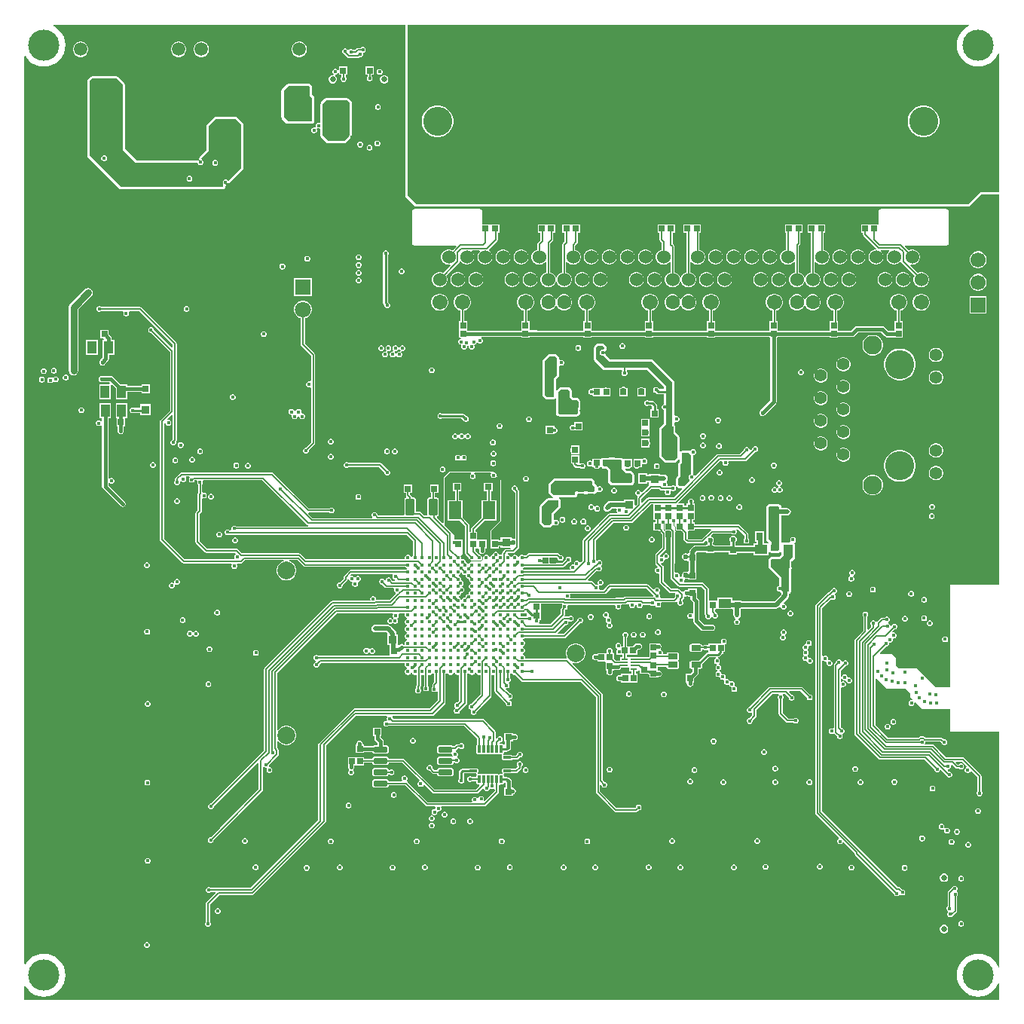
<source format=gbl>
G04*
G04 #@! TF.GenerationSoftware,Altium Limited,Altium Designer,21.6.4 (81)*
G04*
G04 Layer_Physical_Order=6*
G04 Layer_Color=16711680*
%FSTAX24Y24*%
%MOIN*%
G70*
G04*
G04 #@! TF.SameCoordinates,CFC9D6D8-CD49-4BFF-A4EB-002DC6F40297*
G04*
G04*
G04 #@! TF.FilePolarity,Positive*
G04*
G01*
G75*
%ADD10C,0.0200*%
%ADD19C,0.0059*%
%ADD20C,0.0100*%
%ADD23C,0.0060*%
%ADD32R,0.0252X0.0252*%
%ADD35R,0.0335X0.0374*%
G04:AMPARAMS|DCode=51|XSize=23.6mil|YSize=61mil|CornerRadius=3.5mil|HoleSize=0mil|Usage=FLASHONLY|Rotation=270.000|XOffset=0mil|YOffset=0mil|HoleType=Round|Shape=RoundedRectangle|*
%AMROUNDEDRECTD51*
21,1,0.0236,0.0539,0,0,270.0*
21,1,0.0165,0.0610,0,0,270.0*
1,1,0.0071,-0.0270,-0.0083*
1,1,0.0071,-0.0270,0.0083*
1,1,0.0071,0.0270,0.0083*
1,1,0.0071,0.0270,-0.0083*
%
%ADD51ROUNDEDRECTD51*%
%ADD62R,0.0945X0.1299*%
%ADD70R,0.0374X0.0335*%
%ADD85R,0.0551X0.0394*%
G04:AMPARAMS|DCode=86|XSize=10.2mil|YSize=35.4mil|CornerRadius=1.3mil|HoleSize=0mil|Usage=FLASHONLY|Rotation=180.000|XOffset=0mil|YOffset=0mil|HoleType=Round|Shape=RoundedRectangle|*
%AMROUNDEDRECTD86*
21,1,0.0102,0.0329,0,0,180.0*
21,1,0.0077,0.0354,0,0,180.0*
1,1,0.0026,-0.0038,0.0164*
1,1,0.0026,0.0038,0.0164*
1,1,0.0026,0.0038,-0.0164*
1,1,0.0026,-0.0038,-0.0164*
%
%ADD86ROUNDEDRECTD86*%
G04:AMPARAMS|DCode=87|XSize=35.4mil|YSize=10.2mil|CornerRadius=1.3mil|HoleSize=0mil|Usage=FLASHONLY|Rotation=180.000|XOffset=0mil|YOffset=0mil|HoleType=Round|Shape=RoundedRectangle|*
%AMROUNDEDRECTD87*
21,1,0.0354,0.0077,0,0,180.0*
21,1,0.0329,0.0102,0,0,180.0*
1,1,0.0026,-0.0164,0.0038*
1,1,0.0026,0.0164,0.0038*
1,1,0.0026,0.0164,-0.0038*
1,1,0.0026,-0.0164,-0.0038*
%
%ADD87ROUNDEDRECTD87*%
%ADD88R,0.0252X0.0252*%
%ADD89R,0.0394X0.0551*%
%ADD90R,0.0689X0.0394*%
%ADD98R,0.0276X0.0335*%
%ADD100R,0.0335X0.0276*%
%ADD196C,0.0550*%
%ADD197C,0.1280*%
%ADD207R,0.1004X0.0807*%
%ADD208C,0.0040*%
%ADD210C,0.0150*%
%ADD211C,0.0080*%
%ADD212C,0.0035*%
%ADD213C,0.0300*%
%ADD226C,0.0787*%
%ADD227O,0.0827X0.0413*%
%ADD228O,0.0709X0.0354*%
%ADD229C,0.0256*%
%ADD230C,0.1378*%
%ADD231C,0.0594*%
%ADD232R,0.1004X0.1004*%
%ADD233C,0.1004*%
%ADD234O,0.0413X0.0827*%
%ADD235O,0.0354X0.0709*%
%ADD236R,0.0709X0.0709*%
%ADD237C,0.0709*%
%ADD238C,0.0600*%
%ADD239C,0.0675*%
%ADD240C,0.0630*%
%ADD241C,0.0825*%
%ADD242C,0.0669*%
%ADD243R,0.0669X0.0669*%
%ADD244C,0.0830*%
%ADD245C,0.0197*%
%ADD246C,0.0177*%
%ADD247C,0.0236*%
%ADD248C,0.0210*%
%ADD249C,0.0200*%
%ADD252C,0.0155*%
G04:AMPARAMS|DCode=253|XSize=70.9mil|YSize=39.4mil|CornerRadius=2mil|HoleSize=0mil|Usage=FLASHONLY|Rotation=90.000|XOffset=0mil|YOffset=0mil|HoleType=Round|Shape=RoundedRectangle|*
%AMROUNDEDRECTD253*
21,1,0.0709,0.0354,0,0,90.0*
21,1,0.0669,0.0394,0,0,90.0*
1,1,0.0039,0.0177,0.0335*
1,1,0.0039,0.0177,-0.0335*
1,1,0.0039,-0.0177,-0.0335*
1,1,0.0039,-0.0177,0.0335*
%
%ADD253ROUNDEDRECTD253*%
%ADD254R,0.0543X0.0790*%
%ADD255R,0.0787X0.0787*%
%ADD256R,0.0280X0.0075*%
%ADD257R,0.0303X0.0075*%
G04:AMPARAMS|DCode=258|XSize=23.6mil|YSize=43.3mil|CornerRadius=2.4mil|HoleSize=0mil|Usage=FLASHONLY|Rotation=270.000|XOffset=0mil|YOffset=0mil|HoleType=Round|Shape=RoundedRectangle|*
%AMROUNDEDRECTD258*
21,1,0.0236,0.0386,0,0,270.0*
21,1,0.0189,0.0433,0,0,270.0*
1,1,0.0047,-0.0193,-0.0094*
1,1,0.0047,-0.0193,0.0094*
1,1,0.0047,0.0193,0.0094*
1,1,0.0047,0.0193,-0.0094*
%
%ADD258ROUNDEDRECTD258*%
G36*
X029924Y045159D02*
X029932Y04512D01*
X029954Y045087D01*
X030344Y044697D01*
X030377Y044675D01*
X030416Y044667D01*
X054836D01*
X054875Y044675D01*
X054908Y044697D01*
X055408Y045197D01*
X056208D01*
X056208Y045147D01*
X056208Y027949D01*
X054026D01*
Y023455D01*
X054018Y023419D01*
X053386D01*
X052566Y024239D01*
X051746D01*
X051616Y024369D01*
Y024719D01*
X051466Y024869D01*
X051016Y024879D01*
X050939D01*
X05092Y024925D01*
X051199Y025204D01*
X051223D01*
X051271Y025224D01*
X051307Y02526D01*
X051326Y025307D01*
Y025334D01*
X051329Y025359D01*
X051371Y025381D01*
X051382D01*
X051429Y0254D01*
X051465Y025436D01*
X051485Y025484D01*
Y025525D01*
X051495Y025543D01*
X051524Y025569D01*
X05156D01*
X051608Y025589D01*
X051644Y025625D01*
X051663Y025672D01*
Y025724D01*
X051644Y025771D01*
X051608Y025807D01*
X05156Y025827D01*
X051509D01*
X0515Y025823D01*
X051472Y025865D01*
X051567Y025961D01*
X051591D01*
X051639Y02598D01*
X051675Y026016D01*
X051694Y026064D01*
Y026115D01*
X051675Y026162D01*
X051639Y026198D01*
X051591Y026218D01*
X05154D01*
X051493Y026198D01*
X051457Y026162D01*
X051437Y026115D01*
X051435Y026114D01*
X051385Y026135D01*
X051365Y026183D01*
X051329Y026219D01*
X051293Y026234D01*
X051287Y026275D01*
X051288Y026286D01*
X051299Y02629D01*
X051335Y026326D01*
X051354Y026374D01*
Y026425D01*
X051335Y026472D01*
X051299Y026508D01*
X051251Y026528D01*
X0512D01*
X051153Y026508D01*
X051136Y026491D01*
X051026D01*
X050991Y026484D01*
X050961Y026464D01*
X050806Y026309D01*
X050796Y026294D01*
X050745Y026294D01*
X050742Y026296D01*
X050735Y026312D01*
X050699Y026348D01*
X050651Y026368D01*
X0506D01*
X050553Y026348D01*
X050517Y026312D01*
X050497Y026265D01*
Y026214D01*
X050517Y026166D01*
X050534Y026149D01*
Y026077D01*
X050414Y025957D01*
X050368Y025976D01*
Y026529D01*
X050385Y026546D01*
X050404Y026594D01*
Y026645D01*
X050385Y026692D01*
X050349Y026728D01*
X050301Y026748D01*
X05025D01*
X050203Y026728D01*
X050167Y026692D01*
X050147Y026645D01*
Y026594D01*
X050167Y026546D01*
X050184Y026529D01*
Y025897D01*
X049831Y025544D01*
X049811Y025514D01*
X049804Y025479D01*
Y02134D01*
X049811Y021305D01*
X049831Y021275D01*
X050872Y020234D01*
X050901Y020214D01*
X050936Y020207D01*
X052888D01*
X053327Y019768D01*
Y019744D01*
X053347Y019696D01*
X053383Y01966D01*
X05343Y019641D01*
X053481D01*
X053529Y01966D01*
X053565Y019696D01*
X053578Y019727D01*
X053631Y019745D01*
X053861Y019514D01*
X053877Y019476D01*
X053913Y01944D01*
X05396Y019421D01*
X054011D01*
X054059Y01944D01*
X054095Y019476D01*
X054114Y019524D01*
Y019575D01*
X054095Y019622D01*
X054059Y019658D01*
X054011Y019678D01*
X05396D01*
X053958Y019677D01*
X053914Y019721D01*
X053935Y019771D01*
X053961D01*
X054009Y01979D01*
X054045Y019826D01*
X054064Y019874D01*
Y019925D01*
X054102Y019965D01*
X054118Y019967D01*
X054251Y019834D01*
X054281Y019814D01*
X054316Y019807D01*
X054426D01*
X054443Y01979D01*
X05449Y019771D01*
X054541D01*
X054589Y01979D01*
X054625Y019826D01*
X054644Y019874D01*
Y019925D01*
X054625Y019972D01*
X054589Y020008D01*
X054541Y020028D01*
X05449D01*
X054443Y020008D01*
X054426Y019991D01*
X054354D01*
X054269Y020076D01*
X054288Y020122D01*
X054545D01*
X054756Y019912D01*
X054744Y019853D01*
X054733Y019848D01*
X054697Y019812D01*
X054677Y019765D01*
Y019714D01*
X054697Y019666D01*
X054733Y01963D01*
X05478Y019611D01*
X054831D01*
X054879Y01963D01*
X054915Y019666D01*
X054919Y019678D01*
X054978Y019689D01*
X055234Y019434D01*
Y018809D01*
X055217Y018792D01*
X055197Y018745D01*
Y018694D01*
X055217Y018646D01*
X055253Y01861D01*
X0553Y018591D01*
X055351D01*
X055399Y01861D01*
X055435Y018646D01*
X055454Y018694D01*
Y018745D01*
X055435Y018792D01*
X055418Y018809D01*
Y019472D01*
X055411Y019507D01*
X055391Y019537D01*
X054648Y020279D01*
X054619Y020299D01*
X054583Y020306D01*
X05385D01*
X05331Y020845D01*
X053281Y020865D01*
X053246Y020872D01*
X052943D01*
X05291Y020922D01*
X052914Y020934D01*
Y020985D01*
X052924Y020999D01*
X053598D01*
X053649Y020948D01*
X053667Y020905D01*
X053703Y020869D01*
X05375Y020849D01*
X053801D01*
X053849Y020869D01*
X053885Y020905D01*
X053904Y020952D01*
Y021003D01*
X053885Y021051D01*
X053849Y021087D01*
X053801Y021106D01*
X05375D01*
X05375Y021106D01*
X053701Y021155D01*
X053671Y021175D01*
X053636Y021182D01*
X052945D01*
X052925Y021203D01*
X052895Y021222D01*
X05286Y021229D01*
X052712D01*
X052677Y021222D01*
X052647Y021203D01*
X052627Y021182D01*
X051272D01*
X050718Y021737D01*
Y023782D01*
X050764Y023801D01*
X051236Y023329D01*
X052046D01*
X052256Y023119D01*
Y022979D01*
X052361Y022874D01*
X052347Y02284D01*
X052337Y022828D01*
X05229D01*
X052243Y022808D01*
X052207Y022772D01*
X052187Y022725D01*
Y022674D01*
X052207Y022626D01*
X052243Y02259D01*
X05229Y022571D01*
X052341D01*
X052389Y02259D01*
X052425Y022626D01*
X052444Y022674D01*
Y02272D01*
X052457Y02273D01*
X05249Y022745D01*
X052786Y022449D01*
X053976D01*
X054016Y022449D01*
X054026Y022403D01*
Y021429D01*
X056208D01*
X056208Y011026D01*
X056158Y011018D01*
X056154Y011033D01*
X056066Y011197D01*
X055948Y011341D01*
X055804Y01146D01*
X055639Y011547D01*
X055461Y011601D01*
X055276Y01162D01*
X05509Y011601D01*
X054912Y011547D01*
X054748Y01146D01*
X054604Y011341D01*
X054485Y011197D01*
X054398Y011033D01*
X054343Y010855D01*
X054325Y010669D01*
X054343Y010484D01*
X054398Y010306D01*
X054485Y010141D01*
X054604Y009997D01*
X054748Y009879D01*
X054912Y009791D01*
X05509Y009737D01*
X055276Y009719D01*
X055461Y009737D01*
X055639Y009791D01*
X055804Y009879D01*
X055948Y009997D01*
X056066Y010141D01*
X056154Y010306D01*
X056158Y01032D01*
X056208Y010313D01*
Y009587D01*
X013074D01*
Y010174D01*
X013123Y010186D01*
X013147Y010141D01*
X013265Y009997D01*
X013409Y009879D01*
X013573Y009791D01*
X013752Y009737D01*
X013937Y009719D01*
X014122Y009737D01*
X014301Y009791D01*
X014465Y009879D01*
X014609Y009997D01*
X014727Y010141D01*
X014815Y010306D01*
X014869Y010484D01*
X014887Y010669D01*
X014869Y010855D01*
X014815Y011033D01*
X014727Y011197D01*
X014609Y011341D01*
X014465Y01146D01*
X014301Y011547D01*
X014122Y011601D01*
X013937Y01162D01*
X013752Y011601D01*
X013573Y011547D01*
X013409Y01146D01*
X013265Y011341D01*
X013147Y011197D01*
X013123Y011153D01*
X013074Y011165D01*
Y051316D01*
X013123Y051328D01*
X013147Y051283D01*
X013265Y051139D01*
X013409Y051021D01*
X013573Y050933D01*
X013752Y050879D01*
X013937Y050861D01*
X014122Y050879D01*
X014301Y050933D01*
X014465Y051021D01*
X014609Y051139D01*
X014727Y051283D01*
X014815Y051447D01*
X014869Y051626D01*
X014887Y051811D01*
X014869Y051996D01*
X014815Y052175D01*
X014727Y052339D01*
X014609Y052483D01*
X014465Y052601D01*
X014336Y05267D01*
X014348Y05272D01*
X029924D01*
Y045159D01*
D02*
G37*
G36*
X054877Y05267D02*
X054748Y052601D01*
X054604Y052483D01*
X054485Y052339D01*
X054398Y052175D01*
X054343Y051996D01*
X054325Y051811D01*
X054343Y051626D01*
X054398Y051447D01*
X054485Y051283D01*
X054604Y051139D01*
X054748Y051021D01*
X054912Y050933D01*
X05509Y050879D01*
X055276Y050861D01*
X055461Y050879D01*
X055639Y050933D01*
X055804Y051021D01*
X055948Y051139D01*
X056066Y051283D01*
X056154Y051447D01*
X056158Y051462D01*
X056208Y051455D01*
Y045299D01*
X055366D01*
X054836Y044769D01*
X030416D01*
X030026Y045159D01*
Y05272D01*
X054864D01*
X054877Y05267D01*
D02*
G37*
%LPC*%
G36*
X028071Y051728D02*
X02802D01*
X027973Y051708D01*
X027956Y051691D01*
X027825D01*
X02779Y051684D01*
X02776Y051664D01*
X027697Y051601D01*
X027606D01*
X027589Y051618D01*
X027541Y051638D01*
X02749D01*
X027443Y051618D01*
X027424Y051599D01*
X027368Y051607D01*
X027367Y051607D01*
X027365Y051612D01*
X027329Y051648D01*
X027281Y051668D01*
X02723D01*
X027183Y051648D01*
X027147Y051612D01*
X027127Y051565D01*
Y051514D01*
X027147Y051466D01*
X027183Y05143D01*
X02723Y051411D01*
X027232D01*
X027377Y051266D01*
X027407Y051246D01*
X027442Y051239D01*
X027816D01*
X027851Y051246D01*
X027881Y051266D01*
X027888Y051273D01*
X027891Y051271D01*
X027943D01*
X02799Y051291D01*
X028026Y051327D01*
X028046Y051374D01*
Y051426D01*
X028044Y051429D01*
X028071Y051471D01*
X028119Y05149D01*
X028155Y051526D01*
X028174Y051574D01*
Y051625D01*
X028155Y051672D01*
X028119Y051708D01*
X028071Y051728D01*
D02*
G37*
G36*
X025283Y051964D02*
X025194D01*
X025108Y051941D01*
X025031Y051897D01*
X024969Y051834D01*
X024924Y051757D01*
X024901Y051672D01*
Y051583D01*
X024924Y051497D01*
X024969Y05142D01*
X025031Y051358D01*
X025108Y051313D01*
X025194Y05129D01*
X025283D01*
X025368Y051313D01*
X025445Y051358D01*
X025508Y05142D01*
X025552Y051497D01*
X025575Y051583D01*
Y051672D01*
X025552Y051757D01*
X025508Y051834D01*
X025445Y051897D01*
X025368Y051941D01*
X025283Y051964D01*
D02*
G37*
G36*
X020952D02*
X020863D01*
X020778Y051941D01*
X020701Y051897D01*
X020638Y051834D01*
X020594Y051757D01*
X020571Y051672D01*
Y051583D01*
X020594Y051497D01*
X020638Y05142D01*
X020701Y051358D01*
X020778Y051313D01*
X020863Y05129D01*
X020952D01*
X021038Y051313D01*
X021114Y051358D01*
X021177Y05142D01*
X021221Y051497D01*
X021244Y051583D01*
Y051672D01*
X021221Y051757D01*
X021177Y051834D01*
X021114Y051897D01*
X021038Y051941D01*
X020952Y051964D01*
D02*
G37*
G36*
X019938D02*
X01985D01*
X019764Y051941D01*
X019687Y051897D01*
X019624Y051834D01*
X01958Y051757D01*
X019557Y051672D01*
Y051583D01*
X01958Y051497D01*
X019624Y05142D01*
X019687Y051358D01*
X019764Y051313D01*
X01985Y05129D01*
X019938D01*
X020024Y051313D01*
X020101Y051358D01*
X020163Y05142D01*
X020208Y051497D01*
X020231Y051583D01*
Y051672D01*
X020208Y051757D01*
X020163Y051834D01*
X020101Y051897D01*
X020024Y051941D01*
X019938Y051964D01*
D02*
G37*
G36*
X015608D02*
X015519D01*
X015433Y051941D01*
X015356Y051897D01*
X015294Y051834D01*
X015249Y051757D01*
X015226Y051672D01*
Y051583D01*
X015249Y051497D01*
X015294Y05142D01*
X015356Y051358D01*
X015433Y051313D01*
X015519Y05129D01*
X015608D01*
X015693Y051313D01*
X01577Y051358D01*
X015833Y05142D01*
X015877Y051497D01*
X0159Y051583D01*
Y051672D01*
X015877Y051757D01*
X015833Y051834D01*
X01577Y051897D01*
X015693Y051941D01*
X015608Y051964D01*
D02*
G37*
G36*
X027362Y050868D02*
X02699D01*
Y05071D01*
X02694Y0507D01*
X026935Y050712D01*
X026899Y050748D01*
X026851Y050768D01*
X0268D01*
X026753Y050748D01*
X026717Y050712D01*
X026697Y050665D01*
Y050614D01*
X026717Y050566D01*
X026747Y050536D01*
X026742Y050507D01*
X026732Y050486D01*
X026676D01*
X026607Y050458D01*
X026555Y050405D01*
X026526Y050336D01*
Y050261D01*
X026555Y050192D01*
X026607Y050139D01*
X026676Y05011D01*
X026751D01*
X02682Y050139D01*
X026873Y050192D01*
X026902Y050261D01*
Y050336D01*
X026873Y050405D01*
X02682Y050458D01*
X026813Y050461D01*
X026823Y050511D01*
X026851D01*
X026899Y05053D01*
X026935Y050566D01*
X02694Y050578D01*
X02699Y050568D01*
Y050496D01*
X027109D01*
Y050409D01*
X027091Y050392D01*
X027072Y050345D01*
Y050294D01*
X027091Y050246D01*
X027128Y05021D01*
X027175Y050191D01*
X027226D01*
X027273Y05021D01*
X027309Y050246D01*
X027329Y050294D01*
Y050345D01*
X027309Y050392D01*
X027292Y050409D01*
Y050496D01*
X027362D01*
Y050868D01*
D02*
G37*
G36*
X028811Y050758D02*
X02876D01*
X028713Y050738D01*
X028677Y050702D01*
X028657Y050655D01*
Y050604D01*
X028677Y050556D01*
X028713Y05052D01*
X02876Y050501D01*
X028811D01*
X028859Y05052D01*
X028895Y050556D01*
X028914Y050604D01*
Y050655D01*
X028895Y050702D01*
X028859Y050738D01*
X028811Y050758D01*
D02*
G37*
G36*
X028542Y050868D02*
X02817D01*
Y050496D01*
X028254D01*
Y050429D01*
X028237Y050412D01*
X028217Y050365D01*
Y050314D01*
X028237Y050266D01*
X028273Y05023D01*
X02832Y050211D01*
X028371D01*
X028419Y05023D01*
X028455Y050266D01*
X028474Y050314D01*
Y050365D01*
X028455Y050412D01*
X028438Y050429D01*
Y050496D01*
X028542D01*
Y050868D01*
D02*
G37*
G36*
X029027Y050486D02*
X028952D01*
X028883Y050458D01*
X02883Y050405D01*
X028801Y050336D01*
Y050261D01*
X02883Y050192D01*
X028883Y050139D01*
X028952Y05011D01*
X029027D01*
X029096Y050139D01*
X029149Y050192D01*
X029177Y050261D01*
Y050336D01*
X029149Y050405D01*
X029096Y050458D01*
X029027Y050486D01*
D02*
G37*
G36*
X028741Y049208D02*
X02869D01*
X028643Y049188D01*
X028607Y049152D01*
X028587Y049105D01*
Y049054D01*
X028607Y049006D01*
X028643Y04897D01*
X02869Y048951D01*
X028741D01*
X028789Y04897D01*
X028825Y049006D01*
X028844Y049054D01*
Y049105D01*
X028825Y049152D01*
X028789Y049188D01*
X028741Y049208D01*
D02*
G37*
G36*
X027366Y049461D02*
X026416D01*
X026377Y049453D01*
X026344Y049431D01*
X026204Y049291D01*
X026182Y049258D01*
X026174Y049219D01*
Y048413D01*
X026124Y04838D01*
X026116Y048383D01*
X026065D01*
X026018Y048363D01*
X025982Y048327D01*
X025962Y04828D01*
Y048229D01*
X025971Y048207D01*
X025933Y048169D01*
X025911Y048178D01*
X02586D01*
X025813Y048158D01*
X025777Y048122D01*
X025757Y048075D01*
Y048024D01*
X025777Y047976D01*
X025813Y04794D01*
X02586Y047921D01*
X025911D01*
X025959Y04794D01*
X025995Y047976D01*
X026014Y048024D01*
Y048075D01*
X026006Y048096D01*
X026044Y048134D01*
X026065Y048126D01*
X026116D01*
X026124Y048129D01*
X026174Y048095D01*
Y047819D01*
X026182Y04778D01*
X026204Y047747D01*
X026444Y047507D01*
X026477Y047485D01*
X026516Y047477D01*
X027226D01*
X027265Y047485D01*
X027298Y047507D01*
X0275Y047709D01*
X027522Y047743D01*
X027526Y04775D01*
X027528Y047753D01*
X02755Y047786D01*
X027558Y047825D01*
Y049269D01*
X02755Y049308D01*
X027528Y049341D01*
X027438Y049431D01*
X027405Y049453D01*
X027366Y049461D01*
D02*
G37*
G36*
X025656Y050111D02*
X024756D01*
X024717Y050103D01*
X024684Y050081D01*
X024474Y049871D01*
X024452Y049838D01*
X024444Y049799D01*
Y048629D01*
X024452Y04859D01*
X024474Y048557D01*
X024674Y048357D01*
X024707Y048335D01*
X024746Y048327D01*
X025776D01*
X025815Y048335D01*
X025848Y048357D01*
X025878Y048387D01*
X0259Y04842D01*
X025908Y048459D01*
Y049489D01*
X0259Y049528D01*
X025878Y049561D01*
X025808Y049631D01*
Y049959D01*
X0258Y049998D01*
X025778Y050031D01*
X025728Y050081D01*
X025695Y050103D01*
X025656Y050111D01*
D02*
G37*
G36*
X028711Y047588D02*
X02866D01*
X028613Y047568D01*
X028577Y047532D01*
X028557Y047485D01*
Y047434D01*
X028577Y047386D01*
X028613Y04735D01*
X02866Y047331D01*
X028711D01*
X028759Y04735D01*
X028795Y047386D01*
X028814Y047434D01*
Y047485D01*
X028795Y047532D01*
X028759Y047568D01*
X028711Y047588D01*
D02*
G37*
G36*
X027953Y047548D02*
X027902D01*
X027854Y047528D01*
X027818Y047492D01*
X027799Y047445D01*
Y047394D01*
X027818Y047346D01*
X027854Y04731D01*
X027902Y047291D01*
X027953D01*
X028Y04731D01*
X028036Y047346D01*
X028056Y047394D01*
Y047445D01*
X028036Y047492D01*
X028Y047528D01*
X027953Y047548D01*
D02*
G37*
G36*
X028369Y047407D02*
X028318D01*
X02827Y047387D01*
X028234Y047351D01*
X028215Y047304D01*
Y047252D01*
X028234Y047205D01*
X02827Y047169D01*
X028318Y047149D01*
X028369D01*
X028416Y047169D01*
X028452Y047205D01*
X028472Y047252D01*
Y047304D01*
X028452Y047351D01*
X028416Y047387D01*
X028369Y047407D01*
D02*
G37*
G36*
X017166Y050431D02*
X016056D01*
X016017Y050423D01*
X015984Y050401D01*
X015894Y050311D01*
X015872Y050278D01*
X015864Y050239D01*
Y046909D01*
X015872Y04687D01*
X015894Y046837D01*
X017274Y045457D01*
X017307Y045435D01*
X017346Y045427D01*
X021816D01*
X021855Y045435D01*
X021888Y045457D01*
X02195Y045519D01*
X021951Y04552D01*
X021952Y045522D01*
X021962Y045537D01*
X021972Y045552D01*
X021972Y045554D01*
X021973Y045556D01*
X021976Y045573D01*
X021979Y045591D01*
X021979Y045593D01*
X021979Y045595D01*
X021976Y045663D01*
X021972Y04568D01*
X02197Y045689D01*
X02199Y045723D01*
X021996Y045725D01*
X022027Y045729D01*
X022028Y045727D01*
X022037Y045723D01*
X022046Y045718D01*
X022056Y045716D01*
X022065Y045712D01*
X022076Y04571D01*
X022087D01*
X022096Y045708D01*
X022106Y04571D01*
X022116D01*
X022126Y045714D01*
X022135Y045715D01*
X022144Y045721D01*
X022153Y045725D01*
X02216Y045732D01*
X022168Y045738D01*
X022728Y046297D01*
X02275Y04633D01*
X022758Y046369D01*
Y048309D01*
X02275Y048348D01*
X022728Y048381D01*
X022498Y048611D01*
X022465Y048633D01*
X022426Y048641D01*
X021526D01*
X021487Y048633D01*
X021454Y048611D01*
X021164Y048321D01*
X021142Y048288D01*
X021134Y048249D01*
Y047171D01*
X020838Y046876D01*
X020833Y046868D01*
X020826Y046861D01*
X020822Y046851D01*
X020816Y046843D01*
X020814Y046833D01*
X020811Y046824D01*
Y046814D01*
X020809Y046804D01*
X020811Y046794D01*
Y046784D01*
X02082Y046736D01*
X020818Y046732D01*
X020793Y046712D01*
X020777Y046705D01*
X020765Y046713D01*
X02076Y046714D01*
X020755Y046717D01*
X02074Y046718D01*
X020726Y046721D01*
X018028D01*
X017518Y047231D01*
Y050079D01*
X01751Y050118D01*
X017488Y050151D01*
X017238Y050401D01*
X017205Y050423D01*
X017166Y050431D01*
D02*
G37*
G36*
X053856Y04456D02*
X050956D01*
X050917Y044552D01*
X050884Y04453D01*
X050862Y044497D01*
X050854Y044458D01*
Y043878D01*
X05049D01*
Y043878D01*
X050452D01*
Y043878D01*
X05008D01*
Y043506D01*
X050174D01*
Y043429D01*
X050181Y043394D01*
X050201Y043365D01*
X050747Y042818D01*
X050727Y042768D01*
X050703D01*
X050619Y042746D01*
X050543Y042702D01*
X050482Y042641D01*
X050439Y042566D01*
X050416Y042482D01*
Y042395D01*
X050439Y042311D01*
X050482Y042236D01*
X050543Y042174D01*
X050619Y042131D01*
X050703Y042108D01*
X05079D01*
X050873Y042131D01*
X050949Y042174D01*
X05101Y042236D01*
X051054Y042311D01*
X051076Y042395D01*
Y042482D01*
X051054Y042566D01*
X05101Y042641D01*
X050949Y042702D01*
X050941Y042706D01*
X050955Y042756D01*
X051337D01*
X051351Y042706D01*
X051343Y042702D01*
X051282Y042641D01*
X051239Y042566D01*
X051216Y042482D01*
Y042395D01*
X051239Y042311D01*
X051282Y042236D01*
X051343Y042174D01*
X051419Y042131D01*
X051503Y042108D01*
X05159D01*
X051673Y042131D01*
X051749Y042174D01*
X051805Y042231D01*
X051829Y042229D01*
X051858Y042219D01*
X051861Y042203D01*
X051881Y042174D01*
X05245Y041605D01*
X052429Y041569D01*
X052406Y041483D01*
Y041393D01*
X052429Y041307D01*
X052474Y041229D01*
X052537Y041166D01*
X052615Y041121D01*
X052701Y041098D01*
X052791D01*
X052877Y041121D01*
X052955Y041166D01*
X053018Y041229D01*
X053063Y041307D01*
X053086Y041393D01*
Y041483D01*
X053063Y041569D01*
X053018Y041647D01*
X052955Y04171D01*
X052877Y041755D01*
X052791Y041778D01*
X052701D01*
X052615Y041755D01*
X052579Y041735D01*
X052255Y042059D01*
X052281Y042104D01*
X052301Y042098D01*
X052391D01*
X052477Y042121D01*
X052555Y042166D01*
X052618Y042229D01*
X052663Y042307D01*
X052686Y042393D01*
Y042483D01*
X052663Y042569D01*
X052618Y042647D01*
X052555Y04271D01*
X052477Y042755D01*
X052391Y042778D01*
X052301D01*
X052215Y042755D01*
X052179Y042735D01*
X052004Y04291D01*
X052023Y042956D01*
X053856D01*
X053895Y042964D01*
X053928Y042986D01*
X05395Y043019D01*
X053958Y043058D01*
Y044458D01*
X05395Y044497D01*
X053928Y04453D01*
X053895Y044552D01*
X053856Y04456D01*
D02*
G37*
G36*
X033236D02*
X030336D01*
X030297Y044552D01*
X030264Y04453D01*
X030242Y044497D01*
X030234Y044458D01*
Y043058D01*
X030242Y043019D01*
X030264Y042986D01*
X030297Y042964D01*
X030336Y042956D01*
X032169D01*
X032188Y04291D01*
X032013Y042735D01*
X031977Y042755D01*
X031891Y042778D01*
X031801D01*
X031715Y042755D01*
X031637Y04271D01*
X031574Y042647D01*
X031529Y042569D01*
X031506Y042483D01*
Y042393D01*
X031529Y042307D01*
X031574Y042229D01*
X031637Y042166D01*
X031715Y042121D01*
X031801Y042098D01*
X031891D01*
X031911Y042104D01*
X031937Y042059D01*
X031613Y041735D01*
X031577Y041755D01*
X031491Y041778D01*
X031401D01*
X031315Y041755D01*
X031237Y04171D01*
X031174Y041647D01*
X031129Y041569D01*
X031106Y041483D01*
Y041393D01*
X031129Y041307D01*
X031174Y041229D01*
X031237Y041166D01*
X031315Y041121D01*
X031401Y041098D01*
X031491D01*
X031577Y041121D01*
X031655Y041166D01*
X031718Y041229D01*
X031763Y041307D01*
X031786Y041393D01*
Y041483D01*
X031763Y041569D01*
X031742Y041605D01*
X032301Y042163D01*
X032321Y042193D01*
X032328Y042228D01*
Y042229D01*
X032378Y042243D01*
X032382Y042236D01*
X032443Y042174D01*
X032519Y042131D01*
X032603Y042108D01*
X03269D01*
X032773Y042131D01*
X032849Y042174D01*
X03291Y042236D01*
X032954Y042311D01*
X032976Y042395D01*
Y042482D01*
X032954Y042566D01*
X03291Y042641D01*
X032874Y042677D01*
X032894Y042727D01*
X033198D01*
X033219Y042677D01*
X033182Y042641D01*
X033139Y042566D01*
X033116Y042482D01*
Y042395D01*
X033139Y042311D01*
X033182Y042236D01*
X033243Y042174D01*
X033319Y042131D01*
X033403Y042108D01*
X03349D01*
X033573Y042131D01*
X033649Y042174D01*
X03371Y042236D01*
X033754Y042311D01*
X033776Y042395D01*
Y042482D01*
X033754Y042566D01*
X03371Y042641D01*
X033649Y042702D01*
X033622Y042717D01*
X033616Y042779D01*
X033991Y043154D01*
X034011Y043184D01*
X034018Y043219D01*
Y043506D01*
X034082D01*
Y043878D01*
X03371D01*
Y043878D01*
X033662D01*
Y043878D01*
X033338D01*
Y044458D01*
X03333Y044497D01*
X033308Y04453D01*
X033275Y044552D01*
X033236Y04456D01*
D02*
G37*
G36*
X027891Y042558D02*
X02784D01*
X027793Y042538D01*
X027757Y042502D01*
X027737Y042455D01*
Y042404D01*
X027757Y042356D01*
X027793Y04232D01*
X02784Y042301D01*
X027891D01*
X027939Y04232D01*
X027975Y042356D01*
X027994Y042404D01*
Y042455D01*
X027975Y042502D01*
X027939Y042538D01*
X027891Y042558D01*
D02*
G37*
G36*
X025611Y042488D02*
X02556D01*
X025513Y042468D01*
X025477Y042432D01*
X025457Y042385D01*
Y042334D01*
X025477Y042286D01*
X025513Y04225D01*
X02556Y042231D01*
X025611D01*
X025659Y04225D01*
X025695Y042286D01*
X025714Y042334D01*
Y042385D01*
X025695Y042432D01*
X025659Y042468D01*
X025611Y042488D01*
D02*
G37*
G36*
X04449Y042768D02*
X044403D01*
X044319Y042746D01*
X044243Y042702D01*
X044182Y042641D01*
X044139Y042566D01*
X044116Y042482D01*
Y042395D01*
X044139Y042311D01*
X044182Y042236D01*
X044243Y042174D01*
X044319Y042131D01*
X044403Y042108D01*
X04449D01*
X044573Y042131D01*
X044649Y042174D01*
X04471Y042236D01*
X044754Y042311D01*
X044776Y042395D01*
Y042482D01*
X044754Y042566D01*
X04471Y042641D01*
X044649Y042702D01*
X044573Y042746D01*
X04449Y042768D01*
D02*
G37*
G36*
X03979D02*
X039703D01*
X039619Y042746D01*
X039543Y042702D01*
X039482Y042641D01*
X039439Y042566D01*
X039416Y042482D01*
Y042395D01*
X039439Y042311D01*
X039482Y042236D01*
X039543Y042174D01*
X039619Y042131D01*
X039703Y042108D01*
X03979D01*
X039873Y042131D01*
X039949Y042174D01*
X04001Y042236D01*
X040054Y042311D01*
X040076Y042395D01*
Y042482D01*
X040054Y042566D01*
X04001Y042641D01*
X039949Y042702D01*
X039873Y042746D01*
X03979Y042768D01*
D02*
G37*
G36*
X04999Y042768D02*
X049903D01*
X049819Y042746D01*
X049743Y042702D01*
X049682Y042641D01*
X049639Y042566D01*
X049616Y042482D01*
Y042395D01*
X049639Y042311D01*
X049682Y042236D01*
X049743Y042174D01*
X049819Y042131D01*
X049903Y042108D01*
X04999D01*
X050073Y042131D01*
X050149Y042174D01*
X05021Y042236D01*
X050254Y042311D01*
X050276Y042395D01*
Y042482D01*
X050254Y042566D01*
X05021Y042641D01*
X050149Y042702D01*
X050073Y042746D01*
X04999Y042768D01*
D02*
G37*
G36*
X04919D02*
X049103D01*
X049019Y042746D01*
X048943Y042702D01*
X048882Y042641D01*
X048839Y042566D01*
X048816Y042482D01*
Y042395D01*
X048839Y042311D01*
X048882Y042236D01*
X048943Y042174D01*
X049019Y042131D01*
X049103Y042108D01*
X04919D01*
X049273Y042131D01*
X049349Y042174D01*
X04941Y042236D01*
X049454Y042311D01*
X049476Y042395D01*
Y042482D01*
X049454Y042566D01*
X04941Y042641D01*
X049349Y042702D01*
X049273Y042746D01*
X04919Y042768D01*
D02*
G37*
G36*
X04609D02*
X046003D01*
X045919Y042746D01*
X045843Y042702D01*
X045782Y042641D01*
X045739Y042566D01*
X045716Y042482D01*
Y042395D01*
X045739Y042311D01*
X045782Y042236D01*
X045843Y042174D01*
X045919Y042131D01*
X046003Y042108D01*
X04609D01*
X046173Y042131D01*
X046249Y042174D01*
X04631Y042236D01*
X046354Y042311D01*
X046376Y042395D01*
Y042482D01*
X046354Y042566D01*
X04631Y042641D01*
X046249Y042702D01*
X046173Y042746D01*
X04609Y042768D01*
D02*
G37*
G36*
X04529D02*
X045203D01*
X045119Y042746D01*
X045043Y042702D01*
X044982Y042641D01*
X044939Y042566D01*
X044916Y042482D01*
Y042395D01*
X044939Y042311D01*
X044982Y042236D01*
X045043Y042174D01*
X045119Y042131D01*
X045203Y042108D01*
X04529D01*
X045373Y042131D01*
X045449Y042174D01*
X04551Y042236D01*
X045554Y042311D01*
X045576Y042395D01*
Y042482D01*
X045554Y042566D01*
X04551Y042641D01*
X045449Y042702D01*
X045373Y042746D01*
X04529Y042768D01*
D02*
G37*
G36*
X04369D02*
X043603D01*
X043519Y042746D01*
X043443Y042702D01*
X043382Y042641D01*
X043339Y042566D01*
X043316Y042482D01*
Y042395D01*
X043339Y042311D01*
X043382Y042236D01*
X043443Y042174D01*
X043519Y042131D01*
X043603Y042108D01*
X04369D01*
X043773Y042131D01*
X043849Y042174D01*
X04391Y042236D01*
X043954Y042311D01*
X043976Y042395D01*
Y042482D01*
X043954Y042566D01*
X04391Y042641D01*
X043849Y042702D01*
X043773Y042746D01*
X04369Y042768D01*
D02*
G37*
G36*
X04059D02*
X040503D01*
X040419Y042746D01*
X040343Y042702D01*
X040282Y042641D01*
X040239Y042566D01*
X040216Y042482D01*
Y042395D01*
X040239Y042311D01*
X040282Y042236D01*
X040343Y042174D01*
X040419Y042131D01*
X040503Y042108D01*
X04059D01*
X040673Y042131D01*
X040749Y042174D01*
X04081Y042236D01*
X040854Y042311D01*
X040876Y042395D01*
Y042482D01*
X040854Y042566D01*
X04081Y042641D01*
X040749Y042702D01*
X040673Y042746D01*
X04059Y042768D01*
D02*
G37*
G36*
X03899D02*
X038903D01*
X038819Y042746D01*
X038743Y042702D01*
X038682Y042641D01*
X038639Y042566D01*
X038616Y042482D01*
Y042395D01*
X038639Y042311D01*
X038682Y042236D01*
X038743Y042174D01*
X038819Y042131D01*
X038903Y042108D01*
X03899D01*
X039073Y042131D01*
X039149Y042174D01*
X03921Y042236D01*
X039254Y042311D01*
X039276Y042395D01*
Y042482D01*
X039254Y042566D01*
X03921Y042641D01*
X039149Y042702D01*
X039073Y042746D01*
X03899Y042768D01*
D02*
G37*
G36*
X03819D02*
X038103D01*
X038019Y042746D01*
X037943Y042702D01*
X037882Y042641D01*
X037839Y042566D01*
X037816Y042482D01*
Y042395D01*
X037839Y042311D01*
X037882Y042236D01*
X037943Y042174D01*
X038019Y042131D01*
X038103Y042108D01*
X03819D01*
X038273Y042131D01*
X038349Y042174D01*
X03841Y042236D01*
X038454Y042311D01*
X038476Y042395D01*
Y042482D01*
X038454Y042566D01*
X03841Y042641D01*
X038349Y042702D01*
X038273Y042746D01*
X03819Y042768D01*
D02*
G37*
G36*
X03509D02*
X035003D01*
X034919Y042746D01*
X034843Y042702D01*
X034782Y042641D01*
X034739Y042566D01*
X034716Y042482D01*
Y042395D01*
X034739Y042311D01*
X034782Y042236D01*
X034843Y042174D01*
X034919Y042131D01*
X035003Y042108D01*
X03509D01*
X035173Y042131D01*
X035249Y042174D01*
X03531Y042236D01*
X035354Y042311D01*
X035376Y042395D01*
Y042482D01*
X035354Y042566D01*
X03531Y042641D01*
X035249Y042702D01*
X035173Y042746D01*
X03509Y042768D01*
D02*
G37*
G36*
X03429D02*
X034203D01*
X034119Y042746D01*
X034043Y042702D01*
X033982Y042641D01*
X033939Y042566D01*
X033916Y042482D01*
Y042395D01*
X033939Y042311D01*
X033982Y042236D01*
X034043Y042174D01*
X034119Y042131D01*
X034203Y042108D01*
X03429D01*
X034373Y042131D01*
X034449Y042174D01*
X03451Y042236D01*
X034554Y042311D01*
X034576Y042395D01*
Y042482D01*
X034554Y042566D01*
X03451Y042641D01*
X034449Y042702D01*
X034373Y042746D01*
X03429Y042768D01*
D02*
G37*
G36*
X047092Y043878D02*
Y043878D01*
X04672D01*
Y043506D01*
X046754D01*
Y042766D01*
X046715Y042755D01*
X046637Y04271D01*
X046574Y042647D01*
X046529Y042569D01*
X046506Y042483D01*
Y042393D01*
X046529Y042307D01*
X046574Y042229D01*
X046637Y042166D01*
X046715Y042121D01*
X046801Y042098D01*
X046891D01*
X046977Y042121D01*
X047055Y042166D01*
X047104Y042216D01*
X047154Y042196D01*
Y041766D01*
X047115Y041755D01*
X047037Y04171D01*
X046974Y041647D01*
X046929Y041569D01*
X046906Y041483D01*
Y041393D01*
X046929Y041307D01*
X046974Y041229D01*
X047037Y041166D01*
X047115Y041121D01*
X047201Y041098D01*
X047291D01*
X047377Y041121D01*
X047455Y041166D01*
X047518Y041229D01*
X047563Y041307D01*
X04757Y041334D01*
X047622D01*
X047629Y041307D01*
X047674Y041229D01*
X047737Y041166D01*
X047815Y041121D01*
X047901Y041098D01*
X047991D01*
X048077Y041121D01*
X048155Y041166D01*
X048218Y041229D01*
X048263Y041307D01*
X048286Y041393D01*
Y041483D01*
X048263Y041569D01*
X048218Y041647D01*
X048155Y04171D01*
X048077Y041755D01*
X048038Y041766D01*
Y042196D01*
X048088Y042216D01*
X048137Y042166D01*
X048215Y042121D01*
X048301Y042098D01*
X048391D01*
X048477Y042121D01*
X048555Y042166D01*
X048618Y042229D01*
X048663Y042307D01*
X048686Y042393D01*
Y042483D01*
X048663Y042569D01*
X048618Y042647D01*
X048555Y04271D01*
X048477Y042755D01*
X048438Y042766D01*
Y043506D01*
X048502D01*
Y043878D01*
X04814D01*
X04813Y043878D01*
Y043878D01*
X048092Y043878D01*
X048092Y043878D01*
X048081Y043878D01*
X04772D01*
Y043506D01*
X047854D01*
Y041766D01*
X047815Y041755D01*
X047737Y04171D01*
X047674Y041647D01*
X047629Y041569D01*
X047622Y041542D01*
X04757D01*
X047563Y041569D01*
X047518Y041647D01*
X047455Y04171D01*
X047377Y041755D01*
X047338Y041766D01*
Y042931D01*
X047381Y042974D01*
X047401Y043004D01*
X047408Y043039D01*
Y043506D01*
X047502D01*
Y043878D01*
X04713D01*
Y043878D01*
X047092D01*
D02*
G37*
G36*
X036152Y043878D02*
Y043878D01*
X03578D01*
Y043506D01*
X035904D01*
Y043187D01*
X035781Y043064D01*
X035761Y043034D01*
X035754Y042999D01*
Y042766D01*
X035715Y042755D01*
X035637Y04271D01*
X035574Y042647D01*
X035529Y042569D01*
X035506Y042483D01*
Y042393D01*
X035529Y042307D01*
X035574Y042229D01*
X035637Y042166D01*
X035715Y042121D01*
X035801Y042098D01*
X035891D01*
X035977Y042121D01*
X036055Y042166D01*
X036104Y042216D01*
X036154Y042196D01*
Y041766D01*
X036115Y041755D01*
X036037Y04171D01*
X035974Y041647D01*
X035929Y041569D01*
X035906Y041483D01*
Y041393D01*
X035929Y041307D01*
X035974Y041229D01*
X036037Y041166D01*
X036115Y041121D01*
X036201Y041098D01*
X036291D01*
X036377Y041121D01*
X036455Y041166D01*
X036518Y041229D01*
X036563Y041307D01*
X03657Y041334D01*
X036622D01*
X036629Y041307D01*
X036674Y041229D01*
X036737Y041166D01*
X036815Y041121D01*
X036901Y041098D01*
X036991D01*
X037077Y041121D01*
X037155Y041166D01*
X037218Y041229D01*
X037263Y041307D01*
X037286Y041393D01*
Y041483D01*
X037263Y041569D01*
X037218Y041647D01*
X037155Y04171D01*
X037077Y041755D01*
X037038Y041766D01*
Y042196D01*
X037088Y042216D01*
X037137Y042166D01*
X037215Y042121D01*
X037301Y042098D01*
X037391D01*
X037477Y042121D01*
X037555Y042166D01*
X037618Y042229D01*
X037663Y042307D01*
X037686Y042393D01*
Y042483D01*
X037663Y042569D01*
X037618Y042647D01*
X037555Y04271D01*
X037477Y042755D01*
X037438Y042766D01*
Y042951D01*
X037531Y043044D01*
X037551Y043074D01*
X037558Y043109D01*
Y043506D01*
X037652D01*
Y043878D01*
X03729D01*
X03728Y043878D01*
Y043878D01*
X037242D01*
X037242Y043878D01*
X037231Y043878D01*
X03687D01*
Y043506D01*
X036964D01*
Y043127D01*
X036881Y043044D01*
X036861Y043014D01*
X036854Y042979D01*
Y041766D01*
X036815Y041755D01*
X036737Y04171D01*
X036674Y041647D01*
X036629Y041569D01*
X036622Y041542D01*
X03657D01*
X036563Y041569D01*
X036518Y041647D01*
X036455Y04171D01*
X036377Y041755D01*
X036338Y041766D01*
Y043031D01*
X036451Y043144D01*
X036471Y043174D01*
X036478Y043209D01*
Y043506D01*
X036552D01*
Y043878D01*
X03618D01*
Y043878D01*
X036152D01*
D02*
G37*
G36*
X027891Y042214D02*
X02784D01*
X027793Y042195D01*
X027757Y042159D01*
X027737Y042111D01*
Y04206D01*
X027757Y042013D01*
X027793Y041977D01*
X02784Y041957D01*
X027891D01*
X027939Y041977D01*
X027975Y042013D01*
X027994Y04206D01*
Y042111D01*
X027975Y042159D01*
X027939Y042195D01*
X027891Y042214D01*
D02*
G37*
G36*
X055317Y042699D02*
X055218D01*
X055123Y042673D01*
X055037Y042624D01*
X054968Y042554D01*
X054918Y042469D01*
X054893Y042373D01*
Y042275D01*
X054918Y042179D01*
X054968Y042094D01*
X055037Y042024D01*
X055123Y041975D01*
X055218Y041949D01*
X055317D01*
X055412Y041975D01*
X055497Y042024D01*
X055567Y042094D01*
X055616Y042179D01*
X055642Y042275D01*
Y042373D01*
X055616Y042469D01*
X055567Y042554D01*
X055497Y042624D01*
X055412Y042673D01*
X055317Y042699D01*
D02*
G37*
G36*
X024511Y042148D02*
X02446D01*
X024413Y042128D01*
X024377Y042092D01*
X024357Y042045D01*
Y041994D01*
X024377Y041946D01*
X024413Y04191D01*
X02446Y041891D01*
X024511D01*
X024559Y04191D01*
X024595Y041946D01*
X024614Y041994D01*
Y042045D01*
X024595Y042092D01*
X024559Y042128D01*
X024511Y042148D01*
D02*
G37*
G36*
X029791Y041928D02*
X02974D01*
X029693Y041908D01*
X029657Y041872D01*
X029637Y041825D01*
Y041774D01*
X029657Y041726D01*
X029693Y04169D01*
X02974Y041671D01*
X029791D01*
X029839Y04169D01*
X029875Y041726D01*
X029894Y041774D01*
Y041825D01*
X029875Y041872D01*
X029839Y041908D01*
X029791Y041928D01*
D02*
G37*
G36*
X027891Y041871D02*
X02784D01*
X027793Y041851D01*
X027757Y041815D01*
X027737Y041768D01*
Y041717D01*
X027757Y04167D01*
X027793Y041633D01*
X02784Y041614D01*
X027891D01*
X027939Y041633D01*
X027975Y04167D01*
X027994Y041717D01*
Y041768D01*
X027975Y041815D01*
X027939Y041851D01*
X027891Y041871D01*
D02*
G37*
G36*
X042592Y043878D02*
Y043878D01*
X042581Y043878D01*
X04222D01*
Y043506D01*
X042354D01*
Y041766D01*
X042315Y041755D01*
X042237Y04171D01*
X042174Y041647D01*
X042129Y041569D01*
X042122Y041542D01*
X04207D01*
X042063Y041569D01*
X042018Y041647D01*
X041955Y04171D01*
X041877Y041755D01*
X041838Y041766D01*
Y042919D01*
X041831Y042954D01*
X041811Y042984D01*
X041768Y043027D01*
Y043506D01*
X041862D01*
Y043878D01*
X04149D01*
Y043878D01*
X041452D01*
Y043878D01*
X04108D01*
Y043506D01*
X041174D01*
Y043199D01*
X041181Y043164D01*
X041201Y043134D01*
X041254Y043081D01*
Y042766D01*
X041215Y042755D01*
X041137Y04271D01*
X041074Y042647D01*
X041029Y042569D01*
X041006Y042483D01*
Y042393D01*
X041029Y042307D01*
X041074Y042229D01*
X041137Y042166D01*
X041215Y042121D01*
X041301Y042098D01*
X041391D01*
X041477Y042121D01*
X041555Y042166D01*
X041604Y042216D01*
X041654Y042196D01*
Y041766D01*
X041615Y041755D01*
X041537Y04171D01*
X041474Y041647D01*
X041429Y041569D01*
X041406Y041483D01*
Y041393D01*
X041429Y041307D01*
X041474Y041229D01*
X041537Y041166D01*
X041615Y041121D01*
X041701Y041098D01*
X041791D01*
X041877Y041121D01*
X041955Y041166D01*
X042018Y041229D01*
X042063Y041307D01*
X04207Y041334D01*
X042122D01*
X042129Y041307D01*
X042174Y041229D01*
X042237Y041166D01*
X042315Y041121D01*
X042401Y041098D01*
X042491D01*
X042577Y041121D01*
X042655Y041166D01*
X042718Y041229D01*
X042763Y041307D01*
X042786Y041393D01*
Y041483D01*
X042763Y041569D01*
X042718Y041647D01*
X042655Y04171D01*
X042577Y041755D01*
X042538Y041766D01*
Y042196D01*
X042588Y042216D01*
X042637Y042166D01*
X042715Y042121D01*
X042801Y042098D01*
X042891D01*
X042977Y042121D01*
X043055Y042166D01*
X043118Y042229D01*
X043163Y042307D01*
X043186Y042393D01*
Y042483D01*
X043163Y042569D01*
X043118Y042647D01*
X043055Y04271D01*
X042977Y042755D01*
X042938Y042766D01*
Y043506D01*
X043002D01*
Y043878D01*
X04264D01*
X04263Y043878D01*
Y043878D01*
X042592D01*
D02*
G37*
G36*
X027891Y041528D02*
X02784D01*
X027793Y041508D01*
X027757Y041472D01*
X027737Y041425D01*
Y041374D01*
X027757Y041326D01*
X027793Y04129D01*
X02784Y041271D01*
X027891D01*
X027939Y04129D01*
X027975Y041326D01*
X027994Y041374D01*
Y041425D01*
X027975Y041472D01*
X027939Y041508D01*
X027891Y041528D01*
D02*
G37*
G36*
X05199Y041768D02*
X051903D01*
X051819Y041746D01*
X051743Y041702D01*
X051682Y041641D01*
X051639Y041566D01*
X051616Y041482D01*
Y041395D01*
X051639Y041311D01*
X051682Y041236D01*
X051743Y041174D01*
X051819Y041131D01*
X051903Y041108D01*
X05199D01*
X052073Y041131D01*
X052149Y041174D01*
X05221Y041236D01*
X052254Y041311D01*
X052276Y041395D01*
Y041482D01*
X052254Y041566D01*
X05221Y041641D01*
X052149Y041702D01*
X052073Y041746D01*
X05199Y041768D01*
D02*
G37*
G36*
X05119D02*
X051103D01*
X051019Y041746D01*
X050943Y041702D01*
X050882Y041641D01*
X050839Y041566D01*
X050816Y041482D01*
Y041395D01*
X050839Y041311D01*
X050882Y041236D01*
X050943Y041174D01*
X051019Y041131D01*
X051103Y041108D01*
X05119D01*
X051273Y041131D01*
X051349Y041174D01*
X05141Y041236D01*
X051454Y041311D01*
X051476Y041395D01*
Y041482D01*
X051454Y041566D01*
X05141Y041641D01*
X051349Y041702D01*
X051273Y041746D01*
X05119Y041768D01*
D02*
G37*
G36*
X04959D02*
X049503D01*
X049419Y041746D01*
X049343Y041702D01*
X049282Y041641D01*
X049239Y041566D01*
X049216Y041482D01*
Y041395D01*
X049239Y041311D01*
X049282Y041236D01*
X049343Y041174D01*
X049419Y041131D01*
X049503Y041108D01*
X04959D01*
X049673Y041131D01*
X049749Y041174D01*
X04981Y041236D01*
X049854Y041311D01*
X049876Y041395D01*
Y041482D01*
X049854Y041566D01*
X04981Y041641D01*
X049749Y041702D01*
X049673Y041746D01*
X04959Y041768D01*
D02*
G37*
G36*
X04879D02*
X048703D01*
X048619Y041746D01*
X048543Y041702D01*
X048482Y041641D01*
X048439Y041566D01*
X048416Y041482D01*
Y041395D01*
X048439Y041311D01*
X048482Y041236D01*
X048543Y041174D01*
X048619Y041131D01*
X048703Y041108D01*
X04879D01*
X048873Y041131D01*
X048949Y041174D01*
X04901Y041236D01*
X049054Y041311D01*
X049076Y041395D01*
Y041482D01*
X049054Y041566D01*
X04901Y041641D01*
X048949Y041702D01*
X048873Y041746D01*
X04879Y041768D01*
D02*
G37*
G36*
X04649D02*
X046403D01*
X046319Y041746D01*
X046243Y041702D01*
X046182Y041641D01*
X046139Y041566D01*
X046116Y041482D01*
Y041395D01*
X046139Y041311D01*
X046182Y041236D01*
X046243Y041174D01*
X046319Y041131D01*
X046403Y041108D01*
X04649D01*
X046573Y041131D01*
X046649Y041174D01*
X04671Y041236D01*
X046754Y041311D01*
X046776Y041395D01*
Y041482D01*
X046754Y041566D01*
X04671Y041641D01*
X046649Y041702D01*
X046573Y041746D01*
X04649Y041768D01*
D02*
G37*
G36*
X04569D02*
X045603D01*
X045519Y041746D01*
X045443Y041702D01*
X045382Y041641D01*
X045339Y041566D01*
X045316Y041482D01*
Y041395D01*
X045339Y041311D01*
X045382Y041236D01*
X045443Y041174D01*
X045519Y041131D01*
X045603Y041108D01*
X04569D01*
X045773Y041131D01*
X045849Y041174D01*
X04591Y041236D01*
X045954Y041311D01*
X045976Y041395D01*
Y041482D01*
X045954Y041566D01*
X04591Y041641D01*
X045849Y041702D01*
X045773Y041746D01*
X04569Y041768D01*
D02*
G37*
G36*
X04409D02*
X044003D01*
X043919Y041746D01*
X043843Y041702D01*
X043782Y041641D01*
X043739Y041566D01*
X043716Y041482D01*
Y041395D01*
X043739Y041311D01*
X043782Y041236D01*
X043843Y041174D01*
X043919Y041131D01*
X044003Y041108D01*
X04409D01*
X044173Y041131D01*
X044249Y041174D01*
X04431Y041236D01*
X044354Y041311D01*
X044376Y041395D01*
Y041482D01*
X044354Y041566D01*
X04431Y041641D01*
X044249Y041702D01*
X044173Y041746D01*
X04409Y041768D01*
D02*
G37*
G36*
X04329D02*
X043203D01*
X043119Y041746D01*
X043043Y041702D01*
X042982Y041641D01*
X042939Y041566D01*
X042916Y041482D01*
Y041395D01*
X042939Y041311D01*
X042982Y041236D01*
X043043Y041174D01*
X043119Y041131D01*
X043203Y041108D01*
X04329D01*
X043373Y041131D01*
X043449Y041174D01*
X04351Y041236D01*
X043554Y041311D01*
X043576Y041395D01*
Y041482D01*
X043554Y041566D01*
X04351Y041641D01*
X043449Y041702D01*
X043373Y041746D01*
X04329Y041768D01*
D02*
G37*
G36*
X04099D02*
X040903D01*
X040819Y041746D01*
X040743Y041702D01*
X040682Y041641D01*
X040639Y041566D01*
X040616Y041482D01*
Y041395D01*
X040639Y041311D01*
X040682Y041236D01*
X040743Y041174D01*
X040819Y041131D01*
X040903Y041108D01*
X04099D01*
X041073Y041131D01*
X041149Y041174D01*
X04121Y041236D01*
X041254Y041311D01*
X041276Y041395D01*
Y041482D01*
X041254Y041566D01*
X04121Y041641D01*
X041149Y041702D01*
X041073Y041746D01*
X04099Y041768D01*
D02*
G37*
G36*
X04019D02*
X040103D01*
X040019Y041746D01*
X039943Y041702D01*
X039882Y041641D01*
X039839Y041566D01*
X039816Y041482D01*
Y041395D01*
X039839Y041311D01*
X039882Y041236D01*
X039943Y041174D01*
X040019Y041131D01*
X040103Y041108D01*
X04019D01*
X040273Y041131D01*
X040349Y041174D01*
X04041Y041236D01*
X040454Y041311D01*
X040476Y041395D01*
Y041482D01*
X040454Y041566D01*
X04041Y041641D01*
X040349Y041702D01*
X040273Y041746D01*
X04019Y041768D01*
D02*
G37*
G36*
X03859D02*
X038503D01*
X038419Y041746D01*
X038343Y041702D01*
X038282Y041641D01*
X038239Y041566D01*
X038216Y041482D01*
Y041395D01*
X038239Y041311D01*
X038282Y041236D01*
X038343Y041174D01*
X038419Y041131D01*
X038503Y041108D01*
X03859D01*
X038673Y041131D01*
X038749Y041174D01*
X03881Y041236D01*
X038854Y041311D01*
X038876Y041395D01*
Y041482D01*
X038854Y041566D01*
X03881Y041641D01*
X038749Y041702D01*
X038673Y041746D01*
X03859Y041768D01*
D02*
G37*
G36*
X03779D02*
X037703D01*
X037619Y041746D01*
X037543Y041702D01*
X037482Y041641D01*
X037439Y041566D01*
X037416Y041482D01*
Y041395D01*
X037439Y041311D01*
X037482Y041236D01*
X037543Y041174D01*
X037619Y041131D01*
X037703Y041108D01*
X03779D01*
X037873Y041131D01*
X037949Y041174D01*
X03801Y041236D01*
X038054Y041311D01*
X038076Y041395D01*
Y041482D01*
X038054Y041566D01*
X03801Y041641D01*
X037949Y041702D01*
X037873Y041746D01*
X03779Y041768D01*
D02*
G37*
G36*
X03549D02*
X035403D01*
X035319Y041746D01*
X035243Y041702D01*
X035182Y041641D01*
X035139Y041566D01*
X035116Y041482D01*
Y041395D01*
X035139Y041311D01*
X035182Y041236D01*
X035243Y041174D01*
X035319Y041131D01*
X035403Y041108D01*
X03549D01*
X035573Y041131D01*
X035649Y041174D01*
X03571Y041236D01*
X035754Y041311D01*
X035776Y041395D01*
Y041482D01*
X035754Y041566D01*
X03571Y041641D01*
X035649Y041702D01*
X035573Y041746D01*
X03549Y041768D01*
D02*
G37*
G36*
X03469D02*
X034603D01*
X034519Y041746D01*
X034443Y041702D01*
X034382Y041641D01*
X034339Y041566D01*
X034316Y041482D01*
Y041395D01*
X034339Y041311D01*
X034382Y041236D01*
X034443Y041174D01*
X034519Y041131D01*
X034603Y041108D01*
X03469D01*
X034773Y041131D01*
X034849Y041174D01*
X03491Y041236D01*
X034954Y041311D01*
X034976Y041395D01*
Y041482D01*
X034954Y041566D01*
X03491Y041641D01*
X034849Y041702D01*
X034773Y041746D01*
X03469Y041768D01*
D02*
G37*
G36*
X03309D02*
X033003D01*
X032919Y041746D01*
X032843Y041702D01*
X032782Y041641D01*
X032739Y041566D01*
X032716Y041482D01*
Y041395D01*
X032739Y041311D01*
X032782Y041236D01*
X032843Y041174D01*
X032919Y041131D01*
X033003Y041108D01*
X03309D01*
X033173Y041131D01*
X033249Y041174D01*
X03331Y041236D01*
X033354Y041311D01*
X033376Y041395D01*
Y041482D01*
X033354Y041566D01*
X03331Y041641D01*
X033249Y041702D01*
X033173Y041746D01*
X03309Y041768D01*
D02*
G37*
G36*
X03229D02*
X032203D01*
X032119Y041746D01*
X032043Y041702D01*
X031982Y041641D01*
X031939Y041566D01*
X031916Y041482D01*
Y041395D01*
X031939Y041311D01*
X031982Y041236D01*
X032043Y041174D01*
X032119Y041131D01*
X032203Y041108D01*
X03229D01*
X032373Y041131D01*
X032449Y041174D01*
X03251Y041236D01*
X032554Y041311D01*
X032576Y041395D01*
Y041482D01*
X032554Y041566D01*
X03251Y041641D01*
X032449Y041702D01*
X032373Y041746D01*
X03229Y041768D01*
D02*
G37*
G36*
X055317Y041699D02*
X055218D01*
X055123Y041673D01*
X055037Y041624D01*
X054968Y041554D01*
X054918Y041469D01*
X054893Y041373D01*
Y041275D01*
X054918Y041179D01*
X054968Y041094D01*
X055037Y041024D01*
X055123Y040975D01*
X055218Y040949D01*
X055317D01*
X055412Y040975D01*
X055497Y041024D01*
X055567Y041094D01*
X055616Y041179D01*
X055642Y041275D01*
Y041373D01*
X055616Y041469D01*
X055567Y041554D01*
X055497Y041624D01*
X055412Y041673D01*
X055317Y041699D01*
D02*
G37*
G36*
X02579Y041513D02*
X025001D01*
Y040725D01*
X02579D01*
Y041513D01*
D02*
G37*
G36*
X042493Y040793D02*
X042399D01*
X042309Y040769D01*
X042228Y040722D01*
X042162Y040656D01*
X042124Y04059D01*
X042114Y040587D01*
X042078D01*
X042068Y04059D01*
X04203Y040656D01*
X041964Y040722D01*
X041883Y040769D01*
X041793Y040793D01*
X041699D01*
X041609Y040769D01*
X041528Y040722D01*
X041462Y040656D01*
X041415Y040575D01*
X041391Y040485D01*
Y040391D01*
X041415Y040301D01*
X041462Y04022D01*
X041528Y040154D01*
X041609Y040107D01*
X041699Y040083D01*
X041793D01*
X041883Y040107D01*
X041964Y040154D01*
X04203Y04022D01*
X042068Y040286D01*
X042078Y04029D01*
X042114D01*
X042124Y040286D01*
X042162Y04022D01*
X042228Y040154D01*
X042309Y040107D01*
X042399Y040083D01*
X042493D01*
X042583Y040107D01*
X042664Y040154D01*
X04273Y04022D01*
X042777Y040301D01*
X042801Y040391D01*
Y040485D01*
X042777Y040575D01*
X04273Y040656D01*
X042664Y040722D01*
X042583Y040769D01*
X042493Y040793D01*
D02*
G37*
G36*
X047993D02*
X047899D01*
X047809Y040769D01*
X047728Y040722D01*
X047662Y040656D01*
X047624Y04059D01*
X047614Y040587D01*
X047578Y040587D01*
X047568Y04059D01*
X04753Y040656D01*
X047464Y040722D01*
X047383Y040769D01*
X047293Y040793D01*
X047199D01*
X047109Y040769D01*
X047028Y040722D01*
X046962Y040656D01*
X046915Y040575D01*
X046891Y040485D01*
Y040391D01*
X046915Y040301D01*
X046962Y04022D01*
X047028Y040154D01*
X047109Y040107D01*
X047199Y040083D01*
X047293D01*
X047383Y040107D01*
X047464Y040154D01*
X04753Y04022D01*
X047568Y040286D01*
X047578Y04029D01*
X047614Y04029D01*
X047624Y040286D01*
X047662Y04022D01*
X047728Y040154D01*
X047809Y040107D01*
X047899Y040083D01*
X047993D01*
X048083Y040107D01*
X048164Y040154D01*
X04823Y04022D01*
X048277Y040301D01*
X048301Y040391D01*
Y040485D01*
X048277Y040575D01*
X04823Y040656D01*
X048164Y040722D01*
X048083Y040769D01*
X047993Y040793D01*
D02*
G37*
G36*
X036993Y040793D02*
X036899D01*
X036809Y040769D01*
X036728Y040722D01*
X036662Y040656D01*
X036624Y04059D01*
X036614Y040587D01*
X036578D01*
X036568Y04059D01*
X03653Y040656D01*
X036464Y040722D01*
X036383Y040769D01*
X036293Y040793D01*
X036199D01*
X036109Y040769D01*
X036028Y040722D01*
X035962Y040656D01*
X035915Y040575D01*
X035891Y040485D01*
Y040391D01*
X035915Y040301D01*
X035962Y04022D01*
X036028Y040154D01*
X036109Y040107D01*
X036199Y040083D01*
X036293D01*
X036383Y040107D01*
X036464Y040154D01*
X03653Y04022D01*
X036568Y040286D01*
X036578Y04029D01*
X036614D01*
X036624Y040286D01*
X036662Y04022D01*
X036728Y040154D01*
X036809Y040107D01*
X036899Y040083D01*
X036993D01*
X037083Y040107D01*
X037164Y040154D01*
X03723Y04022D01*
X037277Y040301D01*
X037301Y040391D01*
Y040485D01*
X037277Y040575D01*
X03723Y040656D01*
X037164Y040722D01*
X037083Y040769D01*
X036993Y040793D01*
D02*
G37*
G36*
X029081Y042728D02*
X02903D01*
X028983Y042708D01*
X028947Y042672D01*
X028927Y042625D01*
Y042574D01*
X028944Y042534D01*
Y04041D01*
X028944Y04041D01*
X028952Y040367D01*
X028977Y040331D01*
X029007Y0403D01*
Y040284D01*
X029027Y040236D01*
X029063Y0402D01*
X02911Y040181D01*
X029161D01*
X029209Y0402D01*
X029245Y040236D01*
X029264Y040284D01*
Y040335D01*
X029245Y040382D01*
X029209Y040418D01*
X029205Y04042D01*
X029168Y040456D01*
Y042534D01*
X029184Y042574D01*
Y042625D01*
X029165Y042672D01*
X029129Y042708D01*
X029081Y042728D01*
D02*
G37*
G36*
X052796Y040816D02*
X052696D01*
X0526Y04079D01*
X052514Y04074D01*
X052444Y04067D01*
X052394Y040584D01*
X052369Y040488D01*
Y040388D01*
X052394Y040292D01*
X052444Y040206D01*
X052514Y040136D01*
X0526Y040086D01*
X052696Y040061D01*
X052796D01*
X052892Y040086D01*
X052978Y040136D01*
X053048Y040206D01*
X053098Y040292D01*
X053124Y040388D01*
Y040488D01*
X053098Y040584D01*
X053048Y04067D01*
X052978Y04074D01*
X052892Y04079D01*
X052796Y040816D01*
D02*
G37*
G36*
X031496D02*
X031396D01*
X0313Y04079D01*
X031214Y04074D01*
X031144Y04067D01*
X031094Y040584D01*
X031069Y040488D01*
Y040388D01*
X031094Y040292D01*
X031144Y040206D01*
X031214Y040136D01*
X0313Y040086D01*
X031396Y040061D01*
X031496D01*
X031592Y040086D01*
X031678Y040136D01*
X031748Y040206D01*
X031798Y040292D01*
X031824Y040388D01*
Y040488D01*
X031798Y040584D01*
X031748Y04067D01*
X031678Y04074D01*
X031592Y04079D01*
X031496Y040816D01*
D02*
G37*
G36*
X020271Y040268D02*
X02022D01*
X020173Y040248D01*
X020137Y040212D01*
X020117Y040165D01*
Y040114D01*
X020137Y040066D01*
X020173Y04003D01*
X02022Y040011D01*
X020271D01*
X020319Y04003D01*
X020355Y040066D01*
X020374Y040114D01*
Y040165D01*
X020355Y040212D01*
X020319Y040248D01*
X020271Y040268D01*
D02*
G37*
G36*
X055642Y040699D02*
X054893D01*
Y039949D01*
X055642D01*
Y040699D01*
D02*
G37*
G36*
X046296Y040816D02*
X046196D01*
X0461Y04079D01*
X046014Y04074D01*
X045944Y04067D01*
X045894Y040584D01*
X045869Y040488D01*
Y040388D01*
X045894Y040292D01*
X045944Y040206D01*
X046014Y040136D01*
X0461Y040086D01*
X046154Y040072D01*
Y039592D01*
X04603D01*
Y03919D01*
X043642D01*
Y039592D01*
X043538D01*
Y040072D01*
X043592Y040086D01*
X043678Y040136D01*
X043748Y040206D01*
X043798Y040292D01*
X043824Y040388D01*
Y040488D01*
X043798Y040584D01*
X043748Y04067D01*
X043678Y04074D01*
X043592Y04079D01*
X043496Y040816D01*
X043396D01*
X0433Y04079D01*
X043214Y04074D01*
X043144Y04067D01*
X043094Y040584D01*
X043069Y040488D01*
Y040388D01*
X043094Y040292D01*
X043144Y040206D01*
X043214Y040136D01*
X0433Y040086D01*
X043354Y040072D01*
Y039592D01*
X04327D01*
Y03919D01*
X040892D01*
Y039592D01*
X040838D01*
Y040072D01*
X040892Y040086D01*
X040978Y040136D01*
X041048Y040206D01*
X041098Y040292D01*
X041124Y040388D01*
Y040488D01*
X041098Y040584D01*
X041048Y04067D01*
X040978Y04074D01*
X040892Y04079D01*
X040796Y040816D01*
X040696D01*
X0406Y04079D01*
X040514Y04074D01*
X040444Y04067D01*
X040394Y040584D01*
X040369Y040488D01*
Y040388D01*
X040394Y040292D01*
X040444Y040206D01*
X040514Y040136D01*
X0406Y040086D01*
X040654Y040072D01*
Y039592D01*
X04052D01*
Y03919D01*
X038172D01*
Y039592D01*
X038038D01*
Y040072D01*
X038092Y040086D01*
X038178Y040136D01*
X038248Y040206D01*
X038298Y040292D01*
X038324Y040388D01*
Y040488D01*
X038298Y040584D01*
X038248Y04067D01*
X038178Y04074D01*
X038092Y04079D01*
X037996Y040816D01*
X037896D01*
X0378Y04079D01*
X037714Y04074D01*
X037644Y04067D01*
X037594Y040584D01*
X037569Y040488D01*
Y040388D01*
X037594Y040292D01*
X037644Y040206D01*
X037714Y040136D01*
X0378Y040086D01*
X037854Y040072D01*
Y039592D01*
X0378D01*
Y03919D01*
X03579D01*
X035772Y039193D01*
X035422D01*
Y039592D01*
X035338D01*
Y040072D01*
X035392Y040086D01*
X035478Y040136D01*
X035548Y040206D01*
X035598Y040292D01*
X035624Y040388D01*
Y040488D01*
X035598Y040584D01*
X035548Y04067D01*
X035478Y04074D01*
X035392Y04079D01*
X035296Y040816D01*
X035196D01*
X0351Y04079D01*
X035014Y04074D01*
X034944Y04067D01*
X034894Y040584D01*
X034869Y040488D01*
Y040388D01*
X034894Y040292D01*
X034944Y040206D01*
X035014Y040136D01*
X0351Y040086D01*
X035154Y040072D01*
Y039592D01*
X03505D01*
Y03919D01*
X032672D01*
Y039592D01*
X032538D01*
Y040072D01*
X032592Y040086D01*
X032678Y040136D01*
X032748Y040206D01*
X032798Y040292D01*
X032824Y040388D01*
Y040488D01*
X032798Y040584D01*
X032748Y04067D01*
X032678Y04074D01*
X032592Y04079D01*
X032496Y040816D01*
X032396D01*
X0323Y04079D01*
X032214Y04074D01*
X032144Y04067D01*
X032094Y040584D01*
X032069Y040488D01*
Y040388D01*
X032094Y040292D01*
X032144Y040206D01*
X032214Y040136D01*
X0323Y040086D01*
X032354Y040072D01*
Y039592D01*
X0323D01*
Y03922D01*
Y038866D01*
X032376D01*
X03238Y038818D01*
X032333Y038798D01*
X032297Y038762D01*
X032277Y038715D01*
Y038664D01*
X032297Y038616D01*
X032333Y03858D01*
X03238Y038561D01*
X0324Y038511D01*
X032397Y038505D01*
Y038454D01*
X032417Y038406D01*
X032453Y03837D01*
X0325Y038351D01*
X032551D01*
X032599Y03837D01*
X032635Y038406D01*
X032654Y038454D01*
Y038505D01*
X032651Y038512D01*
X032693Y038531D01*
X032729Y0385D01*
X032727Y038495D01*
Y038444D01*
X032747Y038396D01*
X032783Y03836D01*
X03283Y038341D01*
X032881D01*
X032929Y03836D01*
X032965Y038396D01*
X032984Y038444D01*
Y038495D01*
X03298Y038504D01*
X032972Y038546D01*
X033005Y038565D01*
X033019Y03857D01*
X033055Y038606D01*
X033074Y038653D01*
X033088Y038661D01*
X033124Y038669D01*
X033153Y03864D01*
X0332Y038621D01*
X033251D01*
X033299Y03864D01*
X033335Y038676D01*
X033354Y038724D01*
Y038775D01*
X033335Y038822D01*
X033299Y038858D01*
X033284Y038864D01*
X033294Y038914D01*
X03505D01*
Y038866D01*
X035422D01*
Y038918D01*
X035758D01*
X035776Y038914D01*
X0378D01*
Y038866D01*
X038172D01*
Y038914D01*
X04052D01*
Y038866D01*
X040892D01*
Y038914D01*
X04327D01*
Y038866D01*
X043642D01*
Y038914D01*
X04603D01*
Y038866D01*
X046078D01*
Y036096D01*
X045628Y035646D01*
X045599Y035602D01*
X045588Y035549D01*
X045599Y035496D01*
X045628Y035452D01*
X045673Y035422D01*
X045726Y035411D01*
X045778Y035422D01*
X045823Y035452D01*
X046313Y035942D01*
X046313Y035942D01*
X046343Y035986D01*
X046353Y036039D01*
X046353Y036039D01*
Y038866D01*
X046402D01*
Y038914D01*
X0487D01*
Y038866D01*
X049072D01*
Y038914D01*
X049703D01*
X049755Y038925D01*
X0498Y038955D01*
X049957Y039111D01*
X050959D01*
X051139Y038932D01*
X051183Y038902D01*
X051236Y038891D01*
X05156D01*
Y038866D01*
X051932D01*
Y03922D01*
Y039592D01*
X051838D01*
Y040072D01*
X051892Y040086D01*
X051978Y040136D01*
X052048Y040206D01*
X052098Y040292D01*
X052124Y040388D01*
Y040488D01*
X052098Y040584D01*
X052048Y04067D01*
X051978Y04074D01*
X051892Y04079D01*
X051796Y040816D01*
X051696D01*
X0516Y04079D01*
X051514Y04074D01*
X051444Y04067D01*
X051394Y040584D01*
X051369Y040488D01*
Y040388D01*
X051394Y040292D01*
X051444Y040206D01*
X051514Y040136D01*
X0516Y040086D01*
X051654Y040072D01*
Y039592D01*
X05156D01*
Y039167D01*
X051293D01*
X051113Y039346D01*
X051069Y039376D01*
X051016Y039387D01*
X0499D01*
X0499Y039387D01*
X049847Y039376D01*
X049803Y039346D01*
X049646Y03919D01*
X049072D01*
Y039592D01*
X049038D01*
Y040072D01*
X049092Y040086D01*
X049178Y040136D01*
X049248Y040206D01*
X049298Y040292D01*
X049324Y040388D01*
Y040488D01*
X049298Y040584D01*
X049248Y04067D01*
X049178Y04074D01*
X049092Y04079D01*
X048996Y040816D01*
X048896D01*
X0488Y04079D01*
X048714Y04074D01*
X048644Y04067D01*
X048594Y040584D01*
X048569Y040488D01*
Y040388D01*
X048594Y040292D01*
X048644Y040206D01*
X048714Y040136D01*
X0488Y040086D01*
X048854Y040072D01*
Y039592D01*
X0487D01*
Y03919D01*
X046402D01*
Y039592D01*
X046338D01*
Y040072D01*
X046392Y040086D01*
X046478Y040136D01*
X046548Y040206D01*
X046598Y040292D01*
X046624Y040388D01*
Y040488D01*
X046598Y040584D01*
X046548Y04067D01*
X046478Y04074D01*
X046392Y04079D01*
X046296Y040816D01*
D02*
G37*
G36*
X023681Y039158D02*
X02363D01*
X023583Y039138D01*
X023547Y039102D01*
X023527Y039055D01*
Y039004D01*
X023547Y038956D01*
X023583Y03892D01*
X02363Y038901D01*
X023681D01*
X023729Y03892D01*
X023765Y038956D01*
X023784Y039004D01*
Y039055D01*
X023765Y039102D01*
X023729Y039138D01*
X023681Y039158D01*
D02*
G37*
G36*
X016411Y040268D02*
X01636D01*
X016313Y040248D01*
X016277Y040212D01*
X016257Y040165D01*
Y040114D01*
X016277Y040066D01*
X016313Y04003D01*
X01636Y040011D01*
X016411D01*
X016459Y04003D01*
X016476Y040047D01*
X017437D01*
X017461Y039997D01*
X017447Y039965D01*
Y039914D01*
X017467Y039866D01*
X017503Y03983D01*
X01755Y039811D01*
X017601D01*
X017649Y03983D01*
X017685Y039866D01*
X017704Y039914D01*
Y039965D01*
X017691Y039997D01*
X017715Y040047D01*
X018148D01*
X019634Y038561D01*
Y038446D01*
X019588Y038427D01*
X018804Y03921D01*
Y039235D01*
X018785Y039282D01*
X018749Y039318D01*
X018701Y039338D01*
X01865D01*
X018603Y039318D01*
X018567Y039282D01*
X018547Y039235D01*
Y039184D01*
X018567Y039136D01*
X018603Y0391D01*
X01865Y039081D01*
X018675D01*
X019514Y038241D01*
Y035647D01*
X019092Y035225D01*
X019072Y035196D01*
X019065Y035161D01*
Y029948D01*
X019072Y029913D01*
X019092Y029883D01*
X02006Y028916D01*
X020089Y028896D01*
X020124Y028889D01*
X022243D01*
X022264Y028839D01*
X022257Y028832D01*
X022237Y028785D01*
Y028734D01*
X022257Y028686D01*
X022293Y02865D01*
X02234Y028631D01*
X022391D01*
X022439Y02865D01*
X022475Y028686D01*
X022494Y028734D01*
Y028785D01*
X022475Y028832D01*
X022468Y028839D01*
X022489Y028889D01*
X022647D01*
X022682Y028896D01*
X022712Y028916D01*
X022824Y029027D01*
X024543D01*
X024549Y028977D01*
X024503Y028965D01*
X024404Y028908D01*
X024324Y028827D01*
X024266Y028728D01*
X024237Y028618D01*
Y028504D01*
X024266Y028393D01*
X024324Y028295D01*
X024404Y028214D01*
X024503Y028157D01*
X024613Y028127D01*
X024728D01*
X024838Y028157D01*
X024937Y028214D01*
X025018Y028295D01*
X025075Y028393D01*
X025104Y028504D01*
Y028618D01*
X025075Y028728D01*
X025018Y028827D01*
X024937Y028908D01*
X024838Y028965D01*
X024792Y028977D01*
X024798Y029027D01*
X025148D01*
X025421Y028754D01*
X025451Y028734D01*
X025486Y028727D01*
X029938D01*
X029963Y028702D01*
X029999Y028688D01*
Y028635D01*
X029963Y028621D01*
X029938Y028596D01*
X027511D01*
X027476Y028589D01*
X027446Y028569D01*
X027215Y028338D01*
X027195Y028308D01*
X027188Y028273D01*
Y028211D01*
X027025Y028048D01*
X027D01*
X026953Y028028D01*
X026917Y027992D01*
X026897Y027945D01*
Y027894D01*
X026917Y027846D01*
X026953Y02781D01*
X027Y027791D01*
X027051D01*
X027099Y02781D01*
X027135Y027846D01*
X027154Y027894D01*
Y027918D01*
X027344Y028108D01*
X027364Y028138D01*
X027371Y028173D01*
Y028195D01*
X027377Y0282D01*
X027427Y028176D01*
X027427Y028175D01*
Y028174D01*
X027447Y028126D01*
X027483Y02809D01*
X02753Y028071D01*
X02755D01*
X027584Y028022D01*
X027577Y028005D01*
Y027954D01*
X027597Y027906D01*
X027633Y02787D01*
X02768Y027851D01*
X027731D01*
X027779Y02787D01*
X027815Y027906D01*
X027834Y027954D01*
Y028005D01*
X027824Y028031D01*
X027851Y028079D01*
X027853Y028081D01*
X027861D01*
X027909Y0281D01*
X027945Y028136D01*
X027964Y028184D01*
Y028235D01*
X027945Y028282D01*
X027909Y028318D01*
X027861Y028338D01*
X02781D01*
X027763Y028318D01*
X027727Y028282D01*
X027721Y028267D01*
X027667D01*
X027665Y028272D01*
X027629Y028308D01*
X027581Y028328D01*
X027535D01*
X027525Y02834D01*
X02751Y028373D01*
X027549Y028412D01*
X029346D01*
X029358Y028396D01*
X029373Y028362D01*
X029357Y028325D01*
Y028274D01*
X029377Y028226D01*
X029413Y02819D01*
X02946Y028171D01*
X029472D01*
X029477Y028163D01*
X029451Y028113D01*
X029365D01*
X029309Y028169D01*
X029295Y028204D01*
X029259Y02824D01*
X029211Y02826D01*
X02916D01*
X029113Y02824D01*
X029077Y028204D01*
X029057Y028157D01*
Y028146D01*
X029007Y028136D01*
X028998Y028158D01*
X028962Y028194D01*
X028915Y028213D01*
X028864D01*
X028816Y028194D01*
X02878Y028158D01*
X028761Y02811D01*
Y028059D01*
X02878Y028012D01*
X028816Y027976D01*
X028864Y027956D01*
X028909D01*
X029042Y027823D01*
X029072Y027803D01*
X029107Y027796D01*
X029408D01*
X029442Y027746D01*
X029437Y027735D01*
Y027684D01*
X029457Y027636D01*
X029493Y0276D01*
X029496Y027599D01*
X029507Y02754D01*
X029238Y027271D01*
X028646D01*
X028633Y02729D01*
Y027341D01*
X028613Y027389D01*
X028577Y027425D01*
X02853Y027444D01*
X028479D01*
X028432Y027425D01*
X028395Y027389D01*
X028376Y027341D01*
Y02729D01*
X02838Y027279D01*
X028347Y027229D01*
X026694D01*
X026659Y027222D01*
X026629Y027202D01*
X023701Y024274D01*
X023681Y024244D01*
X023674Y024209D01*
Y020607D01*
X021335Y018268D01*
X02131D01*
X021263Y018248D01*
X021227Y018212D01*
X021207Y018165D01*
Y018114D01*
X021227Y018066D01*
X021263Y01803D01*
X02131Y018011D01*
X021361D01*
X021409Y01803D01*
X021445Y018066D01*
X021464Y018114D01*
Y018138D01*
X023398Y020071D01*
X023444Y020052D01*
Y018897D01*
X021731Y017184D01*
X021315Y016768D01*
X02129D01*
X021243Y016748D01*
X021207Y016712D01*
X021187Y016665D01*
Y016614D01*
X021207Y016566D01*
X021243Y01653D01*
X02129Y016511D01*
X021341D01*
X021389Y01653D01*
X021425Y016566D01*
X021444Y016614D01*
Y016638D01*
X021861Y017054D01*
X021861Y017054D01*
X023601Y018794D01*
X023621Y018824D01*
X023628Y018859D01*
Y01988D01*
X023628Y01988D01*
X023678Y019896D01*
X023703Y01987D01*
X02375Y019851D01*
X023775D01*
X023786Y019837D01*
X023802Y019801D01*
X023787Y019765D01*
Y019714D01*
X023807Y019666D01*
X023843Y01963D01*
X02389Y019611D01*
X023941D01*
X023989Y01963D01*
X024025Y019666D01*
X024044Y019714D01*
Y019765D01*
X024025Y019812D01*
X023989Y019848D01*
X023941Y019868D01*
X023917D01*
X023905Y019882D01*
X023889Y019917D01*
X023904Y019954D01*
Y019965D01*
X024307Y020368D01*
X024327Y020398D01*
X024334Y020433D01*
Y020612D01*
X024327Y020648D01*
X024307Y020677D01*
X024248Y020737D01*
Y021043D01*
X024298Y021056D01*
X024324Y021011D01*
X024404Y02093D01*
X024503Y020873D01*
X024613Y020844D01*
X024728D01*
X024838Y020873D01*
X024937Y02093D01*
X025018Y021011D01*
X025075Y02111D01*
X025104Y02122D01*
Y021335D01*
X025075Y021445D01*
X025018Y021544D01*
X024937Y021624D01*
X024838Y021682D01*
X024728Y021711D01*
X024613D01*
X024503Y021682D01*
X024404Y021624D01*
X024324Y021544D01*
X024298Y021499D01*
X024248Y021512D01*
Y024031D01*
X026886Y02667D01*
X029359D01*
X029388Y02662D01*
X029377Y026595D01*
Y026544D01*
X029397Y026496D01*
X029408Y026485D01*
X029403Y026458D01*
X029367Y026422D01*
X029357Y02642D01*
X029329Y026448D01*
X029281Y026468D01*
X02923D01*
X029183Y026448D01*
X029147Y026412D01*
X029127Y026365D01*
Y026314D01*
X029147Y026266D01*
X029183Y02623D01*
X02923Y026211D01*
X029281D01*
X029329Y02623D01*
X029365Y026266D01*
X029375Y026268D01*
X029403Y02624D01*
X02945Y026221D01*
X029501D01*
X029549Y02624D01*
X029585Y026276D01*
X029604Y026324D01*
Y026375D01*
X029585Y026422D01*
X029573Y026433D01*
X029579Y02646D01*
X029615Y026496D01*
X029634Y026544D01*
Y026595D01*
X029624Y02662D01*
X029652Y02667D01*
X029885D01*
X029904Y026642D01*
Y026587D01*
X029925Y026536D01*
X029963Y026498D01*
X029999Y026483D01*
Y02643D01*
X029963Y026416D01*
X029925Y026377D01*
X029904Y026327D01*
Y026272D01*
X029925Y026221D01*
X029963Y026183D01*
X029999Y026168D01*
X029999Y026115D01*
X029963Y026101D01*
X029925Y026062D01*
X029904Y026012D01*
Y025957D01*
X029925Y025906D01*
X029963Y025868D01*
X029999Y025853D01*
X029999Y0258D01*
X029963Y025786D01*
X029925Y025747D01*
X029904Y025697D01*
Y025642D01*
X029925Y025591D01*
X029963Y025553D01*
X029999Y025538D01*
Y025486D01*
X029963Y025471D01*
X029925Y025432D01*
X029904Y025382D01*
Y025327D01*
X029906Y025322D01*
X029902Y025316D01*
X029863Y025286D01*
X029818Y025316D01*
X029766Y025327D01*
X029713Y025316D01*
X029669Y025286D01*
X029648Y025266D01*
X029598Y025287D01*
Y025756D01*
X029539D01*
Y025779D01*
X029527Y025842D01*
X029491Y025894D01*
X029261Y026124D01*
X029208Y02616D01*
X029146Y026172D01*
X028586D01*
X028523Y02616D01*
X02847Y026124D01*
X028435Y026072D01*
X028423Y026009D01*
X028435Y025947D01*
X02847Y025894D01*
X028523Y025858D01*
X028586Y025846D01*
X029078D01*
X029125Y025799D01*
X029143Y025756D01*
X029143D01*
X029143Y025756D01*
Y025262D01*
X029234D01*
Y025035D01*
X029237Y025019D01*
Y024823D01*
X029196Y024801D01*
X026076D01*
X026059Y024818D01*
X026011Y024838D01*
X02596D01*
X025913Y024818D01*
X025877Y024782D01*
X025857Y024735D01*
Y024684D01*
X025877Y024636D01*
X025913Y0246D01*
X025952Y024584D01*
X025958Y024554D01*
X025957Y024532D01*
X025923Y024518D01*
X025887Y024482D01*
X025867Y024435D01*
Y024384D01*
X025887Y024336D01*
X025923Y0243D01*
X02597Y024281D01*
X026021D01*
X026069Y0243D01*
X026105Y024336D01*
X026124Y024384D01*
Y024408D01*
X026202Y024485D01*
X029879D01*
X029906Y024444D01*
X029904Y024437D01*
Y024382D01*
X029925Y024332D01*
X029963Y024293D01*
X029999Y024278D01*
Y024226D01*
X029963Y024211D01*
X029925Y024172D01*
X029904Y024122D01*
Y024067D01*
X029925Y024017D01*
X029963Y023978D01*
X030014Y023957D01*
X030069D01*
X030119Y023978D01*
X030158Y024017D01*
X030172Y024052D01*
X030225D01*
X03024Y024017D01*
X030278Y023978D01*
X030329Y023957D01*
X030384D01*
X03039Y02396D01*
X030432Y023932D01*
Y023504D01*
X030429Y023501D01*
X030409Y023471D01*
X030402Y023436D01*
Y023356D01*
X030377Y023331D01*
X030357Y023283D01*
Y023232D01*
X030377Y023185D01*
X030413Y023149D01*
X03046Y023129D01*
X030511D01*
X030559Y023149D01*
X030595Y023185D01*
X030614Y023232D01*
Y023283D01*
X030595Y023331D01*
X030585Y02334D01*
Y023398D01*
X030589Y023401D01*
X030608Y023431D01*
X030615Y023466D01*
Y023938D01*
X030644Y023957D01*
X030699D01*
X030705Y02396D01*
X030747Y023932D01*
Y023444D01*
X030732Y02343D01*
X030713Y023382D01*
Y023331D01*
X030732Y023284D01*
X030768Y023248D01*
X030816Y023228D01*
X030867D01*
X030914Y023248D01*
X03095Y023284D01*
X03097Y023331D01*
Y023382D01*
X03095Y02343D01*
X03093Y02345D01*
Y023938D01*
X030959Y023957D01*
X031014D01*
X031064Y023978D01*
X031103Y024017D01*
X031117Y024052D01*
X03117D01*
X031184Y024017D01*
X031209Y023992D01*
Y023637D01*
X031147Y023575D01*
X031127Y023545D01*
X03112Y02351D01*
Y023413D01*
X031103Y023396D01*
X031084Y023348D01*
Y023297D01*
X031103Y02325D01*
X031139Y023214D01*
X031187Y023194D01*
X031238D01*
X031285Y023214D01*
X031307Y023236D01*
X031357Y023215D01*
Y02284D01*
X030998Y022481D01*
X027685D01*
X02765Y022474D01*
X027621Y022454D01*
X026091Y020924D01*
X026071Y020895D01*
X026064Y02086D01*
Y017517D01*
X023078Y014531D01*
X021316D01*
X021299Y014548D01*
X021251Y014568D01*
X0212D01*
X021153Y014548D01*
X021117Y014512D01*
X021097Y014465D01*
Y014414D01*
X021117Y014366D01*
X021153Y01433D01*
X0212Y014311D01*
X021251D01*
X021299Y01433D01*
X021316Y014347D01*
X021519D01*
X021538Y014301D01*
X021131Y013894D01*
X021111Y013864D01*
X021104Y013829D01*
Y013039D01*
X021087Y013022D01*
X021067Y012975D01*
Y012924D01*
X021087Y012876D01*
X021123Y01284D01*
X02117Y012821D01*
X021221D01*
X021269Y01284D01*
X021305Y012876D01*
X021324Y012924D01*
Y012975D01*
X021305Y013022D01*
X021288Y013039D01*
Y013791D01*
X021704Y014207D01*
X023146D01*
X023181Y014214D01*
X023211Y014234D01*
X026391Y017414D01*
X026411Y017444D01*
X026418Y017479D01*
Y020822D01*
X027733Y022137D01*
X029102D01*
X029117Y02211D01*
X029125Y022087D01*
X029107Y022045D01*
Y021994D01*
X029119Y021964D01*
X029091Y02192D01*
X029089Y021918D01*
X02906D01*
X029013Y021898D01*
X028977Y021862D01*
X028957Y021815D01*
Y021764D01*
X028977Y021716D01*
X029013Y02168D01*
X02906Y021661D01*
X029111D01*
X029159Y02168D01*
X029176Y021697D01*
X032538D01*
X033095Y02114D01*
Y020881D01*
X03308Y020858D01*
X033074Y02083D01*
Y020501D01*
X03308Y020473D01*
X033096Y020449D01*
X03312Y020433D01*
X033148Y020427D01*
X033225D01*
X033254Y020433D01*
X033293Y020449D01*
X033317Y020433D01*
X033345Y020427D01*
X033422D01*
X03345Y020433D01*
X033482Y020446D01*
X033514Y020433D01*
X033542Y020427D01*
X033619D01*
X033647Y020433D01*
X033687Y020449D01*
X033711Y020433D01*
X033739Y020427D01*
X033816D01*
X033844Y020433D01*
X033876Y020446D01*
X033907Y020433D01*
X033936Y020427D01*
X034013D01*
X034041Y020433D01*
X034073Y020446D01*
X034104Y020433D01*
X034133Y020427D01*
X034194D01*
X034205Y020414D01*
X034216Y020389D01*
X034217Y020378D01*
X034208Y020364D01*
X034202Y020336D01*
Y020259D01*
X034208Y020231D01*
X034224Y020207D01*
X034248Y020191D01*
X034276Y020185D01*
X034605D01*
X034634Y020191D01*
X034656Y020206D01*
X034864D01*
X034899Y020213D01*
X034929Y020233D01*
X034997Y020301D01*
X035021D01*
X035069Y02032D01*
X035105Y020356D01*
X035124Y020404D01*
Y020455D01*
X035105Y020502D01*
X035069Y020538D01*
X035021Y020558D01*
X03497D01*
X034923Y020538D01*
X034887Y020502D01*
X034867Y020455D01*
Y02043D01*
X034826Y020389D01*
X034656D01*
X034634Y020405D01*
X034605Y02041D01*
X034292D01*
X034281Y020424D01*
X03427Y020449D01*
X034269Y020459D01*
X034278Y020473D01*
X034284Y020501D01*
Y020554D01*
X034402D01*
X034402Y020554D01*
X034445Y020562D01*
X034482Y020586D01*
X034492Y020597D01*
X034518Y020602D01*
X034563Y020632D01*
X034593Y020676D01*
X034603Y020729D01*
Y021016D01*
X034682D01*
Y021063D01*
X034759D01*
X034766Y021061D01*
X034818Y021072D01*
X034863Y021102D01*
X034893Y021146D01*
X034903Y021199D01*
X034893Y021252D01*
X034863Y021296D01*
X034862Y021298D01*
X034817Y021328D01*
X034764Y021338D01*
X034682D01*
Y021388D01*
X03431D01*
Y021016D01*
X034328D01*
Y020863D01*
X034278Y020858D01*
X034278Y020858D01*
X034262Y020883D01*
X034238Y020899D01*
X034209Y020904D01*
X034133D01*
X034116Y020901D01*
X034111Y020904D01*
X034106Y020926D01*
X034131Y020971D01*
X034179Y02099D01*
X034215Y021026D01*
X034234Y021074D01*
Y021125D01*
X034215Y021172D01*
X034179Y021208D01*
X034131Y021228D01*
X03408D01*
X034033Y021208D01*
X033997Y021172D01*
X033986Y021146D01*
X033936Y021156D01*
Y021421D01*
X033929Y021456D01*
X033909Y021485D01*
X033421Y021974D01*
X033391Y021994D01*
X033356Y022001D01*
X029416D01*
X029359Y022057D01*
X029347Y022087D01*
X029355Y02211D01*
X02937Y022137D01*
X031116D01*
X031151Y022144D01*
X031181Y022164D01*
X031681Y022664D01*
X031701Y022694D01*
X031708Y022729D01*
Y023992D01*
X031733Y024017D01*
X031747Y024052D01*
X0318D01*
X031814Y024017D01*
X031853Y023978D01*
X031904Y023957D01*
X031958D01*
X032009Y023978D01*
X032048Y024017D01*
X032062Y024052D01*
X032115D01*
X032129Y024017D01*
X032168Y023978D01*
X032219Y023957D01*
X032273D01*
X032302Y023938D01*
Y022825D01*
X032215Y022738D01*
X03219D01*
X032143Y022718D01*
X032107Y022682D01*
X032087Y022635D01*
Y022584D01*
X032107Y022536D01*
X032124Y022519D01*
X032131Y022477D01*
X032121Y022456D01*
X032097Y022432D01*
X032077Y022385D01*
Y022334D01*
X032097Y022286D01*
X032133Y02225D01*
X03218Y022231D01*
X032231D01*
X032279Y02225D01*
X032315Y022286D01*
X032334Y022334D01*
Y022345D01*
X032626Y022637D01*
X032646Y022667D01*
X032653Y022702D01*
Y023992D01*
X032678Y024017D01*
X032692Y024052D01*
X032745Y024052D01*
X032759Y024017D01*
X032798Y023978D01*
X032849Y023957D01*
X032903D01*
X032954Y023978D01*
X032993Y024017D01*
X033007Y024052D01*
X03306D01*
X033074Y024017D01*
X033113Y023978D01*
X033163Y023957D01*
X033218D01*
X033247Y023938D01*
Y02308D01*
X032845Y022678D01*
X03282D01*
X032773Y022658D01*
X032737Y022622D01*
X032717Y022575D01*
Y022524D01*
X032737Y022476D01*
X032773Y02244D01*
X032802Y022428D01*
X032822Y022407D01*
X032828Y022371D01*
X032817Y022345D01*
Y022294D01*
X032837Y022246D01*
X032873Y02221D01*
X03292Y022191D01*
X032971D01*
X033019Y02221D01*
X033055Y022246D01*
X033074Y022294D01*
Y022318D01*
X033718Y022962D01*
X033738Y022992D01*
X033745Y023027D01*
Y023932D01*
X033787Y02396D01*
X033793Y023957D01*
X033848D01*
X033877Y023938D01*
Y023227D01*
X033884Y023191D01*
X033903Y023162D01*
X034377Y022688D01*
Y022664D01*
X034397Y022616D01*
X034433Y02258D01*
X03448Y022561D01*
X034531D01*
X034579Y02258D01*
X034615Y022616D01*
X034634Y022664D01*
Y022715D01*
X034615Y022762D01*
X034579Y022798D01*
X034548Y022811D01*
X034541Y022821D01*
X034564Y022865D01*
X034571Y022871D01*
X034619Y02289D01*
X034655Y022926D01*
X034674Y022974D01*
Y023025D01*
X034655Y023072D01*
X034619Y023108D01*
X034571Y023128D01*
X034547D01*
X03436Y023315D01*
X034375Y023348D01*
X034385Y023361D01*
X034431D01*
X034479Y02338D01*
X034515Y023416D01*
X034534Y023464D01*
Y023515D01*
X034515Y023562D01*
X034509Y023568D01*
X034521Y023627D01*
X034535Y023633D01*
X034571Y023669D01*
X03459Y023716D01*
Y023767D01*
X034571Y023815D01*
X034548Y023837D01*
Y023997D01*
X034567Y024017D01*
X034582Y024052D01*
X034634Y024052D01*
X034649Y024017D01*
X034688Y023978D01*
X034738Y023957D01*
X034773D01*
X035056Y023674D01*
X035086Y023654D01*
X035121Y023647D01*
X037688D01*
X038354Y022981D01*
Y018769D01*
X038361Y018734D01*
X038381Y018704D01*
X039171Y017914D01*
X039201Y017894D01*
X039236Y017887D01*
X040136D01*
X040171Y017894D01*
X040201Y017914D01*
X040247Y017961D01*
X040271D01*
X040319Y01798D01*
X040355Y018016D01*
X040374Y018064D01*
Y018115D01*
X040355Y018162D01*
X040319Y018198D01*
X040271Y018218D01*
X04022D01*
X040173Y018198D01*
X040137Y018162D01*
X040117Y018115D01*
Y01809D01*
X040098Y018071D01*
X039274D01*
X038538Y018807D01*
Y01906D01*
X038588Y019085D01*
X038607Y01907D01*
Y019064D01*
X038627Y019016D01*
X038663Y01898D01*
X03871Y018961D01*
X038761D01*
X038809Y01898D01*
X038845Y019016D01*
X038864Y019064D01*
Y019115D01*
X038845Y019162D01*
X038809Y019198D01*
X038761Y019218D01*
X038737D01*
X038658Y019297D01*
Y023079D01*
X038651Y023114D01*
X038631Y023144D01*
X037316Y024458D01*
X037342Y024503D01*
X037409Y024485D01*
X037523D01*
X037633Y024515D01*
X037732Y024572D01*
X037813Y024653D01*
X03787Y024752D01*
X0379Y024862D01*
Y024976D01*
X03787Y025087D01*
X037813Y025185D01*
X037732Y025266D01*
X037633Y025323D01*
X037523Y025353D01*
X037409D01*
X037298Y025323D01*
X0372Y025266D01*
X037119Y025185D01*
X037062Y025087D01*
X037032Y024976D01*
Y024862D01*
X037062Y024752D01*
X037082Y024717D01*
X037078Y024702D01*
X037052Y024669D01*
X035237D01*
X035218Y024697D01*
Y024752D01*
X035197Y024802D01*
X035159Y024841D01*
X035123Y024856D01*
Y024908D01*
X035159Y024923D01*
X035197Y024961D01*
X035218Y025012D01*
Y025067D01*
X035197Y025117D01*
X035159Y025156D01*
X035123Y025171D01*
X035123Y025223D01*
X035159Y025238D01*
X035197Y025276D01*
X035218Y025327D01*
Y025382D01*
X035197Y025432D01*
X035159Y025471D01*
X035123Y025486D01*
Y025538D01*
X035159Y025553D01*
X035183Y025578D01*
X036966D01*
X037001Y025585D01*
X037031Y025604D01*
X037657Y026231D01*
X037681D01*
X037729Y02625D01*
X037765Y026286D01*
X037784Y026334D01*
Y026385D01*
X037765Y026432D01*
X037729Y026468D01*
X037681Y026488D01*
X03763D01*
X037583Y026468D01*
X037547Y026432D01*
X037527Y026385D01*
Y02636D01*
X036928Y025761D01*
X036698D01*
X036678Y025811D01*
X037008Y026142D01*
X037041D01*
X037089Y026162D01*
X037125Y026198D01*
X037144Y026245D01*
Y026296D01*
X037141Y026303D01*
X037155Y026319D01*
X037182Y026336D01*
X03722Y026321D01*
X037271D01*
X037319Y02634D01*
X037355Y026376D01*
X037374Y026424D01*
Y026475D01*
X037355Y026522D01*
X037319Y026558D01*
X037271Y026578D01*
X03722D01*
X037173Y026558D01*
X037156Y026541D01*
X037003D01*
X036975Y026588D01*
X036976Y026591D01*
X036982Y026624D01*
Y026815D01*
X037001Y026835D01*
X037003D01*
X03705Y026854D01*
X037086Y026891D01*
X037106Y026938D01*
Y026989D01*
X037101Y027D01*
X037134Y02705D01*
X039186D01*
X03922Y027D01*
X039217Y026995D01*
Y026944D01*
X039237Y026896D01*
X039273Y02686D01*
X03932Y026841D01*
X039371D01*
X039419Y02686D01*
X039455Y026896D01*
X039474Y026944D01*
Y026995D01*
X039469Y027009D01*
X039502Y027059D01*
X03966D01*
X039695Y027066D01*
X039724Y027086D01*
X039755Y027116D01*
X039808D01*
X039842Y027066D01*
X039837Y027055D01*
Y027004D01*
X039857Y026956D01*
X039893Y02692D01*
X03994Y026901D01*
X039991D01*
X040039Y02692D01*
X040075Y026956D01*
X040094Y027004D01*
Y027055D01*
X040122Y027067D01*
X040157Y027025D01*
Y027004D01*
X040177Y026956D01*
X040213Y02692D01*
X04026Y026901D01*
X040311D01*
X040359Y02692D01*
X040395Y026956D01*
X040414Y027004D01*
Y027013D01*
X040441Y027035D01*
X040776D01*
X040793Y027018D01*
X04084Y026998D01*
X040891D01*
X040939Y027018D01*
X040941Y02702D01*
X040998Y027007D01*
X041007Y026986D01*
X041043Y02695D01*
X04109Y026931D01*
X041141D01*
X041189Y02695D01*
X041225Y026986D01*
X041244Y027034D01*
Y027085D01*
X041232Y027114D01*
X041258Y027164D01*
X041832D01*
X041867Y027171D01*
X041897Y027191D01*
X041926Y027219D01*
X041968Y027191D01*
X041957Y027165D01*
Y027114D01*
X041977Y027066D01*
X042013Y02703D01*
X04206Y027011D01*
X042111D01*
X042159Y02703D01*
X042195Y027066D01*
X042214Y027114D01*
Y027165D01*
X042195Y027212D01*
X042192Y027215D01*
Y02728D01*
X042232Y02732D01*
X042252Y02735D01*
X042259Y027385D01*
Y0274D01*
X042309Y027429D01*
X042347Y027421D01*
X042373Y027427D01*
X042443D01*
Y027393D01*
X042542D01*
Y027325D01*
X042552Y027273D01*
X042582Y027228D01*
X042658Y027152D01*
Y026679D01*
X042608Y026659D01*
X042599Y026668D01*
X042551Y026688D01*
X0425D01*
X042453Y026668D01*
X042417Y026632D01*
X042397Y026585D01*
Y026534D01*
X042417Y026486D01*
X042453Y02645D01*
X0425Y026431D01*
X042551D01*
X042599Y02645D01*
X042608Y02646D01*
X042658Y026439D01*
Y026349D01*
X042669Y026296D01*
X042698Y026252D01*
X042998Y025952D01*
X043043Y025922D01*
X043096Y025911D01*
X043506D01*
X043559Y025922D01*
X043603Y025952D01*
X043633Y025996D01*
X043643Y026049D01*
X043633Y026102D01*
X043603Y026146D01*
X043559Y026176D01*
X043506Y026187D01*
X043153D01*
X042933Y026406D01*
Y027209D01*
X042933Y027209D01*
X042923Y027262D01*
X042893Y027306D01*
X042817Y027382D01*
Y027528D01*
X042817Y027528D01*
X042815Y027541D01*
Y027765D01*
X042443D01*
Y027702D01*
X042352D01*
X042352Y027702D01*
X0423Y027692D01*
X042255Y027662D01*
X042255Y027662D01*
X04225Y027656D01*
X042237Y027637D01*
X042176Y027628D01*
X04207Y027734D01*
X04204Y027754D01*
X042005Y027761D01*
X041684D01*
X041356Y028088D01*
Y028724D01*
X041349Y028759D01*
X041329Y028789D01*
X041245Y028874D01*
X041266Y028924D01*
X041281D01*
X041328Y028943D01*
X041364Y028979D01*
X041384Y029027D01*
Y029036D01*
X04143Y029071D01*
X041481D01*
X041529Y02909D01*
X041565Y029126D01*
X041584Y029174D01*
Y029225D01*
X041565Y029272D01*
X041529Y029308D01*
X041481Y029328D01*
X04143D01*
X041383Y029308D01*
X041347Y029272D01*
X041327Y029225D01*
Y029216D01*
X041281Y029181D01*
X04123D01*
X041226Y029179D01*
X041197Y029221D01*
X041438Y029462D01*
X041458Y029492D01*
X041465Y029527D01*
Y0302D01*
X041458Y030235D01*
X041438Y030264D01*
X041425Y030277D01*
X041446Y030327D01*
X041625D01*
X041673Y030279D01*
Y028949D01*
X041668Y02894D01*
X041661Y028905D01*
Y028243D01*
X041668Y028207D01*
X041688Y028178D01*
X041981Y027884D01*
X042011Y027864D01*
X042046Y027857D01*
X043018D01*
X043174Y027701D01*
Y026631D01*
X043181Y026596D01*
X043199Y026569D01*
X043197Y026565D01*
Y026514D01*
X043217Y026466D01*
X043253Y02643D01*
X0433Y026411D01*
X043351D01*
X043399Y02643D01*
X043435Y026466D01*
X043454Y026514D01*
Y026556D01*
X043504Y026557D01*
X043523Y02651D01*
X04356Y026474D01*
X043607Y026454D01*
X043658D01*
X043705Y026474D01*
X043741Y02651D01*
X043761Y026557D01*
Y026609D01*
X043741Y026656D01*
X043705Y026692D01*
X043695Y026696D01*
X043618Y026774D01*
Y026828D01*
X043653Y026863D01*
X043716Y026863D01*
X043752Y026863D01*
X044401D01*
X044401Y026863D01*
X044445Y026847D01*
Y026597D01*
X044457Y026535D01*
X044492Y026482D01*
X044533Y026455D01*
X044534Y026409D01*
X044531Y0264D01*
X044523Y026397D01*
X044487Y026361D01*
X044467Y026313D01*
Y026262D01*
X044487Y026215D01*
X044523Y026179D01*
X04457Y026159D01*
X044621D01*
X044669Y026179D01*
X044705Y026215D01*
X044724Y026262D01*
Y026313D01*
X044705Y026361D01*
X04467Y026395D01*
X04467Y026426D01*
X044674Y026449D01*
X044723Y026482D01*
X044759Y026535D01*
X044771Y026597D01*
Y026863D01*
X044802D01*
Y026886D01*
X046326D01*
X046388Y026898D01*
X046441Y026934D01*
X046477Y02697D01*
X046527Y026949D01*
Y026944D01*
X046547Y026896D01*
X046583Y02686D01*
X04663Y026841D01*
X046681D01*
X046729Y02686D01*
X046765Y026896D01*
X046784Y026944D01*
Y026995D01*
X046765Y027042D01*
X046729Y027078D01*
X046681Y027098D01*
X046676D01*
X046655Y027148D01*
X046855Y027348D01*
X046891Y027401D01*
X046903Y027463D01*
Y027553D01*
X046915Y027555D01*
X046948Y027577D01*
X046968Y027597D01*
X04699Y02763D01*
X046998Y027669D01*
Y028647D01*
X046998Y028647D01*
X04702Y02868D01*
X047028Y028719D01*
Y028987D01*
X047148Y029107D01*
X04717Y02914D01*
X047178Y029179D01*
Y029679D01*
X04717Y029718D01*
X047148Y029751D01*
X047138Y029761D01*
X047146Y029818D01*
X04715Y029821D01*
X047185Y029856D01*
X047204Y029904D01*
Y029955D01*
X047185Y030002D01*
X047149Y030038D01*
X047101Y030058D01*
X04705D01*
X047003Y030038D01*
X046967Y030002D01*
X046947Y029955D01*
Y029904D01*
X046961Y02987D01*
X046961Y029868D01*
X046942Y029832D01*
X046931Y029821D01*
X046696D01*
X046657Y029813D01*
X046637Y0298D01*
X046585Y029813D01*
X046578Y029824D01*
Y031006D01*
X046816D01*
X046878Y031018D01*
X046931Y031054D01*
X046967Y031107D01*
X046979Y031169D01*
X046967Y031232D01*
X046931Y031284D01*
X046878Y03132D01*
X046816Y031332D01*
X046578D01*
Y031379D01*
X04657Y031418D01*
X046548Y031451D01*
X046508Y031491D01*
X046475Y031513D01*
X046436Y031521D01*
X046046D01*
X046007Y031513D01*
X045974Y031491D01*
X045934Y031451D01*
X045912Y031418D01*
X045904Y031379D01*
Y029949D01*
X045912Y02991D01*
X045934Y029877D01*
X046001Y02981D01*
X045982Y02976D01*
X045964Y02976D01*
X045787D01*
Y030031D01*
X045784Y030047D01*
Y030296D01*
X045388D01*
Y029842D01*
X04546D01*
Y02976D01*
X04533D01*
Y029666D01*
X044533D01*
Y029832D01*
X04456Y029859D01*
X044584Y029917D01*
Y02998D01*
X04456Y030038D01*
X044515Y030082D01*
X044457Y030106D01*
X044394D01*
X044336Y030082D01*
X044291Y030038D01*
X044267Y02998D01*
Y029917D01*
X044291Y029859D01*
X044309Y029842D01*
Y029689D01*
X043602D01*
Y029712D01*
X043529D01*
Y029803D01*
X043551Y029826D01*
X043575Y029884D01*
Y029947D01*
X043551Y030005D01*
X043507Y030049D01*
X043472Y030064D01*
X043457Y03012D01*
X043535Y030197D01*
X044376D01*
X044393Y03018D01*
X04444Y030161D01*
X044491D01*
X044539Y03018D01*
X044575Y030216D01*
X044594Y030264D01*
Y030315D01*
X044576Y03036D01*
X044579Y030372D01*
X044596Y030409D01*
X044632Y030413D01*
X044924Y030121D01*
Y029979D01*
X044907Y029962D01*
X044887Y029915D01*
Y029864D01*
X044907Y029816D01*
X044943Y02978D01*
X04499Y029761D01*
X045041D01*
X045089Y02978D01*
X045125Y029816D01*
X045144Y029864D01*
Y029915D01*
X045125Y029962D01*
X045108Y029979D01*
Y030159D01*
X045101Y030194D01*
X045081Y030224D01*
X044726Y030578D01*
X044697Y030598D01*
X044661Y030605D01*
X042742D01*
Y030699D01*
X042648D01*
Y0308D01*
X042742D01*
Y031155D01*
Y031527D01*
X042696D01*
X042673Y031577D01*
X042684Y031604D01*
Y031655D01*
X042665Y031702D01*
X042629Y031738D01*
X042581Y031758D01*
X04253D01*
X042483Y031738D01*
X042447Y031702D01*
X042427Y031655D01*
Y031604D01*
X042438Y031577D01*
X042416Y031527D01*
X04237D01*
Y031453D01*
X042255D01*
Y031527D01*
X042028D01*
X042009Y031573D01*
X043854Y033417D01*
X043928D01*
X043962Y033367D01*
X043957Y033356D01*
Y033305D01*
X043977Y033258D01*
X044013Y033221D01*
X04406Y033202D01*
X044111D01*
X044159Y033221D01*
X044195Y033258D01*
X044214Y033305D01*
Y033356D01*
X04421Y033367D01*
X044243Y033417D01*
X044976D01*
X045011Y033424D01*
X045041Y033444D01*
X045407Y033811D01*
X045431D01*
X045479Y03383D01*
X045515Y033866D01*
X045534Y033914D01*
Y033965D01*
X045515Y034012D01*
X045479Y034048D01*
X045431Y034068D01*
X04538D01*
X045333Y034048D01*
X045297Y034012D01*
X045277Y033965D01*
Y03394D01*
X045214Y033877D01*
X045164Y033898D01*
Y033925D01*
X045145Y033972D01*
X045109Y034008D01*
X045061Y034028D01*
X04501D01*
X044963Y034008D01*
X044927Y033972D01*
X044907Y033925D01*
Y0339D01*
X044728Y033721D01*
X043766D01*
X043731Y033714D01*
X043701Y033694D01*
X042761Y032753D01*
X042702Y032765D01*
X042695Y032782D01*
X042659Y032818D01*
X042646Y032823D01*
X042648Y032832D01*
Y033688D01*
X042684D01*
X042732Y033708D01*
X042768Y033744D01*
X042787Y033791D01*
Y033843D01*
X042768Y03389D01*
X042732Y033926D01*
X042684Y033946D01*
X042633D01*
X042586Y033926D01*
X04255Y03389D01*
X042495Y033873D01*
X042456Y033881D01*
X042196D01*
X042157Y033873D01*
X042124Y033851D01*
X042104Y033831D01*
X042098Y033822D01*
X042048Y033837D01*
Y034479D01*
X04204Y034518D01*
X042018Y034551D01*
X041888Y034681D01*
Y034909D01*
X04188Y034948D01*
X041858Y034981D01*
X041838Y035001D01*
Y035112D01*
X041888Y035146D01*
X0419Y035141D01*
X041951D01*
X041999Y03516D01*
X042035Y035196D01*
X042054Y035244D01*
Y035295D01*
X042035Y035342D01*
X041999Y035378D01*
X041951Y035398D01*
X0419D01*
X041888Y035393D01*
X041838Y035426D01*
X041838Y036909D01*
X04183Y036948D01*
X041808Y036981D01*
X040908Y037881D01*
X040875Y037903D01*
X040836Y037911D01*
X038988D01*
X03882Y038079D01*
X03882Y03808D01*
X038814Y038088D01*
X038811Y038098D01*
X038804Y038105D01*
X038798Y038113D01*
X03879Y038119D01*
X038782Y038126D01*
X038732Y038159D01*
X038723Y038163D01*
X038715Y038169D01*
X038705Y038171D01*
X038696Y038174D01*
X038686Y038185D01*
X03868Y038195D01*
X038678Y038202D01*
X03868Y038208D01*
X038686Y038219D01*
X038696Y038229D01*
X038705Y038233D01*
X038715Y038234D01*
X038723Y03824D01*
X038732Y038244D01*
X038782Y038277D01*
X03879Y038284D01*
X038798Y03829D01*
X038804Y038298D01*
X038811Y038305D01*
X038814Y038315D01*
X03882Y038323D01*
X038822Y038333D01*
X038826Y038342D01*
Y038352D01*
X038828Y038362D01*
Y038439D01*
X03882Y038478D01*
X038798Y038511D01*
X038728Y038581D01*
X038695Y038603D01*
X038656Y038611D01*
X038446D01*
X038407Y038603D01*
X038374Y038581D01*
X038304Y038511D01*
X038282Y038478D01*
X038274Y038439D01*
Y037909D01*
X038282Y03787D01*
X038304Y037837D01*
X038684Y037457D01*
X038717Y037435D01*
X038756Y037427D01*
X039494D01*
X039513Y037377D01*
X039509Y037373D01*
X039489Y037326D01*
Y037275D01*
X039509Y037228D01*
X039545Y037191D01*
X039592Y037172D01*
X039643D01*
X039691Y037191D01*
X039727Y037228D01*
X039746Y037275D01*
Y037326D01*
X039727Y037373D01*
X039723Y037377D01*
X039741Y037427D01*
X040626D01*
X041354Y036699D01*
Y036593D01*
X041161D01*
X041126Y036628D01*
X041125Y036632D01*
X041089Y036668D01*
X041041Y036688D01*
X04099D01*
X040943Y036668D01*
X040907Y036632D01*
X040887Y036585D01*
Y036534D01*
X040907Y036486D01*
X040943Y03645D01*
X04099Y036431D01*
X041007D01*
X041035Y036402D01*
X041035Y036402D01*
X041072Y036377D01*
X041115Y036369D01*
X041354D01*
Y035931D01*
X041323Y035918D01*
X041287Y035882D01*
X041267Y035835D01*
Y035784D01*
X041287Y035736D01*
X041323Y0357D01*
X041354Y035687D01*
Y035081D01*
X041184Y034911D01*
X041162Y034878D01*
X041154Y034839D01*
Y033639D01*
X041162Y0336D01*
X041184Y033567D01*
X041384Y033367D01*
X041417Y033345D01*
X041456Y033337D01*
X041826D01*
X041865Y033345D01*
X041898Y033367D01*
X042018Y033487D01*
X042024Y033496D01*
X042074Y033481D01*
Y033381D01*
X042034Y033341D01*
X042012Y033308D01*
X042004Y033269D01*
Y032771D01*
X041914Y032681D01*
X041892Y032648D01*
X041884Y032609D01*
Y032389D01*
X041892Y03235D01*
X0419Y032338D01*
X0419Y032337D01*
X041861Y032305D01*
X041859Y032308D01*
X041849Y032318D01*
X041801Y032338D01*
X04175D01*
X041703Y032318D01*
X041681Y032297D01*
X041554D01*
X041521Y032347D01*
X041526Y032358D01*
Y032409D01*
X041506Y032456D01*
X04149Y032473D01*
X041491Y032533D01*
X041492Y032535D01*
X041527Y032587D01*
X041539Y032649D01*
X041527Y032712D01*
X041491Y032764D01*
X041438Y0328D01*
X041376Y032812D01*
X041203D01*
Y032826D01*
X040709D01*
Y032804D01*
X040627D01*
Y032868D01*
X040232D01*
Y032414D01*
X040627D01*
Y032478D01*
X040709D01*
Y032372D01*
X040709Y032372D01*
X040709D01*
X040702Y032325D01*
X040405Y032028D01*
X040385Y03203D01*
X04035Y032044D01*
X040335Y032081D01*
X040299Y032117D01*
X040252Y032137D01*
X0402D01*
X040153Y032117D01*
X040117Y032081D01*
X040097Y032034D01*
Y031983D01*
X040117Y031935D01*
X040153Y031899D01*
X04019Y031884D01*
X040205Y031846D01*
X040208Y03183D01*
X04019Y031803D01*
X040183Y031768D01*
Y031513D01*
X040119Y031449D01*
X040073Y031468D01*
Y031707D01*
X039579D01*
Y031642D01*
X038986D01*
X038923Y03163D01*
X038871Y031595D01*
X03873Y031454D01*
X038695Y031402D01*
X038683Y031339D01*
X038695Y031277D01*
X03873Y031224D01*
X038783Y031188D01*
X038846Y031176D01*
X038908Y031188D01*
X038961Y031224D01*
X039053Y031316D01*
X039248D01*
X039281Y031266D01*
X039277Y031256D01*
Y031205D01*
X039297Y031158D01*
X039308Y031146D01*
X039287Y031096D01*
X038971D01*
X038936Y031089D01*
X038907Y03107D01*
X037781Y029944D01*
X037761Y029914D01*
X037754Y029879D01*
Y029002D01*
X03768Y028928D01*
X037621Y02894D01*
X037616Y028951D01*
X03758Y028987D01*
X037533Y029007D01*
X037482D01*
X037434Y028987D01*
X037398Y028951D01*
X037379Y028904D01*
Y028883D01*
X037367Y028848D01*
X037333Y028837D01*
X037312D01*
X037264Y028817D01*
X037228Y028781D01*
X037209Y028733D01*
Y028682D01*
X037224Y028646D01*
X037209Y02861D01*
X037197Y028596D01*
X035183D01*
X035159Y028621D01*
X035123Y028635D01*
Y028688D01*
X035159Y028702D01*
X035178Y028721D01*
X03689D01*
X036925Y028728D01*
X036955Y028748D01*
X037131Y028925D01*
X037169D01*
X037216Y028944D01*
X037252Y028981D01*
X037272Y029028D01*
Y029079D01*
X037252Y029126D01*
X037216Y029162D01*
X037169Y029182D01*
X037117D01*
X03707Y029162D01*
X037034Y029126D01*
X037014Y029079D01*
Y029067D01*
X036852Y028905D01*
X036305D01*
Y029157D01*
X036615D01*
X036657Y029115D01*
Y029104D01*
X036677Y029056D01*
X036713Y02902D01*
X03676Y029001D01*
X036811D01*
X036859Y02902D01*
X036895Y029056D01*
X036914Y029104D01*
Y029155D01*
X036895Y029202D01*
X036859Y029238D01*
X036811Y029258D01*
X036774D01*
X036718Y029314D01*
X036688Y029334D01*
X036653Y029341D01*
X035406D01*
X035371Y029334D01*
X035341Y029314D01*
X035253Y029226D01*
X035183D01*
X035159Y02925D01*
X035108Y029271D01*
X035053D01*
X035003Y02925D01*
X034964Y029212D01*
X034949Y029177D01*
X034897D01*
X034882Y029212D01*
X034844Y02925D01*
X034793Y029271D01*
X034738D01*
X034688Y02925D01*
X034649Y029212D01*
X034634Y029177D01*
X034582D01*
X034567Y029212D01*
X034529Y02925D01*
X034488Y029267D01*
X03447Y029303D01*
X034464Y029321D01*
X034475Y029337D01*
X034686D01*
X034721Y029344D01*
X034751Y029364D01*
X034939Y029553D01*
X034959Y029583D01*
X034966Y029618D01*
Y032059D01*
X034959Y032094D01*
X034939Y032124D01*
X034893Y03217D01*
X034894Y032174D01*
Y032225D01*
X034875Y032272D01*
X034839Y032308D01*
X034791Y032328D01*
X03474D01*
X034693Y032308D01*
X034657Y032272D01*
X034637Y032225D01*
Y032174D01*
X034657Y032126D01*
X034693Y03209D01*
X034728Y032076D01*
X034783Y032021D01*
Y029989D01*
X034733Y029959D01*
X034696Y029967D01*
X034683Y029964D01*
X034633Y029993D01*
Y030026D01*
X034139D01*
Y029908D01*
X034072D01*
Y029928D01*
X033736Y029928D01*
X033726D01*
X033716Y029934D01*
Y030319D01*
X034141Y030745D01*
X034166Y030769D01*
X034166Y032589D01*
X033976Y032778D01*
X033952Y032821D01*
X033935Y032862D01*
X033899Y032898D01*
X033859Y032915D01*
X033818Y032937D01*
X033816Y032939D01*
X033816Y032939D01*
X03377Y032939D01*
X033024Y032939D01*
X032864Y032939D01*
X031949Y032939D01*
X031876Y032939D01*
X031626Y032689D01*
Y032598D01*
X031626Y030745D01*
X031626Y030674D01*
X031606Y030666D01*
X03158Y030655D01*
X031321Y030913D01*
X031323Y03093D01*
X031339Y030966D01*
X031356Y030969D01*
X031382Y030987D01*
X0314Y031013D01*
X031406Y031044D01*
Y031714D01*
X0314Y031745D01*
X031382Y031771D01*
X031356Y031789D01*
X031325Y031795D01*
X03124D01*
Y032003D01*
X031386D01*
Y032375D01*
X031014D01*
Y032003D01*
X031056D01*
Y031795D01*
X030971D01*
X03094Y031789D01*
X030913Y031771D01*
X030896Y031745D01*
X030889Y031714D01*
Y031044D01*
X030846Y031005D01*
X030755D01*
X030621Y031139D01*
X030591Y031159D01*
X030556Y031166D01*
X030402D01*
Y031714D01*
X030396Y031745D01*
X030378Y031771D01*
X030352Y031789D01*
X030321Y031795D01*
X030236D01*
Y031801D01*
X030229Y031836D01*
X030209Y031866D01*
X030132Y031943D01*
X030133Y031993D01*
X030225D01*
Y032365D01*
X029853D01*
Y031993D01*
X029947D01*
Y031906D01*
X029954Y031871D01*
X029971Y031845D01*
X02997Y03183D01*
X029952Y031792D01*
X029936Y031789D01*
X029909Y031771D01*
X029892Y031745D01*
X029885Y031714D01*
Y031044D01*
X029842Y031005D01*
X028741D01*
X028694Y031052D01*
Y031055D01*
X028675Y031102D01*
X028639Y031138D01*
X028591Y031158D01*
X02854D01*
X028493Y031138D01*
X028457Y031102D01*
X028437Y031055D01*
Y031004D01*
X028457Y030956D01*
X028478Y030935D01*
X028457Y030885D01*
X025829D01*
X025627Y031087D01*
X025648Y031137D01*
X026566D01*
X026583Y03112D01*
X02663Y031101D01*
X026681D01*
X026729Y03112D01*
X026765Y031156D01*
X026784Y031204D01*
Y031255D01*
X026765Y031302D01*
X026729Y031338D01*
X026681Y031358D01*
X02663D01*
X026583Y031338D01*
X026566Y031321D01*
X025654D01*
X024091Y032884D01*
X024061Y032904D01*
X024026Y032911D01*
X020028D01*
X019993Y032904D01*
X019964Y032884D01*
X019771Y032691D01*
X019751Y032662D01*
X019744Y032627D01*
Y032559D01*
X019727Y032542D01*
X019707Y032495D01*
Y032444D01*
X019727Y032396D01*
X019763Y03236D01*
X01981Y032341D01*
X019861D01*
X019909Y03236D01*
X019945Y032396D01*
X019964Y032444D01*
Y032495D01*
X019951Y032527D01*
X019997Y032546D01*
X020033Y03251D01*
X02008Y032491D01*
X020131D01*
X020179Y03251D01*
X020215Y032546D01*
X020234Y032594D01*
Y032645D01*
X020221Y032677D01*
X020245Y032727D01*
X020362D01*
X020382Y032677D01*
X020367Y032662D01*
X020347Y032615D01*
Y032564D01*
X020367Y032516D01*
X020403Y03248D01*
X02045Y032461D01*
X020501D01*
X020549Y03248D01*
X020585Y032516D01*
X020604Y032562D01*
X020608Y032566D01*
X020687D01*
X02072Y032516D01*
X020716Y032505D01*
Y032454D01*
X020735Y032406D01*
X020754Y032388D01*
Y032001D01*
X020752Y031998D01*
X020745Y031963D01*
Y031248D01*
X020671Y031174D01*
X020651Y031144D01*
X020644Y031109D01*
Y029829D01*
X020651Y029794D01*
X020671Y029764D01*
X021051Y029384D01*
X021081Y029364D01*
X021116Y029357D01*
X022398D01*
X022431Y029319D01*
X022421Y029271D01*
X022413Y029268D01*
X022377Y029232D01*
X022357Y029185D01*
Y029134D01*
X022362Y029122D01*
X022328Y029072D01*
X020162D01*
X019249Y029986D01*
Y035102D01*
X019267Y035115D01*
X019317Y03509D01*
Y035074D01*
X019337Y035026D01*
X019373Y03499D01*
X01942Y034971D01*
X019471D01*
X019519Y03499D01*
X019555Y035026D01*
X019574Y035074D01*
Y035125D01*
X019555Y035172D01*
X019519Y035208D01*
X019471Y035228D01*
X019425D01*
X019415Y03524D01*
X0194Y035273D01*
X019588Y035461D01*
X019634Y035442D01*
Y034381D01*
X019631Y034378D01*
X01963D01*
X019583Y034358D01*
X019547Y034322D01*
X019527Y034275D01*
Y034224D01*
X019547Y034176D01*
X019583Y03414D01*
X01963Y034121D01*
X019681D01*
X019729Y03414D01*
X019765Y034176D01*
X019784Y034224D01*
Y034272D01*
X019791Y034278D01*
X019811Y034308D01*
X019818Y034343D01*
Y038599D01*
X019811Y038634D01*
X019791Y038664D01*
X018251Y040204D01*
X018221Y040224D01*
X018186Y040231D01*
X016476D01*
X016459Y040248D01*
X016411Y040268D01*
D02*
G37*
G36*
X039554Y038627D02*
X039503D01*
X039455Y038607D01*
X039419Y038571D01*
X0394Y038524D01*
Y038472D01*
X039419Y038425D01*
X039455Y038389D01*
X039503Y038369D01*
X039554D01*
X039601Y038389D01*
X039637Y038425D01*
X039657Y038472D01*
Y038524D01*
X039637Y038571D01*
X039601Y038607D01*
X039554Y038627D01*
D02*
G37*
G36*
X037601Y038548D02*
X03755D01*
X037503Y038528D01*
X037467Y038492D01*
X037447Y038445D01*
Y038394D01*
X037467Y038346D01*
X037503Y03831D01*
X03755Y038291D01*
X037601D01*
X037649Y03831D01*
X037685Y038346D01*
X037704Y038394D01*
Y038445D01*
X037685Y038492D01*
X037649Y038528D01*
X037601Y038548D01*
D02*
G37*
G36*
X029201Y038528D02*
X02915D01*
X029103Y038508D01*
X029067Y038472D01*
X029047Y038425D01*
Y038374D01*
X029067Y038326D01*
X029095Y038298D01*
X029067Y038255D01*
X029061Y038258D01*
X02901D01*
X028963Y038238D01*
X028927Y038202D01*
X028907Y038155D01*
Y038104D01*
X028927Y038056D01*
X028963Y03802D01*
X02901Y038001D01*
X029061D01*
X029109Y03802D01*
X029145Y038056D01*
X029164Y038104D01*
Y038155D01*
X029145Y038202D01*
X029116Y03823D01*
X029145Y038273D01*
X02915Y038271D01*
X029201D01*
X029249Y03829D01*
X029285Y038326D01*
X029304Y038374D01*
Y038425D01*
X029285Y038472D01*
X029249Y038508D01*
X029201Y038528D01*
D02*
G37*
G36*
X028891D02*
X02884D01*
X028793Y038508D01*
X028757Y038472D01*
X028737Y038425D01*
Y038374D01*
X028757Y038326D01*
X028793Y03829D01*
X02884Y038271D01*
X028891D01*
X028939Y03829D01*
X028975Y038326D01*
X028994Y038374D01*
Y038425D01*
X028975Y038472D01*
X028939Y038508D01*
X028891Y038528D01*
D02*
G37*
G36*
X029821D02*
X02977D01*
X029723Y038508D01*
X029687Y038472D01*
X029667Y038425D01*
Y038374D01*
X029687Y038326D01*
X029715Y038298D01*
X029687Y038255D01*
X029681Y038258D01*
X02963D01*
X029583Y038238D01*
X029547Y038202D01*
X029538Y03818D01*
X029484D01*
X029475Y038202D01*
X029453Y038223D01*
X029477Y038271D01*
X029511D01*
X029559Y03829D01*
X029595Y038326D01*
X029614Y038374D01*
Y038425D01*
X029595Y038472D01*
X029559Y038508D01*
X029511Y038528D01*
X02946D01*
X029413Y038508D01*
X029377Y038472D01*
X029357Y038425D01*
Y038374D01*
X029377Y038326D01*
X029398Y038305D01*
X029375Y038258D01*
X02934D01*
X029293Y038238D01*
X029257Y038202D01*
X029237Y038155D01*
Y038104D01*
X029257Y038056D01*
X029293Y03802D01*
X02934Y038001D01*
X029391D01*
X029439Y03802D01*
X029475Y038056D01*
X029484Y038078D01*
X029538D01*
X029547Y038056D01*
X029583Y03802D01*
X02963Y038001D01*
X029681D01*
X029729Y03802D01*
X029765Y038056D01*
X029784Y038104D01*
Y038155D01*
X029765Y038202D01*
X029736Y03823D01*
X029765Y038273D01*
X02977Y038271D01*
X029821D01*
X029869Y03829D01*
X029905Y038326D01*
X029924Y038374D01*
Y038425D01*
X029905Y038472D01*
X029869Y038508D01*
X029821Y038528D01*
D02*
G37*
G36*
X016324Y038775D02*
X015811D01*
Y038104D01*
X016324D01*
Y038775D01*
D02*
G37*
G36*
X050662Y03899D02*
X050542D01*
X050426Y038959D01*
X050323Y038899D01*
X050238Y038814D01*
X050178Y03871D01*
X050147Y038595D01*
Y038475D01*
X050178Y038359D01*
X050238Y038255D01*
X050323Y038171D01*
X050426Y038111D01*
X050542Y03808D01*
X050662D01*
X050778Y038111D01*
X050881Y038171D01*
X050966Y038255D01*
X051026Y038359D01*
X051057Y038475D01*
Y038595D01*
X051026Y03871D01*
X050966Y038814D01*
X050881Y038899D01*
X050778Y038959D01*
X050662Y03899D01*
D02*
G37*
G36*
X053444Y038423D02*
X053361D01*
X053281Y038402D01*
X053209Y03836D01*
X053151Y038302D01*
X053109Y03823D01*
X053088Y03815D01*
Y038067D01*
X053109Y037987D01*
X053151Y037915D01*
X053209Y037856D01*
X053281Y037815D01*
X053361Y037793D01*
X053444D01*
X053524Y037815D01*
X053596Y037856D01*
X053655Y037915D01*
X053696Y037987D01*
X053718Y038067D01*
Y03815D01*
X053696Y03823D01*
X053655Y038302D01*
X053596Y03836D01*
X053524Y038402D01*
X053444Y038423D01*
D02*
G37*
G36*
X016799Y039215D02*
X016427D01*
Y038843D01*
X016576D01*
X01659Y038825D01*
X016564Y038775D01*
X016539D01*
Y038104D01*
X01654D01*
Y037996D01*
X016429Y037884D01*
X016399Y037839D01*
X016388Y037786D01*
Y037779D01*
X016399Y037726D01*
X016429Y037682D01*
X016473Y037652D01*
X016526Y037641D01*
X016579Y037652D01*
X016623Y037682D01*
X016638Y037704D01*
X016775Y037841D01*
X016805Y037886D01*
X016816Y037939D01*
Y038104D01*
X017053D01*
Y038775D01*
X016933D01*
Y038846D01*
X016923Y038899D01*
X016893Y038944D01*
X016893Y038944D01*
X016799Y039038D01*
Y039215D01*
D02*
G37*
G36*
X036566Y038141D02*
X036306D01*
X036267Y038133D01*
X036234Y038111D01*
X036034Y037911D01*
X036012Y037878D01*
X036004Y037839D01*
Y037439D01*
X036004Y036339D01*
X036012Y0363D01*
X036034Y036267D01*
X036124Y036177D01*
X036157Y036155D01*
X036196Y036147D01*
X036466D01*
X036505Y036155D01*
X036538Y036177D01*
X036554Y036193D01*
X036571Y036191D01*
X036604Y036176D01*
Y035529D01*
X036612Y03549D01*
X036634Y035457D01*
X036674Y035417D01*
X036707Y035395D01*
X036746Y035387D01*
X037506D01*
X037545Y035395D01*
X037578Y035417D01*
X037638Y035477D01*
X037649Y035493D01*
X037659Y035509D01*
X03766Y03551D01*
X03766Y03551D01*
X037664Y035529D01*
X037668Y035548D01*
X037674Y035983D01*
X037673Y035984D01*
X037674Y035984D01*
Y036043D01*
X037666Y036082D01*
X037644Y036115D01*
X037588Y036171D01*
X037555Y036193D01*
X037516Y036201D01*
X037358D01*
X037288Y036271D01*
Y036519D01*
X03728Y036558D01*
X037258Y036591D01*
X037188Y036661D01*
X037155Y036683D01*
X037116Y036691D01*
X036836D01*
X036797Y036683D01*
X036764Y036661D01*
X036638Y036535D01*
X036621Y036537D01*
X036588Y036552D01*
Y037007D01*
X036708Y037127D01*
X03673Y03716D01*
X036738Y037199D01*
Y037602D01*
X036788Y037636D01*
X0368Y037631D01*
X036851D01*
X036899Y03765D01*
X036935Y037686D01*
X036954Y037734D01*
Y037785D01*
X036935Y037832D01*
X036899Y037868D01*
X036851Y037888D01*
X0368D01*
X036788Y037883D01*
X036738Y037916D01*
Y037969D01*
X03673Y038008D01*
X036708Y038041D01*
X036638Y038111D01*
X036605Y038133D01*
X036566Y038141D01*
D02*
G37*
G36*
X049344Y038009D02*
X049261D01*
X049181Y037988D01*
X049109Y037946D01*
X049051Y037888D01*
X049009Y037816D01*
X048988Y037736D01*
Y037653D01*
X049009Y037573D01*
X049051Y037501D01*
X049109Y037442D01*
X049181Y037401D01*
X049261Y037379D01*
X049344D01*
X049424Y037401D01*
X049496Y037442D01*
X049555Y037501D01*
X049596Y037573D01*
X049618Y037653D01*
Y037736D01*
X049596Y037816D01*
X049555Y037888D01*
X049496Y037946D01*
X049424Y037988D01*
X049344Y038009D01*
D02*
G37*
G36*
X031121Y037558D02*
X03107D01*
X031023Y037538D01*
X030987Y037502D01*
X030967Y037455D01*
Y037404D01*
X030987Y037356D01*
X031023Y03732D01*
X03107Y037301D01*
X031121D01*
X031169Y03732D01*
X031205Y037356D01*
X031224Y037404D01*
Y037455D01*
X031205Y037502D01*
X031169Y037538D01*
X031121Y037558D01*
D02*
G37*
G36*
X014401Y037538D02*
X01435D01*
X014303Y037518D01*
X014267Y037482D01*
X014247Y037435D01*
Y037384D01*
X014267Y037336D01*
X014303Y0373D01*
X01435Y037281D01*
X014401D01*
X014449Y0373D01*
X014485Y037336D01*
X014504Y037384D01*
Y037435D01*
X014485Y037482D01*
X014449Y037518D01*
X014401Y037538D01*
D02*
G37*
G36*
X013961Y037518D02*
X01391D01*
X013863Y037498D01*
X013827Y037462D01*
X013807Y037415D01*
Y037364D01*
X013827Y037316D01*
X013863Y03728D01*
X01391Y037261D01*
X013961D01*
X014009Y03728D01*
X014045Y037316D01*
X014064Y037364D01*
Y037415D01*
X014045Y037462D01*
X014009Y037498D01*
X013961Y037518D01*
D02*
G37*
G36*
X04745Y037478D02*
X047399D01*
X047352Y037458D01*
X047316Y037422D01*
X047296Y037375D01*
Y037324D01*
X047316Y037276D01*
X047352Y03724D01*
X047399Y037221D01*
X04745D01*
X047497Y03724D01*
X047534Y037276D01*
X047553Y037324D01*
Y037375D01*
X047534Y037422D01*
X047497Y037458D01*
X04745Y037478D01*
D02*
G37*
G36*
X015886Y041073D02*
X015804Y041057D01*
X015734Y041011D01*
X015094Y040371D01*
X015048Y040301D01*
X015032Y040219D01*
Y037409D01*
X015048Y037327D01*
X015094Y037258D01*
X015164Y037211D01*
X015246Y037195D01*
X015328Y037211D01*
X015397Y037258D01*
X015444Y037327D01*
X01546Y037409D01*
Y04013D01*
X016037Y040708D01*
X016084Y040777D01*
X0161Y040859D01*
X016084Y040941D01*
X016037Y041011D01*
X015968Y041057D01*
X015886Y041073D01*
D02*
G37*
G36*
X014491Y037158D02*
X01444D01*
X014393Y037138D01*
X014357Y037102D01*
X014356Y037101D01*
X014297Y037089D01*
X014289Y037098D01*
X014241Y037118D01*
X01419D01*
X014143Y037098D01*
X014107Y037062D01*
X014087Y037015D01*
Y036964D01*
X014107Y036916D01*
X014143Y03688D01*
X01419Y036861D01*
X014241D01*
X014289Y03688D01*
X014325Y036916D01*
X014325Y036917D01*
X014384Y036929D01*
X014393Y03692D01*
X01444Y036901D01*
X014491D01*
X014539Y03692D01*
X014575Y036956D01*
X014594Y037004D01*
Y037055D01*
X014575Y037102D01*
X014539Y037138D01*
X014491Y037158D01*
D02*
G37*
G36*
X051872Y03839D02*
X051734D01*
X051599Y038363D01*
X051471Y03831D01*
X051357Y038234D01*
X051259Y038136D01*
X051182Y038022D01*
X05113Y037894D01*
X051103Y037759D01*
Y037621D01*
X05113Y037486D01*
X051182Y037359D01*
X051259Y037244D01*
X051357Y037146D01*
X051471Y03707D01*
X051599Y037017D01*
X051734Y03699D01*
X051872D01*
X052007Y037017D01*
X052134Y03707D01*
X052249Y037146D01*
X052346Y037244D01*
X052423Y037359D01*
X052476Y037486D01*
X052503Y037621D01*
Y037759D01*
X052476Y037894D01*
X052423Y038022D01*
X052346Y038136D01*
X052249Y038234D01*
X052134Y03831D01*
X052007Y038363D01*
X051872Y03839D01*
D02*
G37*
G36*
X014931Y037239D02*
X01488D01*
X014833Y03722D01*
X014797Y037183D01*
X014777Y037136D01*
Y037085D01*
X014797Y037038D01*
X014833Y037002D01*
X01488Y036982D01*
X014931D01*
X014979Y037002D01*
X015015Y037038D01*
X015034Y037085D01*
Y037136D01*
X015015Y037183D01*
X014979Y03722D01*
X014931Y037239D01*
D02*
G37*
G36*
X025448Y040513D02*
X025344D01*
X025244Y040487D01*
X025154Y040435D01*
X02508Y040361D01*
X025028Y040271D01*
X025001Y040171D01*
Y040067D01*
X025028Y039967D01*
X02508Y039877D01*
X025154Y039804D01*
X025244Y039752D01*
X025304Y039735D01*
Y038565D01*
X025311Y03853D01*
X025331Y0385D01*
X025754Y038077D01*
Y036968D01*
X025704Y036934D01*
X025693Y036939D01*
X025642D01*
X025594Y036919D01*
X025558Y036883D01*
X025539Y036836D01*
Y036785D01*
X025558Y036738D01*
X025594Y036701D01*
X025642Y036682D01*
X025693D01*
X025704Y036686D01*
X025754Y036653D01*
Y034237D01*
X025525Y034008D01*
X0255D01*
X025453Y033988D01*
X025417Y033952D01*
X025397Y033905D01*
Y033854D01*
X025417Y033806D01*
X025453Y03377D01*
X0255Y033751D01*
X025551D01*
X025599Y03377D01*
X025635Y033806D01*
X025654Y033854D01*
Y033878D01*
X025911Y034134D01*
X02593Y034164D01*
X025937Y034199D01*
Y038115D01*
X02593Y03815D01*
X025911Y03818D01*
X025488Y038603D01*
Y039735D01*
X025548Y039752D01*
X025638Y039804D01*
X025711Y039877D01*
X025763Y039967D01*
X02579Y040067D01*
Y040171D01*
X025763Y040271D01*
X025711Y040361D01*
X025638Y040435D01*
X025548Y040487D01*
X025448Y040513D01*
D02*
G37*
G36*
X013871Y037148D02*
X01382D01*
X013773Y037128D01*
X013737Y037092D01*
X013717Y037045D01*
Y036994D01*
X013737Y036946D01*
X013773Y03691D01*
X01382Y036891D01*
X013871D01*
X013919Y03691D01*
X013955Y036946D01*
X013974Y036994D01*
Y037045D01*
X013955Y037092D01*
X013919Y037128D01*
X013871Y037148D01*
D02*
G37*
G36*
X048343Y037499D02*
X048263D01*
X048185Y037478D01*
X048115Y037438D01*
X048059Y037381D01*
X048019Y037312D01*
X047998Y037234D01*
Y037154D01*
X048019Y037076D01*
X048059Y037007D01*
X048115Y03695D01*
X048185Y03691D01*
X048263Y036889D01*
X048343D01*
X04842Y03691D01*
X04849Y03695D01*
X048547Y037007D01*
X048587Y037076D01*
X048608Y037154D01*
Y037234D01*
X048587Y037312D01*
X048547Y037381D01*
X04849Y037438D01*
X04842Y037478D01*
X048343Y037499D01*
D02*
G37*
G36*
X053444Y037423D02*
X053361D01*
X053281Y037402D01*
X053209Y03736D01*
X053151Y037302D01*
X053109Y03723D01*
X053088Y03715D01*
Y037067D01*
X053109Y036987D01*
X053151Y036915D01*
X053209Y036856D01*
X053281Y036815D01*
X053361Y036793D01*
X053444D01*
X053524Y036815D01*
X053596Y036856D01*
X053655Y036915D01*
X053696Y036987D01*
X053718Y037067D01*
Y03715D01*
X053696Y03723D01*
X053655Y037302D01*
X053596Y03736D01*
X053524Y037402D01*
X053444Y037423D01*
D02*
G37*
G36*
X038821Y036668D02*
X03877D01*
X038723Y036648D01*
X03872Y036645D01*
X038642D01*
X03863Y036645D01*
X038592D01*
X03858Y036645D01*
X03822D01*
Y036642D01*
X038171Y036608D01*
X03812D01*
X038073Y036588D01*
X038037Y036552D01*
X038017Y036505D01*
Y036454D01*
X038037Y036406D01*
X038073Y03637D01*
X03812Y036351D01*
X038171D01*
X03822Y036316D01*
Y036273D01*
X03858D01*
X038592Y036273D01*
X03863D01*
X038642Y036273D01*
X039002D01*
Y036645D01*
X038872D01*
X038869Y036648D01*
X038821Y036668D01*
D02*
G37*
G36*
X016899Y037177D02*
X016496D01*
X016443Y037166D01*
X016399Y037136D01*
X016369Y037092D01*
X016358Y037039D01*
X016369Y036986D01*
X016399Y036942D01*
X016443Y036912D01*
X016496Y036901D01*
X01683D01*
X016852Y036873D01*
X016831Y036825D01*
X016385D01*
Y036154D01*
X016899D01*
Y036774D01*
X016949Y036795D01*
X017113Y03663D01*
Y036154D01*
X017627D01*
Y036471D01*
X018253D01*
Y036423D01*
X018625D01*
Y036795D01*
X018253D01*
Y036747D01*
X017627D01*
Y036825D01*
X017308D01*
X016996Y037136D01*
X016951Y037166D01*
X016899Y037177D01*
D02*
G37*
G36*
X049343Y036999D02*
X049263D01*
X049185Y036978D01*
X049115Y036938D01*
X049059Y036881D01*
X049019Y036812D01*
X048998Y036734D01*
Y036654D01*
X049019Y036576D01*
X049059Y036507D01*
X049115Y03645D01*
X049185Y03641D01*
X049263Y036389D01*
X049343D01*
X04942Y03641D01*
X04949Y03645D01*
X049547Y036507D01*
X049587Y036576D01*
X049608Y036654D01*
Y036734D01*
X049587Y036812D01*
X049547Y036881D01*
X04949Y036938D01*
X04942Y036978D01*
X049343Y036999D01*
D02*
G37*
G36*
X040391Y036688D02*
X04034D01*
X040293Y036668D01*
X04027Y036645D01*
X04018D01*
Y036273D01*
X040552D01*
Y036645D01*
X040462D01*
X040439Y036668D01*
X040391Y036688D01*
D02*
G37*
G36*
X039601Y036698D02*
X03955D01*
X039503Y036678D01*
X03947Y036645D01*
X03939D01*
Y036273D01*
X039762D01*
Y036645D01*
X039682D01*
X039649Y036678D01*
X039601Y036698D01*
D02*
G37*
G36*
X022311Y036368D02*
X02226D01*
X022213Y036348D01*
X022177Y036312D01*
X022157Y036265D01*
Y036214D01*
X022177Y036166D01*
X022213Y03613D01*
X02226Y036111D01*
X022311D01*
X022359Y03613D01*
X022395Y036166D01*
X022414Y036214D01*
Y036265D01*
X022395Y036312D01*
X022359Y036348D01*
X022311Y036368D01*
D02*
G37*
G36*
X048343Y036499D02*
X048263D01*
X048185Y036478D01*
X048115Y036438D01*
X048059Y036381D01*
X048019Y036312D01*
X047998Y036234D01*
Y036154D01*
X048019Y036076D01*
X048059Y036007D01*
X048115Y03595D01*
X048185Y03591D01*
X048263Y035889D01*
X048343D01*
X04842Y03591D01*
X04849Y03595D01*
X048547Y036007D01*
X048587Y036076D01*
X048608Y036154D01*
Y036234D01*
X048587Y036312D01*
X048547Y036381D01*
X04849Y036438D01*
X04842Y036478D01*
X048343Y036499D01*
D02*
G37*
G36*
X018648Y035926D02*
X018194D01*
Y035771D01*
X017931D01*
X017891Y035787D01*
X01784D01*
X017793Y035767D01*
X017757Y035731D01*
X017737Y035684D01*
Y035633D01*
X017757Y035586D01*
X017793Y035549D01*
X01784Y03553D01*
X017891D01*
X017931Y035546D01*
X018194D01*
Y035432D01*
X018648D01*
Y035926D01*
D02*
G37*
G36*
X025231Y035718D02*
X02518D01*
X025133Y035698D01*
X025097Y035662D01*
X025077Y035615D01*
Y035592D01*
X025046Y035566D01*
X025014Y035582D01*
Y035615D01*
X024995Y035662D01*
X024959Y035698D01*
X024911Y035718D01*
X02486D01*
X024813Y035698D01*
X024777Y035662D01*
X024757Y035615D01*
Y035564D01*
X024777Y035516D01*
X024813Y03548D01*
X02486Y035461D01*
X024872D01*
X024907Y035415D01*
Y035364D01*
X024927Y035316D01*
X024963Y03528D01*
X02501Y035261D01*
X025061D01*
X025109Y03528D01*
X025145Y035316D01*
X025164Y035364D01*
Y035386D01*
X025196Y035413D01*
X025227Y035397D01*
Y035364D01*
X025247Y035316D01*
X025283Y03528D01*
X02533Y035261D01*
X025381D01*
X025429Y03528D01*
X025465Y035316D01*
X025484Y035364D01*
Y035415D01*
X025465Y035462D01*
X025429Y035498D01*
X025381Y035518D01*
X02537D01*
X025334Y035564D01*
Y035615D01*
X025315Y035662D01*
X025279Y035698D01*
X025231Y035718D01*
D02*
G37*
G36*
X015621Y035788D02*
X01557D01*
X015523Y035768D01*
X015487Y035732D01*
X015467Y035685D01*
Y035634D01*
X015487Y035586D01*
X015523Y03555D01*
X01557Y035531D01*
X015621D01*
X015669Y03555D01*
X015705Y035586D01*
X015724Y035634D01*
Y035685D01*
X015705Y035732D01*
X015669Y035768D01*
X015621Y035788D01*
D02*
G37*
G36*
X049343Y035999D02*
X049263D01*
X049185Y035978D01*
X049115Y035938D01*
X049059Y035881D01*
X049019Y035812D01*
X048998Y035734D01*
Y035654D01*
X049019Y035576D01*
X049059Y035507D01*
X049115Y03545D01*
X049185Y03541D01*
X049263Y035389D01*
X049343D01*
X04942Y03541D01*
X04949Y03545D01*
X049547Y035507D01*
X049587Y035576D01*
X049608Y035654D01*
Y035734D01*
X049587Y035812D01*
X049547Y035881D01*
X04949Y035938D01*
X04942Y035978D01*
X049343Y035999D01*
D02*
G37*
G36*
X040646Y036108D02*
X040595D01*
X040548Y036088D01*
X040511Y036052D01*
X040492Y036005D01*
Y035954D01*
X040511Y035906D01*
X040548Y03587D01*
X040595Y035851D01*
X040646D01*
X040671Y035861D01*
X040805D01*
X040845Y035821D01*
Y035707D01*
X040771D01*
Y035335D01*
X041143D01*
Y035707D01*
X041069D01*
Y035868D01*
X041069Y035868D01*
X041061Y035911D01*
X041036Y035947D01*
X041036Y035947D01*
X040931Y036052D01*
X040895Y036077D01*
X040852Y036085D01*
X040852Y036085D01*
X040696D01*
X040693Y036088D01*
X040646Y036108D01*
D02*
G37*
G36*
X016903Y035975D02*
X016389D01*
Y035304D01*
X016508D01*
Y035199D01*
X016458Y035179D01*
X016439Y035198D01*
X016391Y035218D01*
X01634D01*
X016293Y035198D01*
X016257Y035162D01*
X016237Y035115D01*
Y035064D01*
X016257Y035016D01*
X016293Y03498D01*
X01634Y034961D01*
X016391D01*
X016439Y03498D01*
X016458Y035D01*
X016508Y034979D01*
Y032289D01*
X016519Y032236D01*
X016549Y032192D01*
X017319Y031422D01*
X017363Y031392D01*
X017416Y031381D01*
X017469Y031392D01*
X017513Y031422D01*
X017543Y031466D01*
X017553Y031519D01*
X017543Y031572D01*
X017513Y031616D01*
X016783Y032346D01*
Y032454D01*
X016802Y032464D01*
X016833Y03247D01*
X016863Y03244D01*
X01691Y032421D01*
X016961D01*
X017009Y03244D01*
X017045Y032476D01*
X017064Y032524D01*
Y032575D01*
X017045Y032622D01*
X017009Y032658D01*
X016961Y032678D01*
X01691D01*
X016863Y032658D01*
X016833Y032629D01*
X016802Y032635D01*
X016783Y032644D01*
Y035304D01*
X016903D01*
Y035975D01*
D02*
G37*
G36*
X031501Y035538D02*
X03145D01*
X031403Y035518D01*
X031367Y035482D01*
X031347Y035435D01*
Y035384D01*
X031367Y035336D01*
X031403Y0353D01*
X03145Y035281D01*
X031501D01*
X031541Y035297D01*
X032408D01*
X032495Y03521D01*
X032497Y035206D01*
X032533Y03517D01*
X03258Y035151D01*
X032631D01*
X032679Y03517D01*
X032715Y035206D01*
X032734Y035254D01*
Y035305D01*
X032715Y035352D01*
X032679Y035388D01*
X032631Y035408D01*
X032615D01*
X032534Y035488D01*
X032498Y035513D01*
X032455Y035521D01*
X032455Y035521D01*
X031541D01*
X031501Y035538D01*
D02*
G37*
G36*
X035421Y035388D02*
X03537D01*
X035323Y035368D01*
X035287Y035332D01*
X035267Y035285D01*
Y035234D01*
X035287Y035186D01*
X035323Y03515D01*
X03537Y035131D01*
X035421D01*
X035469Y03515D01*
X035505Y035186D01*
X035524Y035234D01*
Y035285D01*
X035505Y035332D01*
X035469Y035368D01*
X035421Y035388D01*
D02*
G37*
G36*
X043791Y035348D02*
X04374D01*
X043693Y035328D01*
X043657Y035292D01*
X043637Y035245D01*
Y035194D01*
X043657Y035146D01*
X043693Y03511D01*
X04374Y035091D01*
X043791D01*
X043839Y03511D01*
X043875Y035146D01*
X043894Y035194D01*
Y035245D01*
X043875Y035292D01*
X043839Y035328D01*
X043791Y035348D01*
D02*
G37*
G36*
X048343Y035499D02*
X048263D01*
X048185Y035478D01*
X048115Y035438D01*
X048059Y035381D01*
X048019Y035312D01*
X047998Y035234D01*
Y035154D01*
X048019Y035076D01*
X048059Y035007D01*
X048115Y03495D01*
X048185Y03491D01*
X048263Y034889D01*
X048343D01*
X04842Y03491D01*
X04849Y03495D01*
X048547Y035007D01*
X048587Y035076D01*
X048608Y035154D01*
Y035234D01*
X048587Y035312D01*
X048547Y035381D01*
X04849Y035438D01*
X04842Y035478D01*
X048343Y035499D01*
D02*
G37*
G36*
X034121Y035088D02*
X03407D01*
X034023Y035068D01*
X033987Y035032D01*
X033967Y034985D01*
Y034934D01*
X033987Y034886D01*
X034023Y03485D01*
X03407Y034831D01*
X034121D01*
X034169Y03485D01*
X034205Y034886D01*
X034224Y034934D01*
Y034985D01*
X034205Y035032D01*
X034169Y035068D01*
X034121Y035088D01*
D02*
G37*
G36*
X037775Y035135D02*
X037403D01*
Y035045D01*
X037361Y035018D01*
X03731D01*
X037263Y034998D01*
X037227Y034962D01*
X037207Y034915D01*
Y034864D01*
X037227Y034816D01*
X037263Y03478D01*
X03731Y034761D01*
X037361D01*
X037389Y034772D01*
X037403Y034763D01*
Y034763D01*
X037775D01*
Y035135D01*
D02*
G37*
G36*
X017631Y035975D02*
X017117D01*
Y035304D01*
X017147D01*
Y034943D01*
X017197D01*
Y034751D01*
X017207Y034698D01*
X017237Y034653D01*
X017239Y034652D01*
X017283Y034622D01*
X017336Y034611D01*
X017388Y034622D01*
X017433Y034652D01*
X017463Y034696D01*
X017473Y034749D01*
X017472Y034756D01*
Y034943D01*
X017519D01*
Y035304D01*
X017631D01*
Y035975D01*
D02*
G37*
G36*
X036513Y034967D02*
X036141D01*
Y034595D01*
X036513D01*
Y03465D01*
X036552D01*
X036599Y03467D01*
X036635Y034706D01*
X036655Y034753D01*
Y034805D01*
X036635Y034852D01*
X036599Y034888D01*
X036552Y034908D01*
X036513D01*
Y034967D01*
D02*
G37*
G36*
X032711Y034638D02*
X03266D01*
X032613Y034618D01*
X032577Y034582D01*
X032525D01*
X032489Y034618D01*
X032441Y034638D01*
X03239D01*
X032343Y034618D01*
X032307Y034582D01*
X032303Y034572D01*
X032249D01*
X032245Y034582D01*
X032209Y034618D01*
X032161Y034638D01*
X03211D01*
X032063Y034618D01*
X032027Y034582D01*
X032007Y034535D01*
Y034484D01*
X032027Y034436D01*
X032063Y0344D01*
X03211Y034381D01*
X032161D01*
X032209Y0344D01*
X032245Y034436D01*
X032249Y034446D01*
X032303D01*
X032307Y034436D01*
X032343Y0344D01*
X03239Y034381D01*
X032441D01*
X032489Y0344D01*
X032525Y034436D01*
X032577D01*
X032613Y0344D01*
X03266Y034381D01*
X032711D01*
X032759Y0344D01*
X032795Y034436D01*
X032814Y034484D01*
Y034535D01*
X032795Y034582D01*
X032759Y034618D01*
X032711Y034638D01*
D02*
G37*
G36*
X040726Y035287D02*
X040354D01*
Y034917D01*
X040354Y034915D01*
Y034867D01*
X040354Y034865D01*
Y034495D01*
X040726D01*
Y034619D01*
X040744Y034664D01*
Y034715D01*
X040726Y034759D01*
Y034865D01*
X040726Y034867D01*
Y034915D01*
X040726Y034917D01*
Y035287D01*
D02*
G37*
G36*
X043121Y034648D02*
X04307D01*
X043023Y034628D01*
X042987Y034592D01*
X042967Y034545D01*
Y034494D01*
X042987Y034446D01*
X043023Y03441D01*
X04307Y034391D01*
X043121D01*
X043169Y03441D01*
X043205Y034446D01*
X043224Y034494D01*
Y034545D01*
X043205Y034592D01*
X043169Y034628D01*
X043121Y034648D01*
D02*
G37*
G36*
X049343Y034999D02*
X049263D01*
X049185Y034978D01*
X049115Y034938D01*
X049059Y034881D01*
X049019Y034812D01*
X048998Y034734D01*
Y034654D01*
X049019Y034576D01*
X049059Y034507D01*
X049115Y03445D01*
X049185Y03441D01*
X049263Y034389D01*
X049343D01*
X04942Y03441D01*
X04949Y03445D01*
X049547Y034507D01*
X049587Y034576D01*
X049608Y034654D01*
Y034734D01*
X049587Y034812D01*
X049547Y034881D01*
X04949Y034938D01*
X04942Y034978D01*
X049343Y034999D01*
D02*
G37*
G36*
X026651Y034398D02*
X0266D01*
X026553Y034378D01*
X026517Y034342D01*
X026497Y034295D01*
Y034244D01*
X026517Y034196D01*
X026553Y03416D01*
X0266Y034141D01*
X026651D01*
X026699Y03416D01*
X026735Y034196D01*
X026754Y034244D01*
Y034295D01*
X026735Y034342D01*
X026699Y034378D01*
X026651Y034398D01*
D02*
G37*
G36*
X03383Y034359D02*
X033779D01*
X033732Y034339D01*
X033696Y034303D01*
X033676Y034256D01*
Y034205D01*
X033696Y034158D01*
X033732Y034121D01*
X033779Y034102D01*
X03383D01*
X033877Y034121D01*
X033914Y034158D01*
X033933Y034205D01*
Y034256D01*
X033914Y034303D01*
X033877Y034339D01*
X03383Y034359D01*
D02*
G37*
G36*
X040723Y034397D02*
X040351D01*
Y034025D01*
X040723D01*
Y034125D01*
X040728Y034129D01*
X040747Y034177D01*
Y034228D01*
X040728Y034275D01*
X040723Y03428D01*
Y034397D01*
D02*
G37*
G36*
X020011Y034248D02*
X01996D01*
X019913Y034228D01*
X019877Y034192D01*
X019857Y034145D01*
Y034094D01*
X019877Y034046D01*
X019913Y03401D01*
X01996Y033991D01*
X020011D01*
X020059Y03401D01*
X020095Y034046D01*
X020114Y034094D01*
Y034145D01*
X020095Y034192D01*
X020059Y034228D01*
X020011Y034248D01*
D02*
G37*
G36*
X043121Y034228D02*
X04307D01*
X043023Y034208D01*
X042987Y034172D01*
X042967Y034125D01*
Y034074D01*
X042987Y034026D01*
X043023Y03399D01*
X04307Y033971D01*
X043121D01*
X043169Y03399D01*
X043205Y034026D01*
X043224Y034074D01*
Y034125D01*
X043205Y034172D01*
X043169Y034208D01*
X043121Y034228D01*
D02*
G37*
G36*
X043831Y034208D02*
X04378D01*
X043733Y034188D01*
X043697Y034152D01*
X043677Y034105D01*
Y034054D01*
X043697Y034006D01*
X043733Y03397D01*
X04378Y033951D01*
X043831D01*
X043879Y03397D01*
X043915Y034006D01*
X043934Y034054D01*
Y034105D01*
X043915Y034152D01*
X043879Y034188D01*
X043831Y034208D01*
D02*
G37*
G36*
X048343Y034499D02*
X048263D01*
X048185Y034478D01*
X048115Y034438D01*
X048059Y034381D01*
X048019Y034312D01*
X047998Y034234D01*
Y034154D01*
X048019Y034076D01*
X048059Y034007D01*
X048115Y03395D01*
X048185Y03391D01*
X048263Y033889D01*
X048343D01*
X04842Y03391D01*
X04849Y03395D01*
X048547Y034007D01*
X048587Y034076D01*
X048608Y034154D01*
Y034234D01*
X048587Y034312D01*
X048547Y034381D01*
X04849Y034438D01*
X04842Y034478D01*
X048343Y034499D01*
D02*
G37*
G36*
X037629Y034097D02*
X037257D01*
Y034002D01*
X037237Y033982D01*
X037217Y033935D01*
Y033884D01*
X037237Y033836D01*
X037257Y033816D01*
Y033725D01*
X037629D01*
Y034097D01*
D02*
G37*
G36*
X029481Y033978D02*
X02943D01*
X029383Y033958D01*
X029347Y033922D01*
X029327Y033875D01*
Y033824D01*
X029347Y033776D01*
X029383Y03374D01*
X02943Y033721D01*
X029481D01*
X029529Y03374D01*
X029565Y033776D01*
X029584Y033824D01*
Y033875D01*
X029565Y033922D01*
X029529Y033958D01*
X029481Y033978D01*
D02*
G37*
G36*
X029141Y033968D02*
X02909D01*
X029043Y033948D01*
X029007Y033912D01*
X028987Y033865D01*
Y033814D01*
X029007Y033766D01*
X029043Y03373D01*
X02909Y033711D01*
X029141D01*
X029189Y03373D01*
X029225Y033766D01*
X029244Y033814D01*
Y033865D01*
X029225Y033912D01*
X029189Y033948D01*
X029141Y033968D01*
D02*
G37*
G36*
X020871D02*
X02082D01*
X020773Y033948D01*
X020737Y033912D01*
X020717Y033865D01*
Y033814D01*
X020737Y033766D01*
X020773Y03373D01*
X02082Y033711D01*
X020871D01*
X020919Y03373D01*
X020955Y033766D01*
X020974Y033814D01*
Y033865D01*
X020955Y033912D01*
X020919Y033948D01*
X020871Y033968D01*
D02*
G37*
G36*
X032541Y033688D02*
X03249D01*
X032443Y033668D01*
X032407Y033632D01*
X032355D01*
X032319Y033668D01*
X032271Y033688D01*
X03222D01*
X032173Y033668D01*
X032137Y033632D01*
X032117Y033585D01*
Y033534D01*
X032137Y033486D01*
X032173Y03345D01*
X03222Y033431D01*
X032271D01*
X032319Y03345D01*
X032355Y033486D01*
X032407D01*
X032443Y03345D01*
X03249Y033431D01*
X032541D01*
X032589Y03345D01*
X032625Y033486D01*
X032644Y033534D01*
Y033585D01*
X032625Y033632D01*
X032589Y033668D01*
X032541Y033688D01*
D02*
G37*
G36*
X033853Y033876D02*
X033802D01*
X033754Y033857D01*
X033718Y033821D01*
X033699Y033773D01*
Y033722D01*
X033718Y033675D01*
X033754Y033639D01*
X033802Y033619D01*
X033853D01*
X0339Y033639D01*
X033936Y033675D01*
X033956Y033722D01*
Y033773D01*
X033936Y033821D01*
X0339Y033857D01*
X033853Y033876D01*
D02*
G37*
G36*
X053444Y034193D02*
X053361D01*
X053281Y034172D01*
X053209Y03413D01*
X053151Y034072D01*
X053109Y034D01*
X053088Y03392D01*
Y033837D01*
X053109Y033757D01*
X053151Y033685D01*
X053209Y033626D01*
X053281Y033585D01*
X053361Y033563D01*
X053444D01*
X053524Y033585D01*
X053596Y033626D01*
X053655Y033685D01*
X053696Y033757D01*
X053718Y033837D01*
Y03392D01*
X053696Y034D01*
X053655Y034072D01*
X053596Y03413D01*
X053524Y034172D01*
X053444Y034193D01*
D02*
G37*
G36*
X039456Y033561D02*
X038696D01*
X038657Y033553D01*
X038624Y033531D01*
X038621Y033529D01*
X038576Y033517D01*
X038576Y033517D01*
Y033517D01*
X038576Y033517D01*
X038204D01*
Y033434D01*
X038177Y033418D01*
X038154Y03341D01*
X038111Y033428D01*
X03806D01*
X038013Y033408D01*
X037977Y033372D01*
X037957Y033325D01*
Y033274D01*
X037977Y033226D01*
X038013Y03319D01*
X03806Y033171D01*
X038111D01*
X038154Y033188D01*
X038177Y03318D01*
X038204Y033165D01*
Y033145D01*
X038275D01*
X038287Y033116D01*
X038323Y03308D01*
X03837Y033061D01*
X038421D01*
X038469Y03308D01*
X038505Y033116D01*
X038517Y033145D01*
X038576D01*
X038576Y033145D01*
X03862Y033131D01*
X038644Y033107D01*
X038677Y033085D01*
X038716Y033077D01*
X038824D01*
X038904Y032997D01*
Y032519D01*
X038912Y03248D01*
X038934Y032447D01*
X039024Y032357D01*
X039057Y032335D01*
X039096Y032327D01*
X039906D01*
X039945Y032335D01*
X039978Y032357D01*
X040018Y032397D01*
X04004Y03243D01*
X040048Y032469D01*
Y032799D01*
X04004Y032838D01*
X040018Y032871D01*
X039948Y032941D01*
X039915Y032963D01*
X039876Y032971D01*
X039738D01*
X039654Y033056D01*
X039671Y033108D01*
X039683Y03311D01*
X039703Y03309D01*
X03975Y033071D01*
X039801D01*
X039849Y03309D01*
X039885Y033126D01*
X03989Y033138D01*
X039956D01*
Y03351D01*
X039584D01*
X039584Y03351D01*
Y03351D01*
X039584Y03351D01*
X039538Y033521D01*
X039528Y033531D01*
X039495Y033553D01*
X039456Y033561D01*
D02*
G37*
G36*
X040531Y033528D02*
X04048D01*
X040433Y033508D01*
X040386Y03351D01*
X040386Y03351D01*
X040386Y03351D01*
X040014D01*
Y033138D01*
X040052D01*
X040057Y033126D01*
X040093Y03309D01*
X04014Y033071D01*
X040191D01*
X040239Y03309D01*
X040275Y033126D01*
X04028Y033138D01*
X040386D01*
Y033266D01*
X040433Y03329D01*
X04048Y033271D01*
X040531D01*
X040579Y03329D01*
X040615Y033326D01*
X040634Y033374D01*
Y033425D01*
X040615Y033472D01*
X040579Y033508D01*
X040531Y033528D01*
D02*
G37*
G36*
X026651Y033738D02*
X0266D01*
X026553Y033718D01*
X026517Y033682D01*
X026497Y033635D01*
Y033584D01*
X026517Y033536D01*
X026553Y0335D01*
X0266Y033481D01*
X026651D01*
X026699Y0335D01*
X026735Y033536D01*
X026754Y033584D01*
Y033635D01*
X026735Y033682D01*
X026699Y033718D01*
X026651Y033738D01*
D02*
G37*
G36*
X049343Y033999D02*
X049263D01*
X049185Y033978D01*
X049115Y033938D01*
X049059Y033881D01*
X049019Y033812D01*
X048998Y033734D01*
Y033654D01*
X049019Y033576D01*
X049059Y033507D01*
X049115Y03345D01*
X049185Y03341D01*
X049263Y033389D01*
X049343D01*
X04942Y03341D01*
X04949Y03345D01*
X049547Y033507D01*
X049587Y033576D01*
X049608Y033654D01*
Y033734D01*
X049587Y033812D01*
X049547Y033881D01*
X04949Y033938D01*
X04942Y033978D01*
X049343Y033999D01*
D02*
G37*
G36*
X020521Y033608D02*
X02047D01*
X020423Y033588D01*
X020387Y033552D01*
X020367Y033505D01*
Y033454D01*
X020387Y033406D01*
X020423Y03337D01*
X02047Y033351D01*
X020521D01*
X020569Y03337D01*
X020605Y033406D01*
X020624Y033454D01*
Y033505D01*
X020605Y033552D01*
X020569Y033588D01*
X020521Y033608D01*
D02*
G37*
G36*
X019771Y033578D02*
X01972D01*
X019673Y033558D01*
X019637Y033522D01*
X019617Y033475D01*
Y033424D01*
X019637Y033376D01*
X019673Y03334D01*
X01972Y033321D01*
X019771D01*
X019819Y03334D01*
X019855Y033376D01*
X019874Y033424D01*
Y033475D01*
X019855Y033522D01*
X019819Y033558D01*
X019771Y033578D01*
D02*
G37*
G36*
X033841Y033448D02*
X03379D01*
X033743Y033428D01*
X033707Y033392D01*
X033687Y033345D01*
Y033294D01*
X033707Y033246D01*
X033743Y03321D01*
X03379Y033191D01*
X033841D01*
X033889Y03321D01*
X033925Y033246D01*
X033944Y033294D01*
Y033345D01*
X033925Y033392D01*
X033889Y033428D01*
X033841Y033448D01*
D02*
G37*
G36*
X018781Y033368D02*
X01873D01*
X018683Y033348D01*
X018647Y033312D01*
X018627Y033265D01*
Y033214D01*
X018647Y033166D01*
X018683Y03313D01*
X01873Y033111D01*
X018781D01*
X018829Y03313D01*
X018865Y033166D01*
X018884Y033214D01*
Y033265D01*
X018865Y033312D01*
X018829Y033348D01*
X018781Y033368D01*
D02*
G37*
G36*
X046251Y033348D02*
X0462D01*
X046153Y033328D01*
X046117Y033292D01*
X046097Y033245D01*
Y033194D01*
X046117Y033146D01*
X046153Y03311D01*
X0462Y033091D01*
X046251D01*
X046299Y03311D01*
X046335Y033146D01*
X046354Y033194D01*
Y033245D01*
X046335Y033292D01*
X046299Y033328D01*
X046251Y033348D01*
D02*
G37*
G36*
X022471D02*
X02242D01*
X022373Y033328D01*
X022337Y033292D01*
X022317Y033245D01*
Y033194D01*
X022337Y033146D01*
X022373Y03311D01*
X02242Y033091D01*
X022471D01*
X022519Y03311D01*
X022555Y033146D01*
X022574Y033194D01*
Y033245D01*
X022555Y033292D01*
X022519Y033328D01*
X022471Y033348D01*
D02*
G37*
G36*
X022991Y033338D02*
X02294D01*
X022893Y033318D01*
X022857Y033282D01*
X022837Y033235D01*
Y033184D01*
X022857Y033136D01*
X022893Y0331D01*
X02294Y033081D01*
X022991D01*
X023039Y0331D01*
X023075Y033136D01*
X023094Y033184D01*
Y033235D01*
X023075Y033282D01*
X023039Y033318D01*
X022991Y033338D01*
D02*
G37*
G36*
X037629Y033667D02*
X037257D01*
Y033295D01*
X037341D01*
Y033272D01*
X037349Y033233D01*
X037371Y0332D01*
X037444Y033127D01*
X037477Y033105D01*
X037516Y033097D01*
X037669D01*
X037679Y033087D01*
X037726Y033067D01*
X037778D01*
X037825Y033087D01*
X037861Y033123D01*
X037881Y03317D01*
Y033222D01*
X037861Y033269D01*
X037825Y033305D01*
X037778Y033325D01*
X037726D01*
X037679Y033305D01*
X037679Y033305D01*
X037629Y03331D01*
Y033667D01*
D02*
G37*
G36*
X041071Y033318D02*
X04102D01*
X040973Y033298D01*
X040937Y033262D01*
X040917Y033215D01*
Y033164D01*
X040937Y033116D01*
X040973Y03308D01*
X04102Y033061D01*
X041071D01*
X041119Y03308D01*
X041155Y033116D01*
X041174Y033164D01*
Y033215D01*
X041155Y033262D01*
X041119Y033298D01*
X041071Y033318D01*
D02*
G37*
G36*
X031601Y033178D02*
X03155D01*
X031503Y033158D01*
X031467Y033122D01*
X031447Y033075D01*
Y033024D01*
X031467Y032976D01*
X031503Y03294D01*
X03155Y032921D01*
X031601D01*
X031649Y03294D01*
X031685Y032976D01*
X031704Y033024D01*
Y033075D01*
X031685Y033122D01*
X031649Y033158D01*
X031601Y033178D01*
D02*
G37*
G36*
X027351Y033368D02*
X0273D01*
X027253Y033348D01*
X027217Y033312D01*
X027197Y033265D01*
Y033214D01*
X027217Y033166D01*
X027253Y03313D01*
X0273Y033111D01*
X027351D01*
X027399Y03313D01*
X027406Y033137D01*
X028764D01*
X029007Y032894D01*
Y032884D01*
X029027Y032836D01*
X029063Y0328D01*
X02911Y032781D01*
X029161D01*
X029209Y0328D01*
X029245Y032836D01*
X029264Y032884D01*
Y032935D01*
X029245Y032982D01*
X029209Y033018D01*
X029161Y033038D01*
X029151D01*
X028878Y033311D01*
X028845Y033333D01*
X028806Y033341D01*
X027406D01*
X027399Y033348D01*
X027351Y033368D01*
D02*
G37*
G36*
X043858Y033034D02*
X043807D01*
X043759Y033014D01*
X043723Y032978D01*
X043704Y032931D01*
Y03288D01*
X043723Y032833D01*
X043759Y032796D01*
X043807Y032777D01*
X043858D01*
X043905Y032796D01*
X043941Y032833D01*
X043961Y03288D01*
Y032931D01*
X043941Y032978D01*
X043905Y033014D01*
X043858Y033034D01*
D02*
G37*
G36*
X053444Y033193D02*
X053361D01*
X053281Y033172D01*
X053209Y03313D01*
X053151Y033072D01*
X053109Y033D01*
X053088Y03292D01*
Y032837D01*
X053109Y032757D01*
X053151Y032685D01*
X053209Y032626D01*
X053281Y032585D01*
X053361Y032563D01*
X053444D01*
X053524Y032585D01*
X053596Y032626D01*
X053655Y032685D01*
X053696Y032757D01*
X053718Y032837D01*
Y03292D01*
X053696Y033D01*
X053655Y033072D01*
X053596Y03313D01*
X053524Y033172D01*
X053444Y033193D01*
D02*
G37*
G36*
X035291Y032758D02*
X03524D01*
X035193Y032738D01*
X035157Y032702D01*
X035137Y032655D01*
Y032604D01*
X035157Y032556D01*
X035193Y03252D01*
X03524Y032501D01*
X035291D01*
X035339Y03252D01*
X035375Y032556D01*
X035394Y032604D01*
Y032655D01*
X035375Y032702D01*
X035339Y032738D01*
X035291Y032758D01*
D02*
G37*
G36*
X051872Y033898D02*
X051734D01*
X051599Y033871D01*
X051471Y033818D01*
X051357Y033742D01*
X051259Y033644D01*
X051182Y03353D01*
X05113Y033402D01*
X051103Y033267D01*
Y033129D01*
X05113Y032994D01*
X051182Y032866D01*
X051259Y032752D01*
X051357Y032654D01*
X051471Y032578D01*
X051599Y032525D01*
X051734Y032498D01*
X051872D01*
X052007Y032525D01*
X052134Y032578D01*
X052249Y032654D01*
X052346Y032752D01*
X052423Y032866D01*
X052476Y032994D01*
X052503Y033129D01*
Y033267D01*
X052476Y033402D01*
X052423Y03353D01*
X052346Y033644D01*
X052249Y033742D01*
X052134Y033818D01*
X052007Y033871D01*
X051872Y033898D01*
D02*
G37*
G36*
X045291Y032698D02*
X04524D01*
X045193Y032678D01*
X045157Y032642D01*
X045137Y032595D01*
Y032544D01*
X045157Y032496D01*
X045193Y03246D01*
X04524Y032441D01*
X045291D01*
X045339Y03246D01*
X045375Y032496D01*
X045394Y032544D01*
Y032595D01*
X045375Y032642D01*
X045339Y032678D01*
X045291Y032698D01*
D02*
G37*
G36*
X046481Y032568D02*
X04643D01*
X046383Y032548D01*
X046347Y032512D01*
X046327Y032465D01*
Y032414D01*
X046347Y032366D01*
X046383Y03233D01*
X04643Y032311D01*
X046433D01*
X046443Y032261D01*
X046413Y032248D01*
X046408Y032244D01*
X046366Y032222D01*
X046343Y032244D01*
X046329Y032258D01*
X046281Y032278D01*
X04623D01*
X046183Y032258D01*
X046147Y032222D01*
X046127Y032175D01*
Y032124D01*
X046147Y032076D01*
X046183Y03204D01*
X04623Y032021D01*
X046281D01*
X046329Y03204D01*
X046333Y032045D01*
X046376Y032066D01*
X046398Y032045D01*
X046413Y03203D01*
X04646Y032011D01*
X046511D01*
X046559Y03203D01*
X046595Y032066D01*
X046614Y032114D01*
Y032165D01*
X046595Y032212D01*
X046559Y032248D01*
X046511Y032268D01*
X046509D01*
X046499Y032318D01*
X046529Y03233D01*
X046565Y032366D01*
X046584Y032414D01*
Y032465D01*
X046565Y032512D01*
X046529Y032548D01*
X046481Y032568D01*
D02*
G37*
G36*
X038156Y032651D02*
X036546D01*
X036507Y032643D01*
X036474Y032621D01*
X036284Y032431D01*
X036262Y032398D01*
X036254Y032359D01*
Y032039D01*
X036262Y032D01*
X036284Y031967D01*
X036414Y031837D01*
X036447Y031815D01*
X036466Y031811D01*
X036461Y031761D01*
X036236D01*
X036197Y031753D01*
X036164Y031731D01*
X035884Y031451D01*
X035862Y031418D01*
X035854Y031379D01*
Y030699D01*
X035862Y03066D01*
X035884Y030627D01*
X036014Y030497D01*
X036047Y030475D01*
X036086Y030467D01*
X036296D01*
X036335Y030475D01*
X036368Y030497D01*
X036455Y030584D01*
X036507Y030586D01*
X036513Y03058D01*
X03656Y030561D01*
X036611D01*
X036659Y03058D01*
X036695Y030616D01*
X036714Y030664D01*
Y030715D01*
X036695Y030762D01*
X036659Y030798D01*
X036611Y030818D01*
X03656D01*
X036538Y030808D01*
X036488Y030838D01*
Y031037D01*
X036778Y031327D01*
X0368Y03136D01*
X036808Y031399D01*
Y031659D01*
X0368Y031698D01*
X036778Y031731D01*
X036745Y031753D01*
X036726Y031757D01*
X03673Y031807D01*
X037416D01*
X037455Y031815D01*
X037488Y031837D01*
X037498Y031847D01*
X03752Y03188D01*
X037528Y031919D01*
Y031957D01*
X038266D01*
X038305Y031965D01*
X038338Y031987D01*
X038368Y032017D01*
X03839Y03205D01*
X038392Y032058D01*
X038446Y032075D01*
X038452Y032069D01*
X038499Y032049D01*
X03855D01*
X038597Y032069D01*
X038633Y032105D01*
X038653Y032152D01*
Y032203D01*
X038633Y032251D01*
X038597Y032287D01*
X03855Y032306D01*
X038499D01*
X038452Y032287D01*
X038448Y032283D01*
X038427Y032285D01*
X038395Y032301D01*
X03839Y032328D01*
X038368Y032361D01*
X038308Y032421D01*
Y032499D01*
X0383Y032538D01*
X038278Y032571D01*
X038228Y032621D01*
X038195Y032643D01*
X038156Y032651D01*
D02*
G37*
G36*
X039181Y032228D02*
X03913D01*
X039083Y032208D01*
X039047Y032172D01*
X039027Y032125D01*
Y032074D01*
X039047Y032026D01*
X039083Y03199D01*
X03913Y031971D01*
X039181D01*
X039229Y03199D01*
X039265Y032026D01*
X039284Y032074D01*
Y032125D01*
X039265Y032172D01*
X039229Y032208D01*
X039181Y032228D01*
D02*
G37*
G36*
X050662Y032809D02*
X050542D01*
X050426Y032778D01*
X050323Y032718D01*
X050238Y032633D01*
X050178Y032529D01*
X050147Y032413D01*
Y032294D01*
X050178Y032178D01*
X050238Y032074D01*
X050323Y031989D01*
X050426Y03193D01*
X050542Y031899D01*
X050662D01*
X050778Y03193D01*
X050881Y031989D01*
X050966Y032074D01*
X051026Y032178D01*
X051057Y032294D01*
Y032413D01*
X051026Y032529D01*
X050966Y032633D01*
X050881Y032718D01*
X050778Y032778D01*
X050662Y032809D01*
D02*
G37*
G36*
X027871Y031958D02*
X02782D01*
X027773Y031938D01*
X027737Y031902D01*
X027717Y031855D01*
Y031804D01*
X027737Y031756D01*
X027773Y03172D01*
X02782Y031701D01*
X027871D01*
X027919Y03172D01*
X027955Y031756D01*
X027974Y031804D01*
Y031855D01*
X027955Y031902D01*
X027919Y031938D01*
X027871Y031958D01*
D02*
G37*
G36*
X043491Y031918D02*
X04344D01*
X043393Y031898D01*
X043357Y031862D01*
X043337Y031815D01*
Y031764D01*
X043357Y031716D01*
X043393Y03168D01*
X04344Y031661D01*
X043491D01*
X043539Y03168D01*
X043575Y031716D01*
X043594Y031764D01*
Y031815D01*
X043575Y031862D01*
X043539Y031898D01*
X043491Y031918D01*
D02*
G37*
G36*
X044281Y031908D02*
X04423D01*
X044183Y031888D01*
X044147Y031852D01*
X044127Y031805D01*
Y031754D01*
X044147Y031706D01*
X044183Y03167D01*
X04423Y031651D01*
X044281D01*
X044329Y03167D01*
X044365Y031706D01*
X044384Y031754D01*
Y031805D01*
X044365Y031852D01*
X044329Y031888D01*
X044281Y031908D01*
D02*
G37*
G36*
X043901D02*
X04385D01*
X043803Y031888D01*
X043767Y031852D01*
X043747Y031805D01*
Y031754D01*
X043767Y031706D01*
X043803Y03167D01*
X04385Y031651D01*
X043901D01*
X043949Y03167D01*
X043985Y031706D01*
X044004Y031754D01*
Y031805D01*
X043985Y031852D01*
X043949Y031888D01*
X043901Y031908D01*
D02*
G37*
G36*
X043101D02*
X04305D01*
X043003Y031888D01*
X042967Y031852D01*
X042947Y031805D01*
Y031754D01*
X042967Y031706D01*
X043003Y03167D01*
X04305Y031651D01*
X043101D01*
X043149Y03167D01*
X043185Y031706D01*
X043204Y031754D01*
Y031805D01*
X043185Y031852D01*
X043149Y031888D01*
X043101Y031908D01*
D02*
G37*
G36*
X019861Y031778D02*
X01981D01*
X019763Y031758D01*
X019727Y031722D01*
X019707Y031675D01*
Y031624D01*
X019727Y031576D01*
X019763Y03154D01*
X01981Y031521D01*
X019861D01*
X019909Y03154D01*
X019945Y031576D01*
X019964Y031624D01*
Y031675D01*
X019945Y031722D01*
X019909Y031758D01*
X019861Y031778D01*
D02*
G37*
G36*
X053251Y031518D02*
X0532D01*
X053153Y031498D01*
X053117Y031462D01*
X053097Y031415D01*
Y031364D01*
X053117Y031316D01*
X053153Y03128D01*
X0532Y031261D01*
X053251D01*
X053299Y03128D01*
X053335Y031316D01*
X053354Y031364D01*
Y031415D01*
X053335Y031462D01*
X053299Y031498D01*
X053251Y031518D01*
D02*
G37*
G36*
X044731Y031498D02*
X04468D01*
X044633Y031478D01*
X044597Y031442D01*
X044577Y031395D01*
Y031344D01*
X044597Y031296D01*
X044633Y03126D01*
X04468Y031241D01*
X044731D01*
X044779Y03126D01*
X044815Y031296D01*
X044834Y031344D01*
Y031395D01*
X044815Y031442D01*
X044779Y031478D01*
X044731Y031498D01*
D02*
G37*
G36*
X038173Y031499D02*
X038122D01*
X038074Y031479D01*
X038038Y031443D01*
X038019Y031396D01*
Y031345D01*
X038038Y031298D01*
X038074Y031261D01*
X038122Y031242D01*
X038173D01*
X03822Y031261D01*
X038237Y031279D01*
X038256Y031277D01*
X038292Y031263D01*
X038307Y031226D01*
X038343Y03119D01*
X03839Y031171D01*
X038441D01*
X038489Y03119D01*
X038525Y031226D01*
X038544Y031274D01*
Y031325D01*
X038525Y031372D01*
X038489Y031408D01*
X038441Y031428D01*
X03839D01*
X038343Y031408D01*
X038326Y031391D01*
X038307Y031393D01*
X038271Y031407D01*
X038256Y031443D01*
X03822Y031479D01*
X038173Y031499D01*
D02*
G37*
G36*
X053241Y031098D02*
X05319D01*
X053143Y031078D01*
X053107Y031042D01*
X053087Y030995D01*
Y030944D01*
X053107Y030896D01*
X053143Y03086D01*
X05319Y030841D01*
X053241D01*
X053289Y03086D01*
X053325Y030896D01*
X053344Y030944D01*
Y030995D01*
X053325Y031042D01*
X053289Y031078D01*
X053241Y031098D01*
D02*
G37*
G36*
X036901Y030948D02*
X03685D01*
X036803Y030928D01*
X036767Y030892D01*
X036747Y030845D01*
Y030794D01*
X036767Y030746D01*
X036803Y03071D01*
X03685Y030691D01*
X036901D01*
X036949Y03071D01*
X036985Y030746D01*
X037004Y030794D01*
Y030845D01*
X036985Y030892D01*
X036949Y030928D01*
X036901Y030948D01*
D02*
G37*
G36*
X037831Y030859D02*
X03778D01*
X037733Y03084D01*
X037697Y030803D01*
X037677Y030756D01*
Y030705D01*
X037697Y030658D01*
X037733Y030622D01*
X03778Y030602D01*
X037831D01*
X037879Y030622D01*
X037915Y030658D01*
X037934Y030705D01*
Y030756D01*
X037915Y030803D01*
X037879Y03084D01*
X037831Y030859D01*
D02*
G37*
G36*
X037421D02*
X03737D01*
X037323Y03084D01*
X037287Y030803D01*
X037267Y030756D01*
Y030705D01*
X037287Y030658D01*
X037323Y030622D01*
X03737Y030602D01*
X037421D01*
X037469Y030622D01*
X037505Y030658D01*
X037524Y030705D01*
Y030756D01*
X037505Y030803D01*
X037469Y03084D01*
X037421Y030859D01*
D02*
G37*
G36*
X038021Y030578D02*
X03797D01*
X037923Y030558D01*
X037887Y030522D01*
X037867Y030475D01*
Y030424D01*
X037887Y030376D01*
X037923Y03034D01*
X03797Y030321D01*
X038021D01*
X038069Y03034D01*
X038105Y030376D01*
X038124Y030424D01*
Y030475D01*
X038105Y030522D01*
X038069Y030558D01*
X038021Y030578D01*
D02*
G37*
G36*
X018521Y028938D02*
X01847D01*
X018423Y028918D01*
X018387Y028882D01*
X018367Y028835D01*
Y028784D01*
X018387Y028736D01*
X018423Y0287D01*
X01847Y028681D01*
X018521D01*
X018569Y0287D01*
X018605Y028736D01*
X018624Y028784D01*
Y028835D01*
X018605Y028882D01*
X018569Y028918D01*
X018521Y028938D01*
D02*
G37*
G36*
X049714Y028598D02*
X049663D01*
X049616Y028578D01*
X04958Y028542D01*
X04956Y028495D01*
Y028444D01*
X04958Y028397D01*
X0496Y028377D01*
X049593Y028322D01*
X049592Y028319D01*
X049578Y028313D01*
X049541Y028277D01*
X049522Y02823D01*
Y028179D01*
X049541Y028132D01*
X049578Y028095D01*
X049625Y028076D01*
X049676D01*
X049723Y028095D01*
X049759Y028132D01*
X049779Y028179D01*
Y02823D01*
X049759Y028277D01*
X04974Y028297D01*
X049746Y028352D01*
X049747Y028355D01*
X049762Y02836D01*
X049798Y028397D01*
X049817Y028444D01*
Y028495D01*
X049798Y028542D01*
X049762Y028578D01*
X049714Y028598D01*
D02*
G37*
G36*
X019861Y028206D02*
X01981D01*
X019763Y028187D01*
X019727Y028151D01*
X019707Y028103D01*
Y028052D01*
X019716Y028032D01*
X019673Y028004D01*
X019669Y028008D01*
X019621Y028028D01*
X01957D01*
X019523Y028008D01*
X019487Y027972D01*
X019467Y027925D01*
Y027874D01*
X019487Y027826D01*
X019523Y02779D01*
X01957Y027771D01*
X019621D01*
X019669Y02779D01*
X019705Y027826D01*
X019724Y027874D01*
Y027925D01*
X019716Y027945D01*
X019758Y027973D01*
X019763Y027969D01*
X01981Y027949D01*
X019861D01*
X019909Y027969D01*
X019945Y028005D01*
X019964Y028052D01*
Y028103D01*
X019945Y028151D01*
X019909Y028187D01*
X019861Y028206D01*
D02*
G37*
G36*
X050638Y027856D02*
X050587D01*
X050539Y027836D01*
X050503Y0278D01*
X050484Y027753D01*
Y027702D01*
X050503Y027654D01*
X050539Y027618D01*
X050587Y027599D01*
X050638D01*
X050685Y027618D01*
X050721Y027654D01*
X050741Y027702D01*
Y027753D01*
X050721Y0278D01*
X050685Y027836D01*
X050638Y027856D01*
D02*
G37*
G36*
X052331Y027678D02*
X05228D01*
X052233Y027658D01*
X052197Y027622D01*
X052177Y027575D01*
Y027524D01*
X052197Y027476D01*
X052233Y02744D01*
X05228Y027421D01*
X052331D01*
X052379Y02744D01*
X052415Y027476D01*
X052434Y027524D01*
Y027575D01*
X052415Y027622D01*
X052379Y027658D01*
X052331Y027678D01*
D02*
G37*
G36*
X049591Y027658D02*
X04954D01*
X049493Y027638D01*
X049457Y027602D01*
X049437Y027555D01*
Y027504D01*
X049457Y027456D01*
X049493Y02742D01*
X04954Y027401D01*
X049591D01*
X049639Y02742D01*
X049675Y027456D01*
X049694Y027504D01*
Y027555D01*
X049675Y027602D01*
X049639Y027638D01*
X049591Y027658D01*
D02*
G37*
G36*
X048923Y027806D02*
X048872D01*
X048824Y027787D01*
X048788Y027751D01*
X048774Y027716D01*
X048674Y027616D01*
X048668Y027612D01*
X048654Y027598D01*
X04863Y027593D01*
X048601Y027573D01*
X048091Y027064D01*
X048071Y027034D01*
X048064Y026999D01*
Y017842D01*
X048071Y017807D01*
X048091Y017777D01*
X049106Y016762D01*
X049094Y016703D01*
X049083Y016698D01*
X049047Y016662D01*
X049027Y016615D01*
Y016564D01*
X049047Y016516D01*
X049083Y01648D01*
X04913Y016461D01*
X049181D01*
X049229Y01648D01*
X049265Y016516D01*
X049269Y016528D01*
X049328Y016539D01*
X049808Y01606D01*
Y016055D01*
X049815Y01602D01*
X049835Y01599D01*
X051537Y014288D01*
Y014264D01*
X051557Y014216D01*
X051593Y01418D01*
X05164Y014161D01*
X051691D01*
X051739Y01418D01*
X051775Y014216D01*
X051775Y014217D01*
X051834Y014229D01*
X051843Y01422D01*
X05189Y014201D01*
X051941D01*
X051989Y01422D01*
X052025Y014256D01*
X052044Y014304D01*
Y014355D01*
X052025Y014402D01*
X051989Y014438D01*
X051941Y014458D01*
X051917D01*
X051821Y014554D01*
X051791Y014574D01*
X051756Y014581D01*
X051716D01*
X048368Y017929D01*
Y024565D01*
X048418Y024586D01*
X048433Y02457D01*
X04848Y024551D01*
X048531D01*
X048537Y024553D01*
X048576Y024515D01*
X048567Y024495D01*
Y024444D01*
X048587Y024396D01*
X048623Y02436D01*
X04867Y024341D01*
X048721D01*
X048769Y02436D01*
X048805Y024396D01*
X048824Y024444D01*
Y024495D01*
X048805Y024542D01*
X048769Y024578D01*
X048721Y024598D01*
X04867D01*
X048664Y024595D01*
X048626Y024634D01*
X048634Y024654D01*
Y024705D01*
X048615Y024752D01*
X048579Y024788D01*
X048531Y024808D01*
X04848D01*
X048433Y024788D01*
X048418Y024773D01*
X048368Y024793D01*
Y026911D01*
X048753Y027297D01*
X048758D01*
X048764Y02729D01*
X048812Y027271D01*
X048863D01*
X04891Y02729D01*
X048946Y027326D01*
X048966Y027374D01*
Y027425D01*
X048946Y027472D01*
X048919Y027499D01*
X048921Y027527D01*
X048924Y027537D01*
X048931Y027553D01*
X04897Y027569D01*
X049006Y027605D01*
X049026Y027652D01*
Y027703D01*
X049006Y027751D01*
X04897Y027787D01*
X048923Y027806D01*
D02*
G37*
G36*
X052901Y027398D02*
X05285D01*
X052803Y027378D01*
X052767Y027342D01*
X052747Y027295D01*
Y027244D01*
X052767Y027196D01*
X052803Y02716D01*
X05285Y027141D01*
X052901D01*
X052949Y02716D01*
X052985Y027196D01*
X053004Y027244D01*
Y027295D01*
X052985Y027342D01*
X052949Y027378D01*
X052901Y027398D01*
D02*
G37*
G36*
X021631Y026838D02*
X02158D01*
X021533Y026818D01*
X021497Y026782D01*
X021477Y026735D01*
Y026684D01*
X021497Y026636D01*
X021533Y0266D01*
X02158Y026581D01*
X021631D01*
X021679Y0266D01*
X021715Y026636D01*
X021734Y026684D01*
Y026735D01*
X021715Y026782D01*
X021679Y026818D01*
X021631Y026838D01*
D02*
G37*
G36*
X046991Y026808D02*
X04694D01*
X046893Y026788D01*
X046857Y026752D01*
X046837Y026705D01*
Y026654D01*
X046857Y026606D01*
X046893Y02657D01*
X04694Y026551D01*
X046991D01*
X047039Y02657D01*
X047075Y026606D01*
X047094Y026654D01*
Y026705D01*
X047075Y026752D01*
X047039Y026788D01*
X046991Y026808D01*
D02*
G37*
G36*
X040741Y026678D02*
X04069D01*
X040643Y026658D01*
X040607Y026622D01*
X040587Y026575D01*
Y026524D01*
X040607Y026476D01*
X040643Y02644D01*
X04069Y026421D01*
X040741D01*
X040789Y02644D01*
X040825Y026476D01*
X040844Y026524D01*
Y026575D01*
X040825Y026622D01*
X040789Y026658D01*
X040741Y026678D01*
D02*
G37*
G36*
X038151Y026648D02*
X0381D01*
X038053Y026628D01*
X038017Y026592D01*
X037997Y026545D01*
Y026494D01*
X038017Y026446D01*
X038053Y02641D01*
X0381Y026391D01*
X038151D01*
X038199Y02641D01*
X038235Y026446D01*
X038254Y026494D01*
Y026545D01*
X038235Y026592D01*
X038199Y026628D01*
X038151Y026648D01*
D02*
G37*
G36*
X052901Y026588D02*
X05285D01*
X052803Y026568D01*
X052767Y026532D01*
X052747Y026485D01*
Y026434D01*
X052767Y026386D01*
X052803Y02635D01*
X05285Y026331D01*
X052901D01*
X052949Y02635D01*
X052985Y026386D01*
X053004Y026434D01*
Y026485D01*
X052985Y026532D01*
X052949Y026568D01*
X052901Y026588D01*
D02*
G37*
G36*
X052061Y026578D02*
X05201D01*
X051963Y026558D01*
X051927Y026522D01*
X051907Y026475D01*
Y026424D01*
X051927Y026376D01*
X051963Y02634D01*
X05201Y026321D01*
X052061D01*
X052109Y02634D01*
X052145Y026376D01*
X052164Y026424D01*
Y026475D01*
X052145Y026522D01*
X052109Y026558D01*
X052061Y026578D01*
D02*
G37*
G36*
X020101Y026498D02*
X02005D01*
X020003Y026478D01*
X019967Y026442D01*
X019947Y026395D01*
Y026344D01*
X019967Y026296D01*
X020003Y02626D01*
X02005Y026241D01*
X020101D01*
X020149Y02626D01*
X020185Y026296D01*
X020204Y026344D01*
Y026395D01*
X020185Y026442D01*
X020149Y026478D01*
X020101Y026498D01*
D02*
G37*
G36*
X053161Y026368D02*
X05311D01*
X053063Y026348D01*
X053027Y026312D01*
X053007Y026265D01*
Y026214D01*
X053027Y026166D01*
X053063Y02613D01*
X05311Y026111D01*
X053161D01*
X053209Y02613D01*
X053245Y026166D01*
X053264Y026214D01*
Y026265D01*
X053245Y026312D01*
X053209Y026348D01*
X053161Y026368D01*
D02*
G37*
G36*
X038831Y026738D02*
X03878D01*
X038733Y026718D01*
X038697Y026682D01*
X038677Y026635D01*
Y026584D01*
X038697Y026536D01*
X038733Y0265D01*
X038776Y026482D01*
X038784Y026473D01*
X038802Y026431D01*
X038788Y026395D01*
Y026344D01*
X038807Y026297D01*
X03884Y026264D01*
X038849Y026249D01*
X038853Y026229D01*
X038853Y026202D01*
X038837Y026163D01*
Y026112D01*
X038857Y026065D01*
X038893Y026029D01*
X03894Y026009D01*
X038991D01*
X039039Y026029D01*
X039075Y026065D01*
X039094Y026112D01*
Y026163D01*
X039075Y026211D01*
X039042Y026243D01*
X039033Y026259D01*
X039029Y026278D01*
X039029Y026305D01*
X039045Y026344D01*
Y026395D01*
X039025Y026442D01*
X038989Y026479D01*
X038946Y026497D01*
X038938Y026506D01*
X03892Y026548D01*
X038934Y026584D01*
Y026635D01*
X038915Y026682D01*
X038879Y026718D01*
X038831Y026738D01*
D02*
G37*
G36*
X018531Y025988D02*
X01848D01*
X018433Y025968D01*
X018397Y025932D01*
X018377Y025885D01*
Y025834D01*
X018397Y025786D01*
X018433Y02575D01*
X01848Y025731D01*
X018531D01*
X018579Y02575D01*
X018615Y025786D01*
X018634Y025834D01*
Y025885D01*
X018615Y025932D01*
X018579Y025968D01*
X018531Y025988D01*
D02*
G37*
G36*
X041131Y025978D02*
X04108D01*
X041033Y025958D01*
X040997Y025922D01*
X040977Y025875D01*
Y025824D01*
X040997Y025776D01*
X041033Y02574D01*
X04108Y025721D01*
X041131D01*
X041179Y02574D01*
X041215Y025776D01*
X041234Y025824D01*
Y025875D01*
X041215Y025922D01*
X041179Y025958D01*
X041131Y025978D01*
D02*
G37*
G36*
X020425Y025911D02*
X020374D01*
X020327Y025892D01*
X020291Y025856D01*
X020271Y025808D01*
Y025757D01*
X020291Y02571D01*
X020327Y025674D01*
X020374Y025654D01*
X020425D01*
X020472Y025674D01*
X0205Y025702D01*
X020539Y025701D01*
X020557Y025696D01*
X020593Y02566D01*
X02064Y025641D01*
X020691D01*
X020739Y02566D01*
X020775Y025696D01*
X020794Y025744D01*
Y025795D01*
X020775Y025842D01*
X020739Y025878D01*
X020691Y025898D01*
X02064D01*
X020593Y025878D01*
X020565Y02585D01*
X020526Y025851D01*
X020509Y025856D01*
X020472Y025892D01*
X020425Y025911D01*
D02*
G37*
G36*
X040461Y025858D02*
X04041D01*
X040363Y025838D01*
X040327Y025802D01*
X040307Y025755D01*
Y025704D01*
X040327Y025656D01*
X040363Y02562D01*
X04041Y025601D01*
X040461D01*
X040509Y02562D01*
X040545Y025656D01*
X040564Y025704D01*
Y025755D01*
X040545Y025802D01*
X040509Y025838D01*
X040461Y025858D01*
D02*
G37*
G36*
X040051D02*
X04D01*
X039953Y025838D01*
X039917Y025802D01*
X039897Y025755D01*
Y025704D01*
X039917Y025656D01*
X039953Y02562D01*
X04Y025601D01*
X040051D01*
X040099Y02562D01*
X040135Y025656D01*
X040154Y025704D01*
Y025755D01*
X040135Y025802D01*
X040099Y025838D01*
X040051Y025858D01*
D02*
G37*
G36*
X046682Y025973D02*
X046631D01*
X046584Y025953D01*
X046547Y025917D01*
X046528Y02587D01*
Y025819D01*
X046547Y025771D01*
X046549Y02577D01*
X046553Y025718D01*
X046517Y025682D01*
X046497Y025635D01*
Y025584D01*
X046517Y025536D01*
X046553Y0255D01*
X0466Y025481D01*
X046651D01*
X046699Y0255D01*
X046735Y025536D01*
X046754Y025584D01*
Y025635D01*
X046735Y025682D01*
X046734Y025683D01*
X046729Y025735D01*
X046766Y025771D01*
X046785Y025819D01*
Y02587D01*
X046766Y025917D01*
X046729Y025953D01*
X046682Y025973D01*
D02*
G37*
G36*
X053831Y025658D02*
X05378D01*
X053733Y025638D01*
X053697Y025602D01*
X053677Y025555D01*
Y025504D01*
X053697Y025456D01*
X053733Y02542D01*
X05378Y025401D01*
X053831D01*
X053879Y02542D01*
X053915Y025456D01*
X053934Y025504D01*
Y025555D01*
X053915Y025602D01*
X053879Y025638D01*
X053831Y025658D01*
D02*
G37*
G36*
X044041Y025558D02*
X04399D01*
X043943Y025538D01*
X043907Y025502D01*
X043887Y025455D01*
Y025404D01*
X043895Y025385D01*
X043863Y025335D01*
X043343D01*
Y025259D01*
X043293Y025254D01*
X043279Y025268D01*
X043231Y025288D01*
X04318D01*
X043133Y025268D01*
X043116Y025251D01*
X043056D01*
X043051Y025277D01*
X043032Y025305D01*
X043005Y025323D01*
X042972Y02533D01*
X042586D01*
X042554Y025323D01*
X042526Y025305D01*
X042508Y025277D01*
X042501Y025245D01*
Y025056D01*
X042508Y025023D01*
X042526Y024995D01*
X042554Y024977D01*
X042586Y02497D01*
X042972D01*
X043005Y024977D01*
X043032Y024995D01*
X043051Y025023D01*
X043057Y025056D01*
Y025067D01*
X043116D01*
X043133Y02505D01*
X04318Y025031D01*
X043231D01*
X043279Y02505D01*
X043293Y025064D01*
X043343Y02506D01*
Y024988D01*
X043317Y024954D01*
X043299Y024948D01*
X043272Y024943D01*
X043235Y024918D01*
X043235Y024918D01*
X042899Y024582D01*
X042586D01*
X042554Y024575D01*
X042526Y024557D01*
X042508Y024529D01*
X042501Y024497D01*
Y024308D01*
X042508Y024275D01*
X042526Y024247D01*
X042554Y024229D01*
X042586Y024222D01*
X042628D01*
Y024109D01*
X042514Y023995D01*
X042337D01*
Y023623D01*
X042376D01*
X042381Y023573D01*
X042378Y023559D01*
X042389Y023506D01*
X042418Y023462D01*
X042463Y023432D01*
X042516Y023421D01*
X042568Y023432D01*
X042613Y023462D01*
X042617Y023465D01*
X042647Y02351D01*
X042657Y023563D01*
Y023623D01*
X042709D01*
Y0238D01*
X042863Y023955D01*
X042893Y023999D01*
X042903Y024052D01*
Y024222D01*
X042972D01*
X043005Y024229D01*
X043032Y024247D01*
X043051Y024275D01*
X043057Y024308D01*
Y024423D01*
X043361Y024727D01*
X043654D01*
X043664Y024677D01*
X043643Y024668D01*
X043607Y024632D01*
X043587Y024585D01*
Y024534D01*
X043607Y024486D01*
X043643Y02445D01*
X043683Y024434D01*
X043692Y024413D01*
X043695Y024381D01*
X043667Y024352D01*
X043647Y024305D01*
Y024254D01*
X043667Y024206D01*
X043703Y02417D01*
X043725Y024161D01*
Y024107D01*
X043703Y024098D01*
X043667Y024062D01*
X043647Y024015D01*
Y023964D01*
X043667Y023916D01*
X043703Y02388D01*
X04375Y023861D01*
X043801D01*
X043808Y023863D01*
X043816Y023858D01*
X043852Y023827D01*
X043867Y02379D01*
X043904Y023753D01*
X043951Y023734D01*
X043988D01*
X044016Y023703D01*
X044023Y023688D01*
X044017Y023675D01*
Y023624D01*
X044037Y023576D01*
X044073Y02354D01*
X04412Y023521D01*
X044171D01*
X044197Y023531D01*
X044234Y023526D01*
X044255Y023505D01*
X044267Y023476D01*
X044303Y02344D01*
X044328Y02343D01*
X044351Y023414D01*
X044354Y023371D01*
X044347Y023355D01*
Y023304D01*
X044367Y023256D01*
X044403Y02322D01*
X04445Y023201D01*
X044501D01*
X044549Y02322D01*
X044585Y023256D01*
X044604Y023304D01*
Y023355D01*
X044585Y023402D01*
X044549Y023438D01*
X044523Y023449D01*
X044501Y023465D01*
X044498Y023508D01*
X044504Y023524D01*
Y023575D01*
X044485Y023622D01*
X044449Y023658D01*
X044401Y023678D01*
X04435D01*
X044324Y023667D01*
X044288Y023673D01*
X044267Y023693D01*
X044255Y023722D01*
X044219Y023758D01*
X044171Y023778D01*
X044135D01*
X044106Y023809D01*
X044099Y023823D01*
X044105Y023837D01*
Y023888D01*
X044085Y023935D01*
X044049Y023971D01*
X044002Y023991D01*
X043951D01*
X043944Y023988D01*
X043936Y023994D01*
X0439Y024024D01*
X043885Y024062D01*
X043849Y024098D01*
X043827Y024107D01*
Y024161D01*
X043849Y02417D01*
X043885Y024206D01*
X043904Y024254D01*
Y024305D01*
X043885Y024352D01*
X043849Y024388D01*
X043809Y024405D01*
X0438Y024425D01*
X043796Y024458D01*
X043825Y024486D01*
X043844Y024534D01*
Y024585D01*
X043825Y024632D01*
X043789Y024668D01*
X043767Y024677D01*
X043766Y02471D01*
X043774Y024729D01*
X043809Y024736D01*
X043845Y02476D01*
X043955Y02487D01*
X043955Y02487D01*
X043979Y024906D01*
X043988Y024949D01*
Y024963D01*
X044069D01*
Y025312D01*
X044089Y02532D01*
X044125Y025356D01*
X044144Y025404D01*
Y025455D01*
X044125Y025502D01*
X044089Y025538D01*
X044041Y025558D01*
D02*
G37*
G36*
X039681Y025848D02*
X03963D01*
X039583Y025828D01*
X039547Y025792D01*
X039527Y025745D01*
Y025694D01*
X039547Y025646D01*
X039554Y025639D01*
Y025225D01*
X039474D01*
Y025265D01*
X039455Y025312D01*
X039419Y025348D01*
X039371Y025368D01*
X03932D01*
X039273Y025348D01*
X039237Y025312D01*
X039217Y025265D01*
Y025214D01*
X039237Y025166D01*
X039273Y02513D01*
X039302Y025118D01*
X039307Y02509D01*
X039307Y025064D01*
X039275Y025032D01*
X039256Y024985D01*
Y024934D01*
X039275Y024886D01*
X039311Y02485D01*
X039359Y024831D01*
X03941D01*
X039457Y02485D01*
X03946Y024853D01*
X039544D01*
Y024732D01*
X039436D01*
Y024594D01*
X039436D01*
Y024589D01*
X039246D01*
X039152Y024683D01*
Y024925D01*
X039119D01*
X039087Y024975D01*
X039094Y024994D01*
Y025045D01*
X039075Y025092D01*
X039039Y025128D01*
X038991Y025148D01*
X03894D01*
X038893Y025128D01*
X038857Y025092D01*
X038837Y025045D01*
Y024994D01*
X038845Y024975D01*
X038813Y024925D01*
X038426D01*
Y024877D01*
X038336D01*
X038283Y024866D01*
X038238Y024836D01*
X038209Y024792D01*
X038198Y024739D01*
X038209Y024686D01*
X038238Y024642D01*
X038283Y024612D01*
X038336Y024601D01*
X038426D01*
Y024553D01*
X038751D01*
X03878Y024515D01*
Y024143D01*
X038828D01*
Y024069D01*
X038839Y024016D01*
X038869Y023972D01*
X038913Y023942D01*
X038966Y023931D01*
X039018Y023942D01*
X039063Y023972D01*
X039093Y024016D01*
X039103Y024069D01*
Y024143D01*
X039152D01*
Y024161D01*
X039336D01*
X039388Y024172D01*
X039433Y024202D01*
X039463Y024246D01*
X039466Y024262D01*
X039826D01*
Y024124D01*
X039934D01*
Y023995D01*
X039476D01*
Y023947D01*
X039386D01*
X039333Y023936D01*
X039288Y023906D01*
X039259Y023862D01*
X039248Y023809D01*
X039259Y023756D01*
X039288Y023712D01*
X039333Y023682D01*
X039386Y023671D01*
X039476D01*
Y023623D01*
X040202D01*
Y023995D01*
X040118D01*
Y024124D01*
X040226D01*
Y024148D01*
X040275Y024178D01*
X0403Y024165D01*
Y023993D01*
X040661D01*
X040674Y023984D01*
X040717Y023976D01*
X04072D01*
Y023826D01*
X041092D01*
Y02383D01*
X041142Y023862D01*
X041146Y023861D01*
X041199Y023872D01*
X041243Y023902D01*
X041273Y023946D01*
X041283Y023999D01*
X041273Y024052D01*
X041243Y024096D01*
X041238Y024102D01*
X041193Y024132D01*
X041141Y024142D01*
X041092D01*
Y02431D01*
X041477D01*
Y024308D01*
X041484Y024275D01*
X041502Y024247D01*
X04153Y024229D01*
X041563Y024222D01*
X041949D01*
X041981Y024229D01*
X042009Y024247D01*
X042027Y024275D01*
X042034Y024308D01*
Y024497D01*
X042027Y024529D01*
X042009Y024557D01*
X042004Y02456D01*
Y024618D01*
X042009Y024621D01*
X042027Y024649D01*
X042034Y024682D01*
Y024871D01*
X042027Y024903D01*
X042009Y024931D01*
X041981Y024949D01*
X041949Y024956D01*
X041563D01*
X04153Y024949D01*
X041502Y024931D01*
X041484Y024903D01*
X041477Y024871D01*
Y024868D01*
X041346D01*
X041312Y024918D01*
X041314Y024924D01*
Y024975D01*
X041295Y025022D01*
X041259Y025058D01*
X041237Y025067D01*
X041232Y025074D01*
X041231Y025077D01*
X041221Y025124D01*
X041243Y025156D01*
X041253Y025209D01*
X041243Y025262D01*
X041213Y025306D01*
X041168Y025336D01*
X041138Y025342D01*
X041092Y025352D01*
Y025352D01*
X041045Y025352D01*
X04072D01*
Y02498D01*
Y024756D01*
X040691Y024726D01*
X040226D01*
Y024732D01*
X039728D01*
Y024853D01*
X040179D01*
Y02503D01*
X040225Y025076D01*
X040251D01*
X040303Y025087D01*
X040348Y025117D01*
X040353Y025122D01*
X040383Y025166D01*
X040393Y025219D01*
X040383Y025272D01*
X040353Y025316D01*
X040308Y025346D01*
X040256Y025357D01*
X04023Y025352D01*
X040168D01*
X040168Y025352D01*
X040115Y025341D01*
X04007Y025311D01*
X039984Y025225D01*
X039738D01*
Y025619D01*
X039765Y025646D01*
X039784Y025694D01*
Y025745D01*
X039765Y025792D01*
X039729Y025828D01*
X039681Y025848D01*
D02*
G37*
G36*
X021291Y025218D02*
X02124D01*
X021193Y025198D01*
X021157Y025162D01*
X021137Y025115D01*
Y025064D01*
X021157Y025016D01*
X021193Y02498D01*
X02124Y024961D01*
X021291D01*
X021339Y02498D01*
X021375Y025016D01*
X021394Y025064D01*
Y025115D01*
X021375Y025162D01*
X021339Y025198D01*
X021291Y025218D01*
D02*
G37*
G36*
X028231Y025148D02*
X02818D01*
X028133Y025128D01*
X028097Y025092D01*
X028077Y025045D01*
Y024994D01*
X028097Y024946D01*
X028133Y02491D01*
X02818Y024891D01*
X028231D01*
X028279Y02491D01*
X028303Y024934D01*
X028337Y02494D01*
X028363Y024932D01*
X028389Y024906D01*
X028437Y024887D01*
X028488D01*
X028535Y024906D01*
X028571Y024943D01*
X028591Y02499D01*
Y025041D01*
X028571Y025088D01*
X028535Y025124D01*
X028488Y025144D01*
X028437D01*
X028389Y025124D01*
X028365Y025101D01*
X028331Y025095D01*
X028305Y025102D01*
X028279Y025128D01*
X028231Y025148D01*
D02*
G37*
G36*
X023341Y025058D02*
X02329D01*
X023243Y025038D01*
X023207Y025002D01*
X023187Y024955D01*
Y024904D01*
X023207Y024856D01*
X023243Y02482D01*
X02329Y024801D01*
X023341D01*
X023389Y02482D01*
X023425Y024856D01*
X023444Y024904D01*
Y024955D01*
X023425Y025002D01*
X023389Y025038D01*
X023341Y025058D01*
D02*
G37*
G36*
X047803Y025487D02*
X047752D01*
X047704Y025468D01*
X047668Y025431D01*
X047649Y025384D01*
Y025344D01*
X047649Y025333D01*
X047609Y025298D01*
X047609D01*
X047562Y025278D01*
X047525Y025242D01*
X047506Y025195D01*
Y025144D01*
X047525Y025096D01*
X047542Y025079D01*
X04756Y025055D01*
X047542Y025014D01*
X047533Y025005D01*
X047514Y024958D01*
Y024907D01*
X047533Y024859D01*
X047542Y02485D01*
X04756Y024809D01*
X047542Y024785D01*
X047525Y024768D01*
X047506Y024721D01*
Y024669D01*
X047525Y024622D01*
X047562Y024586D01*
X047609Y024566D01*
X04766D01*
X047667Y024569D01*
X047711Y024534D01*
X047727Y024497D01*
X047763Y024461D01*
X04781Y024441D01*
X047861D01*
X047909Y024461D01*
X047945Y024497D01*
X047964Y024544D01*
Y024595D01*
X047945Y024643D01*
X047909Y024679D01*
X047861Y024698D01*
X04781D01*
X047803Y024695D01*
X047759Y024731D01*
X047743Y024768D01*
X047734Y024777D01*
X047717Y024818D01*
X047734Y024842D01*
X047751Y024859D01*
X047771Y024907D01*
Y024958D01*
X047751Y025005D01*
X047734Y025022D01*
X047717Y025046D01*
X047734Y025087D01*
X047743Y025096D01*
X047763Y025144D01*
Y025184D01*
X047763Y025195D01*
X047803Y02523D01*
X047803D01*
X04785Y02525D01*
X047886Y025286D01*
X047906Y025333D01*
Y025384D01*
X047886Y025431D01*
X04785Y025468D01*
X047803Y025487D01*
D02*
G37*
G36*
X049131Y024628D02*
X04908D01*
X049033Y024608D01*
X048997Y024572D01*
X048977Y024525D01*
Y0245D01*
X048911Y024434D01*
X048891Y024404D01*
X048884Y024369D01*
Y021608D01*
X048834Y021578D01*
X048811Y021588D01*
X04876D01*
X048713Y021568D01*
X048677Y021532D01*
X048657Y021485D01*
Y021434D01*
X048677Y021386D01*
X048713Y02135D01*
X04876Y021331D01*
X048811D01*
X048859Y02135D01*
X048859Y021351D01*
X048911Y021354D01*
X049017Y021248D01*
Y021224D01*
X049037Y021176D01*
X049073Y02114D01*
X04912Y021121D01*
X049171D01*
X049219Y02114D01*
X049255Y021176D01*
X049274Y021224D01*
Y021275D01*
X049263Y021302D01*
X049255Y021322D01*
X049286Y021362D01*
X049294Y021365D01*
X04933Y021401D01*
X049349Y021449D01*
Y0215D01*
X04933Y021547D01*
X049294Y021583D01*
X049246Y021603D01*
X049225D01*
X049188Y02164D01*
Y02339D01*
X049238Y02342D01*
X04926Y023411D01*
X049311D01*
X049359Y02343D01*
X049395Y023466D01*
X049414Y023514D01*
Y023565D01*
X049395Y023612D01*
X049359Y023648D01*
X049311Y023668D01*
X04926D01*
X049238Y023658D01*
X049188Y023688D01*
Y023822D01*
X049236Y023824D01*
X049256Y023777D01*
X049292Y023741D01*
X049339Y023721D01*
X049381D01*
X049391Y023721D01*
X049427Y023684D01*
X049447Y023636D01*
X049483Y0236D01*
X04953Y023581D01*
X049581D01*
X049629Y0236D01*
X049665Y023636D01*
X049684Y023684D01*
Y023735D01*
X049665Y023782D01*
X049629Y023818D01*
X049581Y023838D01*
X04954D01*
X04953Y023838D01*
X049494Y023876D01*
X049474Y023923D01*
X049438Y023959D01*
X049391Y023979D01*
X049339D01*
X049292Y023959D01*
X049256Y023923D01*
X049236Y023876D01*
X049188Y023878D01*
Y024141D01*
X049387Y024341D01*
X049411D01*
X049459Y02436D01*
X049495Y024396D01*
X049514Y024444D01*
Y024495D01*
X049495Y024542D01*
X049459Y024578D01*
X049411Y024598D01*
X04936D01*
X049313Y024578D01*
X04928Y024545D01*
X049257Y024544D01*
X049225Y024547D01*
X049215Y024572D01*
X049179Y024608D01*
X049131Y024628D01*
D02*
G37*
G36*
X021241Y023678D02*
X02119D01*
X021143Y023658D01*
X021107Y023622D01*
X021087Y023575D01*
Y023524D01*
X021107Y023476D01*
X021143Y02344D01*
X02119Y023421D01*
X021241D01*
X021289Y02344D01*
X021325Y023476D01*
X021344Y023524D01*
Y023575D01*
X021325Y023622D01*
X021289Y023658D01*
X021241Y023678D01*
D02*
G37*
G36*
X039841Y023238D02*
X03979D01*
X039743Y023218D01*
X039707Y023182D01*
X039687Y023135D01*
Y023084D01*
X039707Y023036D01*
X039743Y023D01*
X03979Y022981D01*
X039841D01*
X039889Y023D01*
X039925Y023036D01*
X039944Y023084D01*
Y023135D01*
X039925Y023182D01*
X039889Y023218D01*
X039841Y023238D01*
D02*
G37*
G36*
X041381Y023218D02*
X04133D01*
X041283Y023198D01*
X041247Y023162D01*
X041227Y023115D01*
Y023064D01*
X041247Y023016D01*
X041283Y02298D01*
X04133Y022961D01*
X041381D01*
X041429Y02298D01*
X041465Y023016D01*
X041484Y023064D01*
Y023115D01*
X041465Y023162D01*
X041429Y023198D01*
X041381Y023218D01*
D02*
G37*
G36*
X047446Y023421D02*
X046076D01*
X046041Y023414D01*
X046011Y023394D01*
X045146Y022529D01*
X04514D01*
X045093Y02251D01*
X045057Y022473D01*
X045037Y022426D01*
Y022375D01*
X045057Y022328D01*
X045093Y022292D01*
X04514Y022272D01*
X045191D01*
X045225Y022286D01*
X045275Y022262D01*
Y022168D01*
X045155Y022048D01*
X04513D01*
X045083Y022028D01*
X045047Y021992D01*
X045027Y021945D01*
Y021894D01*
X045047Y021846D01*
X045083Y02181D01*
X04513Y021791D01*
X045181D01*
X045229Y02181D01*
X045265Y021846D01*
X045284Y021894D01*
Y021918D01*
X045431Y022065D01*
X045451Y022095D01*
X045458Y02213D01*
Y022412D01*
X046164Y023117D01*
X046437D01*
X046437Y023117D01*
X046452Y023067D01*
X046427Y023042D01*
X046407Y022995D01*
Y022944D01*
X046427Y022896D01*
X046444Y022879D01*
Y022229D01*
X046451Y022194D01*
X046471Y022164D01*
X046771Y021864D01*
X046801Y021844D01*
X046836Y021837D01*
X047106D01*
X047123Y02182D01*
X04717Y021801D01*
X047221D01*
X047269Y02182D01*
X047305Y021856D01*
X047324Y021904D01*
Y021955D01*
X047305Y022002D01*
X047269Y022038D01*
X047221Y022058D01*
X04717D01*
X047123Y022038D01*
X047106Y022021D01*
X046874D01*
X046628Y022267D01*
Y022879D01*
X046645Y022896D01*
X046664Y022944D01*
Y022995D01*
X046645Y023042D01*
X046619Y023067D01*
X046635Y023117D01*
X046635Y023117D01*
X046718D01*
X046887Y022948D01*
Y022924D01*
X046907Y022876D01*
X046943Y02284D01*
X04699Y022821D01*
X047041D01*
X047089Y02284D01*
X047125Y022876D01*
X047144Y022924D01*
Y022975D01*
X047125Y023022D01*
X047089Y023058D01*
X047041Y023078D01*
X047017D01*
X046904Y023191D01*
X046923Y023237D01*
X047408D01*
X047687Y022958D01*
Y022934D01*
X047707Y022886D01*
X047743Y02285D01*
X04779Y022831D01*
X047841D01*
X047889Y02285D01*
X047925Y022886D01*
X047944Y022934D01*
Y022985D01*
X047925Y023032D01*
X047889Y023068D01*
X047841Y023088D01*
X047817D01*
X047511Y023394D01*
X047481Y023414D01*
X047446Y023421D01*
D02*
G37*
G36*
X018551Y022798D02*
X0185D01*
X018453Y022778D01*
X018417Y022742D01*
X018397Y022695D01*
Y022644D01*
X018417Y022596D01*
X018453Y02256D01*
X0185Y022541D01*
X018551D01*
X018599Y02256D01*
X018635Y022596D01*
X018654Y022644D01*
Y022695D01*
X018635Y022742D01*
X018599Y022778D01*
X018551Y022798D01*
D02*
G37*
G36*
X051541Y021998D02*
X05149D01*
X051443Y021978D01*
X051407Y021942D01*
X051387Y021895D01*
Y021844D01*
X051407Y021796D01*
X051443Y02176D01*
X05149Y021741D01*
X051541D01*
X051589Y02176D01*
X051625Y021796D01*
X051644Y021844D01*
Y021895D01*
X051625Y021942D01*
X051589Y021978D01*
X051541Y021998D01*
D02*
G37*
G36*
X051291Y021788D02*
X05124D01*
X051193Y021768D01*
X051157Y021732D01*
X051137Y021685D01*
Y021634D01*
X051157Y021586D01*
X051193Y02155D01*
X05124Y021531D01*
X051291D01*
X051339Y02155D01*
X051375Y021586D01*
X051394Y021634D01*
Y021685D01*
X051375Y021732D01*
X051339Y021768D01*
X051291Y021788D01*
D02*
G37*
G36*
X030291Y021168D02*
X03024D01*
X030193Y021148D01*
X030157Y021112D01*
X030137Y021065D01*
Y021014D01*
X030157Y020966D01*
X030193Y02093D01*
X03024Y020911D01*
X030291D01*
X030339Y02093D01*
X030375Y020966D01*
X030394Y021014D01*
Y021065D01*
X030375Y021112D01*
X030339Y021148D01*
X030291Y021168D01*
D02*
G37*
G36*
X043591Y021148D02*
X04354D01*
X043493Y021128D01*
X043457Y021092D01*
X043437Y021045D01*
Y020994D01*
X043457Y020946D01*
X043493Y02091D01*
X04354Y020891D01*
X043591D01*
X043639Y02091D01*
X043675Y020946D01*
X043694Y020994D01*
Y021045D01*
X043675Y021092D01*
X043639Y021128D01*
X043591Y021148D01*
D02*
G37*
G36*
X028877Y021615D02*
X028506D01*
Y021243D01*
X028554D01*
Y02113D01*
X028564Y021077D01*
X028594Y021033D01*
X028683Y020944D01*
Y020837D01*
X028551D01*
X028514Y02083D01*
X028483Y020809D01*
X028481Y020806D01*
X028109D01*
Y020865D01*
X028078D01*
X028049Y020904D01*
X028038Y020957D01*
X028008Y021001D01*
X028008Y021001D01*
X028003Y021006D01*
X027959Y021036D01*
X027906Y021047D01*
X027853Y021036D01*
X027808Y021006D01*
X027779Y020962D01*
X027768Y020909D01*
X027737Y020865D01*
X027737D01*
Y020493D01*
X028109D01*
Y020531D01*
X028466D01*
X028483Y020506D01*
X028514Y020485D01*
X028551Y020477D01*
X029091D01*
X029128Y020485D01*
X02916Y020506D01*
X029181Y020538D01*
X029188Y020575D01*
Y02074D01*
X029181Y020777D01*
X02916Y020809D01*
X029128Y02083D01*
X029091Y020837D01*
X028959D01*
Y021001D01*
X028959Y021001D01*
X028948Y021053D01*
X028918Y021098D01*
X028918Y021098D01*
X028829Y021187D01*
Y021243D01*
X028877D01*
Y021615D01*
D02*
G37*
G36*
X032431Y020928D02*
X03238D01*
X032333Y020908D01*
X032316Y020891D01*
X03222D01*
X032185Y020884D01*
X032155Y020864D01*
X032089Y020798D01*
X032041D01*
X032034Y020809D01*
X032002Y02083D01*
X031965Y020837D01*
X031425D01*
X031388Y02083D01*
X031357Y020809D01*
X031335Y020777D01*
X031328Y02074D01*
Y020575D01*
X031335Y020538D01*
X031357Y020506D01*
X031388Y020485D01*
X031425Y020477D01*
X031961D01*
X031965Y020477D01*
X032007Y020435D01*
Y020424D01*
X032027Y020376D01*
X032035Y020368D01*
X032003Y020329D01*
X032002Y02033D01*
X031965Y020337D01*
X031425D01*
X031388Y02033D01*
X031357Y020309D01*
X031335Y020277D01*
X031328Y02024D01*
Y020075D01*
X031335Y020038D01*
X031357Y020006D01*
X031388Y019985D01*
X031425Y019978D01*
X031965D01*
X032002Y019985D01*
X032034Y020006D01*
X032055Y020038D01*
X032061Y020072D01*
X032112D01*
X032123Y02006D01*
X03217Y020041D01*
X032221D01*
X032269Y02006D01*
X032305Y020096D01*
X032324Y020144D01*
Y020195D01*
X032305Y020242D01*
X032269Y020278D01*
X032229Y020295D01*
X03222Y020315D01*
X032216Y020348D01*
X032245Y020376D01*
X032264Y020424D01*
Y020475D01*
X032245Y020522D01*
X032209Y020558D01*
X032172Y020573D01*
X032166Y020606D01*
X032166Y020611D01*
X032167Y020625D01*
X032192Y020642D01*
X032258Y020707D01*
X032316D01*
X032333Y02069D01*
X03238Y020671D01*
X032431D01*
X032479Y02069D01*
X032515Y020726D01*
X032534Y020774D01*
Y020825D01*
X032515Y020872D01*
X032479Y020908D01*
X032431Y020928D01*
D02*
G37*
G36*
X045821Y020668D02*
X04577D01*
X045723Y020648D01*
X045687Y020612D01*
X045667Y020565D01*
Y020514D01*
X045687Y020466D01*
X045723Y02043D01*
X04577Y020411D01*
X045821D01*
X045869Y02043D01*
X045905Y020466D01*
X045924Y020514D01*
Y020565D01*
X045905Y020612D01*
X045869Y020648D01*
X045821Y020668D01*
D02*
G37*
G36*
X029091Y020337D02*
X028551D01*
X028514Y02033D01*
X028483Y020309D01*
X028461Y020277D01*
X028456Y020249D01*
X028109D01*
Y020325D01*
X027383D01*
Y019953D01*
X027383D01*
X027391Y019903D01*
X027388Y019889D01*
X027399Y019836D01*
X027429Y019792D01*
X027436Y019787D01*
X027439Y019724D01*
X027427Y019712D01*
X027407Y019665D01*
Y019614D01*
X027427Y019566D01*
X027463Y01953D01*
X02751Y019511D01*
X027561D01*
X027609Y01953D01*
X027645Y019566D01*
X027664Y019614D01*
Y019665D01*
X027645Y019712D01*
X027624Y019732D01*
X027623Y019787D01*
X027626Y019795D01*
X027628Y019797D01*
X027628Y019797D01*
X027658Y019842D01*
X027669Y019894D01*
X027669Y019894D01*
Y019953D01*
X028109D01*
Y020066D01*
X028456D01*
X028461Y020038D01*
X028483Y020006D01*
X028514Y019985D01*
X028551Y019978D01*
X029091D01*
X029128Y019985D01*
X02916Y020006D01*
X029181Y020038D01*
X029186Y020066D01*
X029792D01*
X030556Y019302D01*
X030544Y019243D01*
X030533Y019238D01*
X030497Y019202D01*
X030477Y019155D01*
Y019104D01*
X030497Y019056D01*
X030533Y01902D01*
X03058Y019001D01*
X030631D01*
X030679Y01902D01*
X030715Y019056D01*
X030719Y019068D01*
X030778Y019079D01*
X031123Y018734D01*
X031153Y018714D01*
X031188Y018707D01*
X033086D01*
X033121Y018714D01*
X033151Y018734D01*
X033357Y018941D01*
X033407Y01892D01*
Y018914D01*
X033427Y018866D01*
X033463Y01883D01*
X03351Y018811D01*
X033561D01*
X033609Y01883D01*
X033645Y018866D01*
X033657Y018894D01*
X033694Y018914D01*
X033714Y018914D01*
X03375Y018899D01*
X033801D01*
X033832Y018912D01*
X033882Y018887D01*
Y018806D01*
X033437Y01836D01*
X033432Y018361D01*
X033405Y018417D01*
X033411Y018434D01*
Y018485D01*
X033392Y018532D01*
X033356Y018568D01*
X033308Y018588D01*
X033257D01*
X03321Y018568D01*
X033174Y018532D01*
X033162Y018505D01*
X033126Y018501D01*
X033108Y018502D01*
X033074Y018536D01*
X033027Y018555D01*
X032976D01*
X032928Y018536D01*
X032892Y0185D01*
X032873Y018452D01*
Y018401D01*
X032885Y018372D01*
X032858Y018322D01*
X030942D01*
X030042Y019222D01*
X030013Y019242D01*
X030003Y019244D01*
X029987Y019298D01*
X029995Y019306D01*
X030014Y019354D01*
Y019405D01*
X029995Y019452D01*
X029959Y019488D01*
X029911Y019508D01*
X02986D01*
X029813Y019488D01*
X029777Y019452D01*
X029757Y019405D01*
Y019354D01*
X029777Y019306D01*
X029784Y019299D01*
X029763Y019249D01*
X029186D01*
X029181Y019277D01*
X02916Y019309D01*
X029128Y01933D01*
X029091Y019337D01*
X028551D01*
X028514Y01933D01*
X028483Y019309D01*
X028461Y019277D01*
X028454Y01924D01*
Y019075D01*
X028461Y019038D01*
X028483Y019006D01*
X028514Y018985D01*
X028551Y018978D01*
X029091D01*
X029128Y018985D01*
X02916Y019006D01*
X029181Y019038D01*
X029186Y019066D01*
X029939D01*
X03084Y018166D01*
X030869Y018146D01*
X030904Y018139D01*
X03123D01*
X031263Y018089D01*
X031257Y018075D01*
Y018062D01*
X03124Y018021D01*
X031211Y018016D01*
X031187D01*
X03114Y017996D01*
X031104Y01796D01*
X031084Y017912D01*
Y017861D01*
X031104Y017814D01*
X03114Y017778D01*
X031187Y017758D01*
X031238D01*
X031286Y017778D01*
X031322Y017814D01*
X031341Y017861D01*
Y017874D01*
X031358Y017915D01*
X031388Y017921D01*
X031411D01*
X031459Y01794D01*
X031495Y017976D01*
X031514Y018024D01*
Y018075D01*
X031509Y018089D01*
X031542Y018139D01*
X033437D01*
X033472Y018146D01*
X033502Y018166D01*
X034039Y018703D01*
X034059Y018732D01*
X034066Y018768D01*
Y019071D01*
X034079Y019083D01*
X034116Y019104D01*
X034133Y0191D01*
X034209D01*
X034238Y019106D01*
X034262Y019122D01*
X034278Y019146D01*
X034284Y019175D01*
Y019227D01*
X034337D01*
X034339Y019216D01*
X034358Y019187D01*
Y018975D01*
X03431D01*
Y018603D01*
X034682D01*
Y018679D01*
X034723Y018687D01*
X034768Y018717D01*
X034773Y018722D01*
X034803Y018766D01*
X034813Y018819D01*
X034803Y018872D01*
X034773Y018916D01*
X034729Y018946D01*
X034682Y018956D01*
Y018975D01*
X034633D01*
Y019239D01*
X034623Y019292D01*
X034593Y019336D01*
X034593Y019336D01*
X034563Y019366D01*
X034518Y019396D01*
X034492Y019402D01*
X034475Y019418D01*
X034439Y019443D01*
X034396Y019451D01*
X034396Y019451D01*
X034284D01*
Y019503D01*
X034278Y019532D01*
X034269Y019546D01*
X03427Y019556D01*
X034281Y019581D01*
X034292Y019594D01*
X034605D01*
X034634Y0196D01*
X034656Y019615D01*
X034844D01*
X034879Y019622D01*
X034909Y019642D01*
X035051Y019784D01*
X035071Y019814D01*
X035078Y019849D01*
Y019909D01*
X035095Y019926D01*
X035114Y019974D01*
Y020025D01*
X035095Y020072D01*
X035059Y020108D01*
X035011Y020128D01*
X03496D01*
X034913Y020108D01*
X034877Y020072D01*
X034857Y020025D01*
Y019974D01*
X034877Y019926D01*
X034894Y019909D01*
Y019887D01*
X034806Y019799D01*
X034656D01*
X034634Y019814D01*
X034605Y01982D01*
X034276D01*
X034248Y019814D01*
X034224Y019798D01*
X034208Y019774D01*
X034202Y019745D01*
Y019669D01*
X034208Y01964D01*
X034217Y019626D01*
X034216Y019616D01*
X034205Y019591D01*
X034194Y019577D01*
X034133D01*
X034104Y019572D01*
X03408Y019556D01*
X034065D01*
X034041Y019572D01*
X034013Y019577D01*
X033936D01*
X033907Y019572D01*
X033883Y019556D01*
X033844Y019572D01*
X033816Y019577D01*
X033739D01*
X033711Y019572D01*
X033687Y019556D01*
X033647Y019572D01*
X033619Y019577D01*
X033542D01*
X033514Y019572D01*
X033475Y019556D01*
X03345Y019572D01*
X033422Y019577D01*
X033345D01*
X033317Y019572D01*
X033285Y019559D01*
X033254Y019572D01*
X033225Y019577D01*
X033164D01*
X033153Y019591D01*
X033142Y019616D01*
X033141Y019626D01*
X03315Y01964D01*
X033156Y019669D01*
Y019745D01*
X03315Y019774D01*
X033134Y019798D01*
X03311Y019814D01*
X033082Y01982D01*
X032753D01*
X032751Y019819D01*
X032464D01*
X032421Y019811D01*
X032385Y019786D01*
X032385Y019786D01*
X032327Y019728D01*
X032302Y019691D01*
X032294Y019648D01*
X032294Y019648D01*
Y019334D01*
X032277Y019295D01*
Y019244D01*
X032297Y019196D01*
X032333Y01916D01*
X03238Y019141D01*
X032431D01*
X032479Y01916D01*
X032515Y019196D01*
X032534Y019244D01*
Y019295D01*
X032518Y019334D01*
Y019595D01*
X032751D01*
X032753Y019594D01*
X033066D01*
X033077Y019581D01*
X033088Y019556D01*
X033089Y019546D01*
X03308Y019532D01*
X033074Y019503D01*
Y019431D01*
X032876D01*
X032859Y019448D01*
X032811Y019468D01*
X03276D01*
X032713Y019448D01*
X032677Y019412D01*
X032657Y019365D01*
Y019314D01*
X032677Y019266D01*
X032713Y01923D01*
X03276Y019211D01*
X032811D01*
X032859Y01923D01*
X032876Y019247D01*
X033074D01*
Y019175D01*
X03308Y019146D01*
X033096Y019122D01*
X03312Y019106D01*
X033148Y0191D01*
X033187D01*
X033207Y01905D01*
X033048Y018891D01*
X031226D01*
X029895Y020222D01*
X029865Y020242D01*
X02983Y020249D01*
X029186D01*
X029181Y020277D01*
X02916Y020309D01*
X029128Y02033D01*
X029091Y020337D01*
D02*
G37*
G36*
X046311Y019938D02*
X04626D01*
X046213Y019918D01*
X046177Y019882D01*
X046157Y019835D01*
Y019784D01*
X046177Y019736D01*
X046213Y0197D01*
X04626Y019681D01*
X046311D01*
X046359Y0197D01*
X046395Y019736D01*
X046414Y019784D01*
Y019835D01*
X046395Y019882D01*
X046359Y019918D01*
X046311Y019938D01*
D02*
G37*
G36*
X049861Y019918D02*
X04981D01*
X049763Y019898D01*
X049727Y019862D01*
X049707Y019815D01*
Y019764D01*
X049727Y019716D01*
X049763Y01968D01*
X04981Y019661D01*
X049861D01*
X049909Y01968D01*
X049945Y019716D01*
X049964Y019764D01*
Y019815D01*
X049945Y019862D01*
X049909Y019898D01*
X049861Y019918D01*
D02*
G37*
G36*
X038991Y019888D02*
X03894D01*
X038893Y019868D01*
X038857Y019832D01*
X038837Y019785D01*
Y019734D01*
X038857Y019686D01*
X038893Y01965D01*
X03894Y019631D01*
X038991D01*
X039039Y01965D01*
X039075Y019686D01*
X039094Y019734D01*
Y019785D01*
X039075Y019832D01*
X039039Y019868D01*
X038991Y019888D01*
D02*
G37*
G36*
X042741Y019868D02*
X04269D01*
X042643Y019848D01*
X042607Y019812D01*
X042587Y019765D01*
Y019714D01*
X042607Y019666D01*
X042643Y01963D01*
X04269Y019611D01*
X042741D01*
X042789Y01963D01*
X042825Y019666D01*
X042844Y019714D01*
Y019765D01*
X042825Y019812D01*
X042789Y019848D01*
X042741Y019868D01*
D02*
G37*
G36*
X035271D02*
X03522D01*
X035173Y019848D01*
X035137Y019812D01*
X035117Y019765D01*
Y019714D01*
X035137Y019666D01*
X035173Y01963D01*
X03522Y019611D01*
X035271D01*
X035319Y01963D01*
X035355Y019666D01*
X035374Y019714D01*
Y019765D01*
X035355Y019812D01*
X035319Y019848D01*
X035271Y019868D01*
D02*
G37*
G36*
X029091Y019837D02*
X028551D01*
X028514Y01983D01*
X028483Y019809D01*
X028461Y019777D01*
X028454Y01974D01*
Y019575D01*
X028461Y019538D01*
X028483Y019506D01*
X028514Y019485D01*
X028551Y019477D01*
X029091D01*
X029128Y019485D01*
X02916Y019506D01*
X029177Y019532D01*
X029209Y019539D01*
X029232Y019541D01*
X029243Y01953D01*
X02929Y019511D01*
X029341D01*
X029389Y01953D01*
X029425Y019566D01*
X029444Y019614D01*
Y019665D01*
X029425Y019712D01*
X029389Y019748D01*
X029341Y019768D01*
X02929D01*
X029243Y019748D01*
X029237Y019742D01*
X029222Y019742D01*
X029187Y019745D01*
X029181Y019777D01*
X02916Y019809D01*
X029128Y01983D01*
X029091Y019837D01*
D02*
G37*
G36*
X031031Y019978D02*
X03098D01*
X030933Y019958D01*
X030897Y019922D01*
X030877Y019875D01*
Y019824D01*
X030897Y019776D01*
X030933Y01974D01*
X03098Y019721D01*
X030985D01*
X031113Y019593D01*
X031142Y019573D01*
X031177Y019566D01*
X03133D01*
X031335Y019538D01*
X031357Y019506D01*
X031388Y019485D01*
X031425Y019477D01*
X031965D01*
X032002Y019485D01*
X032034Y019506D01*
X032055Y019538D01*
X032062Y019575D01*
Y01974D01*
X032055Y019777D01*
X032034Y019809D01*
X032002Y01983D01*
X031965Y019837D01*
X031425D01*
X031388Y01983D01*
X031357Y019809D01*
X031335Y019777D01*
X03133Y019749D01*
X031215D01*
X031134Y01983D01*
Y019875D01*
X031115Y019922D01*
X031079Y019958D01*
X031031Y019978D01*
D02*
G37*
G36*
X042551Y019368D02*
X0425D01*
X042453Y019348D01*
X042417Y019312D01*
X042397Y019265D01*
Y019214D01*
X042417Y019166D01*
X042453Y01913D01*
X0425Y019111D01*
X042551D01*
X042599Y01913D01*
X042635Y019166D01*
X042654Y019214D01*
Y019265D01*
X042635Y019312D01*
X042599Y019348D01*
X042551Y019368D01*
D02*
G37*
G36*
X051591Y019348D02*
X05154D01*
X051493Y019328D01*
X051457Y019292D01*
X051437Y019245D01*
Y019194D01*
X051457Y019146D01*
X051493Y01911D01*
X05154Y019091D01*
X051591D01*
X051639Y01911D01*
X051675Y019146D01*
X051694Y019194D01*
Y019245D01*
X051675Y019292D01*
X051639Y019328D01*
X051591Y019348D01*
D02*
G37*
G36*
X046311Y019338D02*
X04626D01*
X046213Y019318D01*
X046177Y019282D01*
X046157Y019235D01*
Y019184D01*
X046177Y019136D01*
X046213Y0191D01*
X04626Y019081D01*
X046311D01*
X046359Y0191D01*
X046395Y019136D01*
X046414Y019184D01*
Y019235D01*
X046395Y019282D01*
X046359Y019318D01*
X046311Y019338D01*
D02*
G37*
G36*
X044021D02*
X04397D01*
X043923Y019318D01*
X043887Y019282D01*
X043867Y019235D01*
Y019184D01*
X043887Y019136D01*
X043923Y0191D01*
X04397Y019081D01*
X044021D01*
X044069Y0191D01*
X044105Y019136D01*
X044124Y019184D01*
Y019235D01*
X044105Y019282D01*
X044069Y019318D01*
X044021Y019338D01*
D02*
G37*
G36*
X050081Y019328D02*
X05003D01*
X049983Y019308D01*
X049947Y019272D01*
X049927Y019225D01*
Y019174D01*
X049947Y019126D01*
X049983Y01909D01*
X05003Y019071D01*
X050081D01*
X050129Y01909D01*
X050165Y019126D01*
X050184Y019174D01*
Y019225D01*
X050165Y019272D01*
X050129Y019308D01*
X050081Y019328D01*
D02*
G37*
G36*
X047831D02*
X04778D01*
X047733Y019308D01*
X047697Y019272D01*
X047677Y019225D01*
Y019174D01*
X047697Y019126D01*
X047733Y01909D01*
X04778Y019071D01*
X047831D01*
X047879Y01909D01*
X047915Y019126D01*
X047934Y019174D01*
Y019225D01*
X047915Y019272D01*
X047879Y019308D01*
X047831Y019328D01*
D02*
G37*
G36*
X018541Y019318D02*
X01849D01*
X018443Y019298D01*
X018407Y019262D01*
X018387Y019215D01*
Y019164D01*
X018407Y019116D01*
X018443Y01908D01*
X01849Y019061D01*
X018541D01*
X018589Y01908D01*
X018625Y019116D01*
X018644Y019164D01*
Y019215D01*
X018625Y019262D01*
X018589Y019298D01*
X018541Y019318D01*
D02*
G37*
G36*
X053271Y019058D02*
X05322D01*
X053173Y019038D01*
X053137Y019002D01*
X053117Y018955D01*
Y018904D01*
X053137Y018856D01*
X053173Y01882D01*
X05322Y018801D01*
X053271D01*
X053319Y01882D01*
X053355Y018856D01*
X053374Y018904D01*
Y018955D01*
X053355Y019002D01*
X053319Y019038D01*
X053271Y019058D01*
D02*
G37*
G36*
X029441Y018768D02*
X02939D01*
X029343Y018748D01*
X029307Y018712D01*
X029287Y018665D01*
Y018614D01*
X029307Y018566D01*
X029343Y01853D01*
X02939Y018511D01*
X029441D01*
X029489Y01853D01*
X029525Y018566D01*
X029544Y018614D01*
Y018665D01*
X029525Y018712D01*
X029489Y018748D01*
X029441Y018768D01*
D02*
G37*
G36*
X027441Y018298D02*
X02739D01*
X027343Y018278D01*
X027307Y018242D01*
X027287Y018195D01*
Y018144D01*
X027307Y018096D01*
X027343Y01806D01*
X02739Y018041D01*
X027441D01*
X027489Y01806D01*
X027525Y018096D01*
X027544Y018144D01*
Y018195D01*
X027525Y018242D01*
X027489Y018278D01*
X027441Y018298D01*
D02*
G37*
G36*
X055291Y018058D02*
X05524D01*
X055193Y018038D01*
X055157Y018002D01*
X055137Y017955D01*
Y017904D01*
X055157Y017856D01*
X055193Y01782D01*
X05524Y017801D01*
X055291D01*
X055339Y01782D01*
X055375Y017856D01*
X055394Y017904D01*
Y017955D01*
X055375Y018002D01*
X055339Y018038D01*
X055291Y018058D01*
D02*
G37*
G36*
X031691Y017908D02*
X03164D01*
X031593Y017888D01*
X031557Y017852D01*
X031537Y017805D01*
Y017754D01*
X031557Y017706D01*
X031593Y01767D01*
X03164Y017651D01*
X031691D01*
X031739Y01767D01*
X031775Y017706D01*
X031794Y017754D01*
Y017805D01*
X031775Y017852D01*
X031739Y017888D01*
X031691Y017908D01*
D02*
G37*
G36*
X031121Y017728D02*
X03107D01*
X031023Y017708D01*
X030987Y017672D01*
X030967Y017625D01*
Y017574D01*
X030987Y017526D01*
X031023Y01749D01*
X03107Y017471D01*
X031121D01*
X031169Y01749D01*
X031205Y017526D01*
X031224Y017574D01*
Y017625D01*
X031205Y017672D01*
X031169Y017708D01*
X031121Y017728D01*
D02*
G37*
G36*
X032811Y017596D02*
X03276D01*
X032713Y017577D01*
X032677Y017541D01*
X032657Y017493D01*
Y017442D01*
X032677Y017395D01*
X032713Y017359D01*
X03276Y017339D01*
X032811D01*
X032859Y017359D01*
X032895Y017395D01*
X032914Y017442D01*
Y017493D01*
X032895Y017541D01*
X032859Y017577D01*
X032811Y017596D01*
D02*
G37*
G36*
X032071D02*
X03202D01*
X031973Y017577D01*
X031937Y017541D01*
X031917Y017493D01*
Y017442D01*
X031937Y017395D01*
X031973Y017359D01*
X03202Y017339D01*
X032071D01*
X032119Y017359D01*
X032155Y017395D01*
X032174Y017442D01*
Y017493D01*
X032155Y017541D01*
X032119Y017577D01*
X032071Y017596D01*
D02*
G37*
G36*
X031121Y017418D02*
X03107D01*
X031023Y017398D01*
X030987Y017362D01*
X030967Y017315D01*
Y017264D01*
X030987Y017216D01*
X031023Y01718D01*
X03107Y017161D01*
X031121D01*
X031169Y01718D01*
X031205Y017216D01*
X031224Y017264D01*
Y017315D01*
X031205Y017362D01*
X031169Y017398D01*
X031121Y017418D01*
D02*
G37*
G36*
X053671Y017364D02*
X05362D01*
X053573Y017344D01*
X053537Y017308D01*
X053517Y017261D01*
Y01721D01*
X053537Y017162D01*
X053573Y017126D01*
X05362Y017107D01*
X053671D01*
X053719Y017126D01*
X053721Y017129D01*
X053764Y017101D01*
X053757Y017085D01*
Y017034D01*
X053777Y016986D01*
X053813Y01695D01*
X05386Y016931D01*
X053911D01*
X053959Y01695D01*
X053995Y016986D01*
X054014Y017034D01*
Y017085D01*
X053995Y017132D01*
X053959Y017168D01*
X053911Y017188D01*
X05386D01*
X053813Y017168D01*
X05381Y017165D01*
X053768Y017194D01*
X053774Y01721D01*
Y017261D01*
X053755Y017308D01*
X053719Y017344D01*
X053671Y017364D01*
D02*
G37*
G36*
X054351Y017146D02*
X0543D01*
X054253Y017127D01*
X054217Y017091D01*
X054197Y017043D01*
Y016992D01*
X054217Y016945D01*
X054253Y016909D01*
X0543Y016889D01*
X054351D01*
X054399Y016909D01*
X054435Y016945D01*
X054454Y016992D01*
Y017043D01*
X054435Y017091D01*
X054399Y017127D01*
X054351Y017146D01*
D02*
G37*
G36*
X052811Y016848D02*
X05276D01*
X052713Y016828D01*
X052677Y016792D01*
X052657Y016745D01*
Y016694D01*
X052677Y016646D01*
X052713Y01661D01*
X05276Y016591D01*
X052811D01*
X052859Y01661D01*
X052895Y016646D01*
X052914Y016694D01*
Y016745D01*
X052895Y016792D01*
X052859Y016828D01*
X052811Y016848D01*
D02*
G37*
G36*
X041751Y016738D02*
X0417D01*
X041653Y016718D01*
X041617Y016682D01*
X041597Y016635D01*
Y016584D01*
X041617Y016536D01*
X041653Y0165D01*
X0417Y016481D01*
X041751D01*
X041799Y0165D01*
X041835Y016536D01*
X041854Y016584D01*
Y016635D01*
X041835Y016682D01*
X041799Y016718D01*
X041751Y016738D01*
D02*
G37*
G36*
X022861D02*
X02281D01*
X022763Y016718D01*
X022727Y016682D01*
X022707Y016635D01*
Y016584D01*
X022727Y016536D01*
X022763Y0165D01*
X02281Y016481D01*
X022861D01*
X022909Y0165D01*
X022945Y016536D01*
X022964Y016584D01*
Y016635D01*
X022945Y016682D01*
X022909Y016718D01*
X022861Y016738D01*
D02*
G37*
G36*
X045521Y016728D02*
X04547D01*
X045423Y016708D01*
X045387Y016672D01*
X045367Y016625D01*
Y016574D01*
X045387Y016526D01*
X045423Y01649D01*
X04547Y016471D01*
X045521D01*
X045569Y01649D01*
X045605Y016526D01*
X045624Y016574D01*
Y016625D01*
X045605Y016672D01*
X045569Y016708D01*
X045521Y016728D01*
D02*
G37*
G36*
X038001Y016718D02*
X03795D01*
X037903Y016698D01*
X037867Y016662D01*
X037847Y016615D01*
Y016564D01*
X037867Y016516D01*
X037903Y01648D01*
X03795Y016461D01*
X038001D01*
X038049Y01648D01*
X038085Y016516D01*
X038104Y016564D01*
Y016615D01*
X038085Y016662D01*
X038049Y016698D01*
X038001Y016718D01*
D02*
G37*
G36*
X034211D02*
X03416D01*
X034113Y016698D01*
X034077Y016662D01*
X034057Y016615D01*
Y016564D01*
X034077Y016516D01*
X034113Y01648D01*
X03416Y016461D01*
X034211D01*
X034259Y01648D01*
X034295Y016516D01*
X034314Y016564D01*
Y016615D01*
X034295Y016662D01*
X034259Y016698D01*
X034211Y016718D01*
D02*
G37*
G36*
X030451D02*
X0304D01*
X030353Y016698D01*
X030317Y016662D01*
X030297Y016615D01*
Y016564D01*
X030317Y016516D01*
X030353Y01648D01*
X0304Y016461D01*
X030451D01*
X030499Y01648D01*
X030535Y016516D01*
X030554Y016564D01*
Y016615D01*
X030535Y016662D01*
X030499Y016698D01*
X030451Y016718D01*
D02*
G37*
G36*
X026661D02*
X02661D01*
X026563Y016698D01*
X026527Y016662D01*
X026507Y016615D01*
Y016564D01*
X026527Y016516D01*
X026563Y01648D01*
X02661Y016461D01*
X026661D01*
X026709Y01648D01*
X026745Y016516D01*
X026764Y016564D01*
Y016615D01*
X026745Y016662D01*
X026709Y016698D01*
X026661Y016718D01*
D02*
G37*
G36*
X054111Y016688D02*
X05406D01*
X054013Y016668D01*
X053977Y016632D01*
X053957Y016585D01*
Y016534D01*
X053977Y016486D01*
X054013Y01645D01*
X05406Y016431D01*
X054111D01*
X054159Y01645D01*
X054195Y016486D01*
X054214Y016534D01*
Y016585D01*
X054195Y016632D01*
X054159Y016668D01*
X054111Y016688D01*
D02*
G37*
G36*
X054861Y016578D02*
X05481D01*
X054763Y016558D01*
X054727Y016522D01*
X054707Y016475D01*
Y016424D01*
X054727Y016376D01*
X054763Y01634D01*
X05481Y016321D01*
X054861D01*
X054909Y01634D01*
X054945Y016376D01*
X054964Y016424D01*
Y016475D01*
X054945Y016522D01*
X054909Y016558D01*
X054861Y016578D01*
D02*
G37*
G36*
X018561Y015858D02*
X01851D01*
X018463Y015838D01*
X018427Y015802D01*
X018407Y015755D01*
Y015704D01*
X018427Y015656D01*
X018463Y01562D01*
X01851Y015601D01*
X018561D01*
X018609Y01562D01*
X018645Y015656D01*
X018664Y015704D01*
Y015755D01*
X018645Y015802D01*
X018609Y015838D01*
X018561Y015858D01*
D02*
G37*
G36*
X048281Y015608D02*
X04823D01*
X048183Y015588D01*
X048147Y015552D01*
X048127Y015505D01*
Y015454D01*
X048147Y015406D01*
X048183Y01537D01*
X04823Y015351D01*
X048281D01*
X048329Y01537D01*
X048365Y015406D01*
X048384Y015454D01*
Y015505D01*
X048365Y015552D01*
X048329Y015588D01*
X048281Y015608D01*
D02*
G37*
G36*
X045881Y015588D02*
X04583D01*
X045783Y015568D01*
X045747Y015532D01*
X045727Y015485D01*
Y015434D01*
X045747Y015386D01*
X045783Y01535D01*
X04583Y015331D01*
X045881D01*
X045929Y01535D01*
X045965Y015386D01*
X045984Y015434D01*
Y015485D01*
X045965Y015532D01*
X045929Y015568D01*
X045881Y015588D01*
D02*
G37*
G36*
X044481Y015578D02*
X04443D01*
X044383Y015558D01*
X044347Y015522D01*
X044327Y015475D01*
Y015424D01*
X044347Y015376D01*
X044383Y01534D01*
X04443Y015321D01*
X044481D01*
X044529Y01534D01*
X044565Y015376D01*
X044584Y015424D01*
Y015475D01*
X044565Y015522D01*
X044529Y015558D01*
X044481Y015578D01*
D02*
G37*
G36*
X038361D02*
X03831D01*
X038263Y015558D01*
X038227Y015522D01*
X038207Y015475D01*
Y015424D01*
X038227Y015376D01*
X038263Y01534D01*
X03831Y015321D01*
X038361D01*
X038409Y01534D01*
X038445Y015376D01*
X038464Y015424D01*
Y015475D01*
X038445Y015522D01*
X038409Y015558D01*
X038361Y015578D01*
D02*
G37*
G36*
X034571D02*
X03452D01*
X034473Y015558D01*
X034437Y015522D01*
X034417Y015475D01*
Y015424D01*
X034437Y015376D01*
X034473Y01534D01*
X03452Y015321D01*
X034571D01*
X034619Y01534D01*
X034655Y015376D01*
X034674Y015424D01*
Y015475D01*
X034655Y015522D01*
X034619Y015558D01*
X034571Y015578D01*
D02*
G37*
G36*
X027051D02*
X027D01*
X026953Y015558D01*
X026917Y015522D01*
X026897Y015475D01*
Y015424D01*
X026917Y015376D01*
X026953Y01534D01*
X027Y015321D01*
X027051D01*
X027099Y01534D01*
X027135Y015376D01*
X027154Y015424D01*
Y015475D01*
X027135Y015522D01*
X027099Y015558D01*
X027051Y015578D01*
D02*
G37*
G36*
X042121Y015568D02*
X04207D01*
X042023Y015548D01*
X041987Y015512D01*
X041967Y015465D01*
Y015414D01*
X041987Y015366D01*
X042023Y01533D01*
X04207Y015311D01*
X042121D01*
X042169Y01533D01*
X042205Y015366D01*
X042224Y015414D01*
Y015465D01*
X042205Y015512D01*
X042169Y015548D01*
X042121Y015568D01*
D02*
G37*
G36*
X040711D02*
X04066D01*
X040613Y015548D01*
X040577Y015512D01*
X040557Y015465D01*
Y015414D01*
X040577Y015366D01*
X040613Y01533D01*
X04066Y015311D01*
X040711D01*
X040759Y01533D01*
X040795Y015366D01*
X040814Y015414D01*
Y015465D01*
X040795Y015512D01*
X040759Y015548D01*
X040711Y015568D01*
D02*
G37*
G36*
X036961D02*
X03691D01*
X036863Y015548D01*
X036827Y015512D01*
X036807Y015465D01*
Y015414D01*
X036827Y015366D01*
X036863Y01533D01*
X03691Y015311D01*
X036961D01*
X037009Y01533D01*
X037045Y015366D01*
X037064Y015414D01*
Y015465D01*
X037045Y015512D01*
X037009Y015548D01*
X036961Y015568D01*
D02*
G37*
G36*
X030811D02*
X03076D01*
X030713Y015548D01*
X030677Y015512D01*
X030657Y015465D01*
Y015414D01*
X030677Y015366D01*
X030713Y01533D01*
X03076Y015311D01*
X030811D01*
X030859Y01533D01*
X030895Y015366D01*
X030914Y015414D01*
Y015465D01*
X030895Y015512D01*
X030859Y015548D01*
X030811Y015568D01*
D02*
G37*
G36*
X023331D02*
X02328D01*
X023233Y015548D01*
X023197Y015512D01*
X023177Y015465D01*
Y015414D01*
X023197Y015366D01*
X023233Y01533D01*
X02328Y015311D01*
X023331D01*
X023379Y01533D01*
X023415Y015366D01*
X023434Y015414D01*
Y015465D01*
X023415Y015512D01*
X023379Y015548D01*
X023331Y015568D01*
D02*
G37*
G36*
X049681Y015558D02*
X04963D01*
X049583Y015538D01*
X049547Y015502D01*
X049527Y015455D01*
Y015404D01*
X049547Y015356D01*
X049583Y01532D01*
X04963Y015301D01*
X049681D01*
X049729Y01532D01*
X049765Y015356D01*
X049784Y015404D01*
Y015455D01*
X049765Y015502D01*
X049729Y015538D01*
X049681Y015558D01*
D02*
G37*
G36*
X033161D02*
X03311D01*
X033063Y015538D01*
X033027Y015502D01*
X033007Y015455D01*
Y015404D01*
X033027Y015356D01*
X033063Y01532D01*
X03311Y015301D01*
X033161D01*
X033209Y01532D01*
X033245Y015356D01*
X033264Y015404D01*
Y015455D01*
X033245Y015502D01*
X033209Y015538D01*
X033161Y015558D01*
D02*
G37*
G36*
X029381D02*
X02933D01*
X029283Y015538D01*
X029247Y015502D01*
X029227Y015455D01*
Y015404D01*
X029247Y015356D01*
X029283Y01532D01*
X02933Y015301D01*
X029381D01*
X029429Y01532D01*
X029465Y015356D01*
X029484Y015404D01*
Y015455D01*
X029465Y015502D01*
X029429Y015538D01*
X029381Y015558D01*
D02*
G37*
G36*
X052041Y015548D02*
X05199D01*
X051943Y015528D01*
X051907Y015492D01*
X051887Y015445D01*
Y015394D01*
X051907Y015346D01*
X051943Y01531D01*
X05199Y015291D01*
X052041D01*
X052089Y01531D01*
X052125Y015346D01*
X052144Y015394D01*
Y015445D01*
X052125Y015492D01*
X052089Y015528D01*
X052041Y015548D01*
D02*
G37*
G36*
X025591D02*
X02554D01*
X025493Y015528D01*
X025457Y015492D01*
X025437Y015445D01*
Y015394D01*
X025457Y015346D01*
X025493Y01531D01*
X02554Y015291D01*
X025591D01*
X025639Y01531D01*
X025675Y015346D01*
X025694Y015394D01*
Y015445D01*
X025675Y015492D01*
X025639Y015528D01*
X025591Y015548D01*
D02*
G37*
G36*
X054541Y015078D02*
X05449D01*
X054443Y015058D01*
X054407Y015022D01*
X054387Y014975D01*
Y014924D01*
X054407Y014876D01*
X054443Y01484D01*
X05449Y014821D01*
X054541D01*
X054589Y01484D01*
X054625Y014876D01*
X054644Y014924D01*
Y014975D01*
X054625Y015022D01*
X054589Y015058D01*
X054541Y015078D01*
D02*
G37*
G36*
X053792Y015169D02*
X053718D01*
X053649Y01514D01*
X053596Y015088D01*
X053567Y015019D01*
Y014944D01*
X053596Y014875D01*
X053649Y014822D01*
X053718Y014793D01*
X053792D01*
X053861Y014822D01*
X053914Y014875D01*
X053943Y014944D01*
Y015019D01*
X053914Y015088D01*
X053861Y01514D01*
X053792Y015169D01*
D02*
G37*
G36*
X021651Y013638D02*
X0216D01*
X021553Y013618D01*
X021517Y013582D01*
X021497Y013535D01*
Y013484D01*
X021517Y013436D01*
X021553Y0134D01*
X0216Y013381D01*
X021651D01*
X021699Y0134D01*
X021735Y013436D01*
X021754Y013484D01*
Y013535D01*
X021735Y013582D01*
X021699Y013618D01*
X021651Y013638D01*
D02*
G37*
G36*
X054256Y014623D02*
X054204D01*
X054157Y014604D01*
X054121Y014567D01*
X054104Y014527D01*
X053941Y014364D01*
X053921Y014334D01*
X053914Y014299D01*
Y013709D01*
X053897Y013692D01*
X053877Y013645D01*
Y013594D01*
X053897Y013546D01*
X053933Y01351D01*
X053933Y013509D01*
X053939Y013454D01*
X053917Y013432D01*
X053897Y013385D01*
Y013334D01*
X053917Y013286D01*
X053953Y01325D01*
X054Y013231D01*
X054051D01*
X054099Y01325D01*
X054127Y013278D01*
X054151Y013294D01*
X054311Y013455D01*
X054331Y013484D01*
X054338Y01352D01*
Y014168D01*
X054355Y014185D01*
X054375Y014232D01*
Y014284D01*
X054355Y014331D01*
X054334Y014352D01*
X054319Y014368D01*
X054333Y014415D01*
X054339Y014422D01*
X054359Y014469D01*
Y01452D01*
X054339Y014567D01*
X054303Y014604D01*
X054256Y014623D01*
D02*
G37*
G36*
X054541Y013068D02*
X05449D01*
X054443Y013048D01*
X054407Y013012D01*
X054387Y012965D01*
Y012914D01*
X054407Y012866D01*
X054443Y01283D01*
X05449Y012811D01*
X054541D01*
X054589Y01283D01*
X054625Y012866D01*
X054644Y012914D01*
Y012965D01*
X054625Y013012D01*
X054589Y013048D01*
X054541Y013068D01*
D02*
G37*
G36*
X053792Y012893D02*
X053718D01*
X053649Y012865D01*
X053596Y012812D01*
X053567Y012743D01*
Y012668D01*
X053596Y012599D01*
X053649Y012546D01*
X053718Y012518D01*
X053792D01*
X053861Y012546D01*
X053914Y012599D01*
X053943Y012668D01*
Y012743D01*
X053914Y012812D01*
X053861Y012865D01*
X053792Y012893D01*
D02*
G37*
G36*
X018521Y012138D02*
X01847D01*
X018423Y012118D01*
X018387Y012082D01*
X018367Y012035D01*
Y011984D01*
X018387Y011936D01*
X018423Y0119D01*
X01847Y011881D01*
X018521D01*
X018569Y0119D01*
X018605Y011936D01*
X018624Y011984D01*
Y012035D01*
X018605Y012082D01*
X018569Y012118D01*
X018521Y012138D01*
D02*
G37*
%LPD*%
G36*
X027456Y049269D02*
Y047825D01*
X027439Y047808D01*
X027428Y047782D01*
X027226Y047579D01*
X026516D01*
X026276Y047819D01*
Y049219D01*
X026416Y049359D01*
X027366D01*
X027456Y049269D01*
D02*
G37*
G36*
X025706Y049959D02*
Y049589D01*
X025806Y049489D01*
Y048459D01*
X025776Y048429D01*
X024746D01*
X024546Y048629D01*
Y049799D01*
X024756Y050009D01*
X025656D01*
X025706Y049959D01*
D02*
G37*
G36*
X017416Y050079D02*
Y047189D01*
X017986Y046619D01*
X020726D01*
X020748Y046578D01*
X020757Y046556D01*
X020793Y04652D01*
X02084Y046501D01*
X020891D01*
X020939Y04652D01*
X020975Y046556D01*
X020994Y046604D01*
Y046655D01*
X020975Y046702D01*
X020939Y046738D01*
X020922Y046745D01*
X020911Y046804D01*
X021236Y047129D01*
Y048249D01*
X021526Y048539D01*
X022426D01*
X022656Y048309D01*
Y046369D01*
X022096Y04581D01*
X022085Y045812D01*
X022049Y045848D01*
X022001Y045868D01*
X02195D01*
X021903Y045848D01*
X021867Y045812D01*
X021847Y045765D01*
Y045714D01*
X021867Y045666D01*
X021875Y045659D01*
X021877Y045591D01*
X021816Y045529D01*
X017346D01*
X015966Y046909D01*
Y050239D01*
X016056Y050329D01*
X017166D01*
X017416Y050079D01*
D02*
G37*
%LPC*%
G36*
X016631Y046938D02*
X01658D01*
X016533Y046918D01*
X016497Y046882D01*
X016477Y046835D01*
Y046784D01*
X016497Y046736D01*
X016533Y0467D01*
X01658Y046681D01*
X016631D01*
X016679Y0467D01*
X016715Y046736D01*
X016734Y046784D01*
Y046835D01*
X016715Y046882D01*
X016679Y046918D01*
X016631Y046938D01*
D02*
G37*
G36*
X021541Y046728D02*
X02149D01*
X021443Y046708D01*
X021407Y046672D01*
X021387Y046625D01*
Y046574D01*
X021407Y046526D01*
X021443Y04649D01*
X02149Y046471D01*
X021541D01*
X021589Y04649D01*
X021625Y046526D01*
X021644Y046574D01*
Y046625D01*
X021625Y046672D01*
X021589Y046708D01*
X021541Y046728D01*
D02*
G37*
G36*
X020401Y046028D02*
X02035D01*
X020303Y046008D01*
X020267Y045972D01*
X020247Y045925D01*
Y045874D01*
X020267Y045826D01*
X020303Y04579D01*
X02035Y045771D01*
X020401D01*
X020449Y04579D01*
X020485Y045826D01*
X020504Y045874D01*
Y045925D01*
X020485Y045972D01*
X020449Y046008D01*
X020401Y046028D01*
D02*
G37*
%LPD*%
G36*
X038726Y038439D02*
Y038362D01*
X038676Y038329D01*
X038672Y03833D01*
X038621D01*
X038574Y038311D01*
X038538Y038274D01*
X038518Y038227D01*
Y038176D01*
X038538Y038129D01*
X038574Y038093D01*
X038621Y038073D01*
X038672D01*
X038676Y038074D01*
X038726Y038041D01*
Y038029D01*
X038946Y037809D01*
X040836D01*
X041736Y036909D01*
X041736Y034959D01*
X041786Y034909D01*
Y034639D01*
X041946Y034479D01*
Y033559D01*
X041826Y033439D01*
X041456D01*
X041256Y033639D01*
Y034839D01*
X041456Y035039D01*
Y036659D01*
Y036742D01*
X040668Y037529D01*
X038756D01*
X038376Y037909D01*
Y038439D01*
X038446Y038509D01*
X038656D01*
X038726Y038439D01*
D02*
G37*
G36*
X033693Y032909D02*
X033703Y032889D01*
X033717Y032862D01*
X0337Y032821D01*
X033697Y032815D01*
Y032764D01*
X033717Y032716D01*
X033753Y03268D01*
X0338Y032661D01*
X033851D01*
X033889Y032676D01*
X033899Y03268D01*
X033918Y032699D01*
X03396Y032725D01*
X033985Y03273D01*
X034126Y032589D01*
Y030779D01*
X033686Y030339D01*
Y029953D01*
X033686Y029594D01*
X033686Y029309D01*
X033706Y029309D01*
X033716Y029319D01*
X033716Y029556D01*
X033736Y029556D01*
X034072D01*
Y029633D01*
X034139D01*
Y029572D01*
X034574D01*
X034606Y029522D01*
X034605Y029521D01*
X034406D01*
X034371Y029514D01*
X034341Y029494D01*
X034218Y029372D01*
X034199Y029342D01*
X034193Y029313D01*
X034163Y029271D01*
X034108D01*
X034064Y029305D01*
X034045Y029352D01*
X034009Y029388D01*
X033961Y029408D01*
X03391D01*
X033863Y029388D01*
X033827Y029352D01*
X033807Y029305D01*
Y029271D01*
X033793D01*
X033743Y02925D01*
X033704Y029212D01*
X03369Y029177D01*
X033637D01*
X033626Y029204D01*
X033622Y029212D01*
X033584Y02925D01*
X033533Y029271D01*
X033478D01*
X033428Y02925D01*
X033389Y029212D01*
X033375Y029177D01*
X033322D01*
X033307Y029212D01*
X033269Y02925D01*
X033218Y029271D01*
X033183D01*
X033018Y029437D01*
Y029556D01*
X0331D01*
X033112Y029556D01*
X033138Y029556D01*
X033173Y029528D01*
X033188Y029517D01*
Y029467D01*
X033183Y029441D01*
X033193Y029388D01*
X033223Y029343D01*
X033268Y029313D01*
X03332Y029303D01*
X033373Y029313D01*
X033418Y029343D01*
X033423Y029348D01*
X033423Y029348D01*
X033453Y029393D01*
X033463Y029446D01*
X033463Y029446D01*
Y029556D01*
X033522D01*
Y029928D01*
X033162D01*
X03315Y029928D01*
X033112Y029957D01*
Y030282D01*
X033018D01*
Y030367D01*
X033424Y030774D01*
X033957D01*
Y031684D01*
X033718D01*
Y032083D01*
X033779D01*
Y032455D01*
X033407D01*
Y032083D01*
X033534D01*
Y031684D01*
X033295D01*
Y030904D01*
X032861Y03047D01*
X032841Y030441D01*
X032834Y030405D01*
Y030282D01*
X032758D01*
Y030579D01*
X032751Y030614D01*
X032731Y030644D01*
X03247Y030905D01*
Y031684D01*
X03231D01*
Y032073D01*
X032405D01*
Y032445D01*
X032033D01*
Y032073D01*
X032127D01*
Y031684D01*
X031807D01*
Y030774D01*
X032341D01*
X032574Y030541D01*
Y029344D01*
X032581Y029309D01*
X032601Y029279D01*
X032738Y029142D01*
Y029106D01*
X032759Y029056D01*
X032798Y029017D01*
X032833Y029003D01*
Y02895D01*
X032798Y028936D01*
X032792Y028929D01*
X032759Y028897D01*
X032745Y028862D01*
X032692D01*
X032678Y028897D01*
X032645Y028929D01*
X032639Y028936D01*
X032588Y028956D01*
X032582D01*
Y028984D01*
X032562Y029031D01*
X032526Y029067D01*
X032479Y029087D01*
X032427D01*
X03242Y02909D01*
X032384Y029123D01*
Y029161D01*
X032367Y0292D01*
X032389Y02925D01*
X032401D01*
X032452Y029301D01*
Y029556D01*
Y029928D01*
X032134D01*
X03211Y029938D01*
X03208D01*
Y030126D01*
X031995Y030211D01*
X031991Y030234D01*
X031971Y030264D01*
X031696Y030539D01*
X031661Y030574D01*
X031656Y030579D01*
X031656Y03071D01*
Y032635D01*
X031656Y032669D01*
X031896Y032909D01*
X031912Y032909D01*
X032827Y032909D01*
X032831Y032889D01*
X032837Y032859D01*
X032834Y032858D01*
X032798Y032822D01*
X032779Y032775D01*
Y032724D01*
X032798Y032676D01*
X032834Y03264D01*
X032882Y032621D01*
X032933D01*
X03298Y03264D01*
X033016Y032676D01*
X033036Y032724D01*
Y032775D01*
X033016Y032822D01*
X03298Y032858D01*
X032978Y032859D01*
X032987Y032907D01*
X03299Y032909D01*
X033054Y032909D01*
X033693Y032909D01*
D02*
G37*
G36*
X042546Y033689D02*
Y032832D01*
X042513Y032818D01*
X042477Y032782D01*
X042457Y032735D01*
Y032684D01*
X042477Y032636D01*
X042499Y032614D01*
X042502Y032555D01*
X042266Y032319D01*
X042056D01*
X041986Y032389D01*
Y032609D01*
X042106Y032729D01*
Y033269D01*
X042176Y033339D01*
Y033759D01*
X042196Y033779D01*
X042456D01*
X042546Y033689D01*
D02*
G37*
G36*
X041966Y032265D02*
X041984Y032247D01*
X042017Y032225D01*
X042056Y032217D01*
X042159D01*
X042178Y032171D01*
X041808Y031801D01*
X040686D01*
X040651Y031794D01*
X040621Y031774D01*
X040412Y031565D01*
X040366Y031585D01*
Y03173D01*
X040824Y032187D01*
X041158D01*
X041205Y03214D01*
X041235Y03212D01*
X04127Y032113D01*
X041381D01*
X041415Y032063D01*
X04141Y032052D01*
Y032001D01*
X04143Y031953D01*
X041466Y031917D01*
X041513Y031898D01*
X041564D01*
X041611Y031917D01*
X041648Y031953D01*
X041667Y032001D01*
Y032052D01*
X041663Y032063D01*
X041665Y032067D01*
X041703Y0321D01*
X04175Y032081D01*
X041801D01*
X041849Y0321D01*
X041885Y032136D01*
X041904Y032184D01*
Y032235D01*
X041891Y032266D01*
X04189Y03227D01*
X041932Y032299D01*
Y032299D01*
X041932Y032299D01*
X041966Y032265D01*
D02*
G37*
G36*
X025561Y030594D02*
X025591Y030574D01*
X025621Y030568D01*
X025616Y030518D01*
X022446D01*
X022429Y030536D01*
X022381Y030555D01*
X02233D01*
X022283Y030536D01*
X022247Y030499D01*
X022227Y030452D01*
Y030401D01*
X022228Y0304D01*
X0222Y030356D01*
X022154Y030353D01*
X022139Y030368D01*
X022091Y030388D01*
X02204D01*
X021993Y030368D01*
X021957Y030332D01*
X021937Y030285D01*
Y030234D01*
X021957Y030186D01*
X021993Y03015D01*
X02204Y030131D01*
X022091D01*
X022139Y03015D01*
X022145Y030156D01*
X029979D01*
X030264Y029871D01*
Y029237D01*
X03024Y029212D01*
X030225Y029177D01*
X030172D01*
X030158Y029212D01*
X030119Y02925D01*
X030069Y029271D01*
X030014D01*
X029963Y02925D01*
X029925Y029212D01*
X029904Y029161D01*
Y029107D01*
X029885Y029078D01*
X025526D01*
X0253Y029304D01*
X025271Y029324D01*
X025236Y029331D01*
X022696D01*
X022513Y029514D01*
X022483Y029534D01*
X022448Y029541D01*
X021154D01*
X020828Y029867D01*
Y031071D01*
X020902Y031146D01*
X020922Y031175D01*
X020929Y03121D01*
Y031732D01*
X020979Y031765D01*
X02099Y031761D01*
X021041D01*
X021089Y03178D01*
X021125Y031816D01*
X021144Y031864D01*
Y031915D01*
X021125Y031962D01*
X021089Y031998D01*
X021041Y032018D01*
X02099D01*
X020988Y032017D01*
X020938Y03205D01*
Y03239D01*
X020953Y032406D01*
X020973Y032454D01*
Y032505D01*
X020968Y032516D01*
X021002Y032566D01*
X023589D01*
X025561Y030594D01*
D02*
G37*
G36*
X043459Y030375D02*
X043458Y030372D01*
X043432Y030354D01*
X043029Y029951D01*
X042454D01*
X042428Y029977D01*
Y030247D01*
X042421Y030277D01*
X042422Y030285D01*
X04245Y030327D01*
X042742D01*
Y030422D01*
X04343D01*
X043459Y030375D01*
D02*
G37*
G36*
X046476Y031379D02*
Y029769D01*
X046446Y029739D01*
Y029499D01*
X046386Y029439D01*
X046166D01*
X046126Y029479D01*
X046116Y029549D01*
Y029839D01*
X046006Y029949D01*
Y031379D01*
X046046Y031419D01*
X046436D01*
X046476Y031379D01*
D02*
G37*
G36*
X046564Y02936D02*
Y029281D01*
X046474Y029191D01*
X046156D01*
X046117Y029183D01*
X046084Y029161D01*
X046034Y029111D01*
X046012Y029078D01*
X046004Y02
... [85386 chars truncated]
</source>
